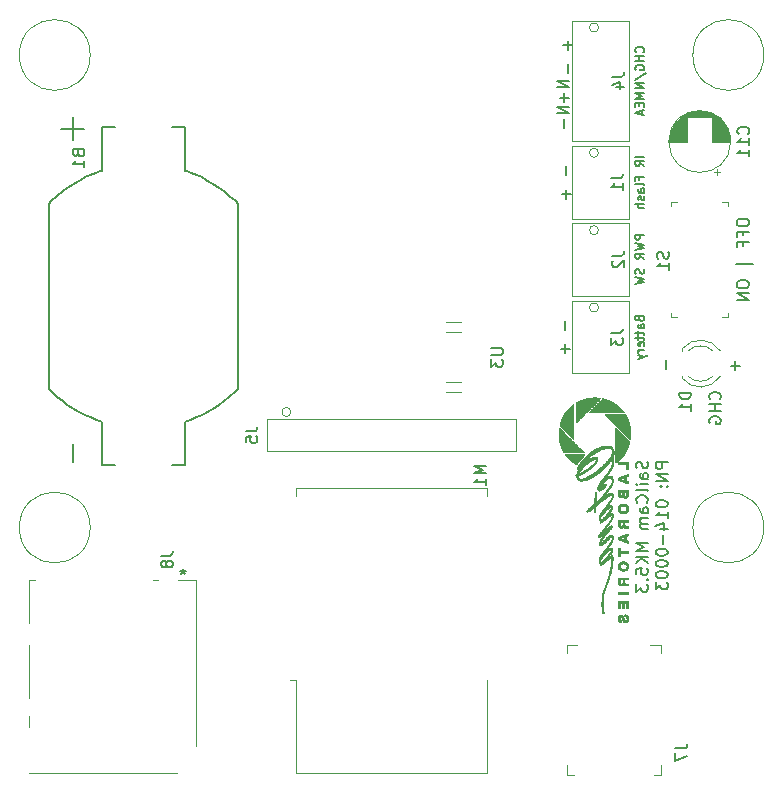
<source format=gbr>
G04 #@! TF.GenerationSoftware,KiCad,Pcbnew,(5.1.5)-3*
G04 #@! TF.CreationDate,2022-04-23T22:50:00-04:00*
G04 #@! TF.ProjectId,SailCam_MK5,5361696c-4361-46d5-9f4d-4b352e6b6963,rev?*
G04 #@! TF.SameCoordinates,Original*
G04 #@! TF.FileFunction,Legend,Bot*
G04 #@! TF.FilePolarity,Positive*
%FSLAX46Y46*%
G04 Gerber Fmt 4.6, Leading zero omitted, Abs format (unit mm)*
G04 Created by KiCad (PCBNEW (5.1.5)-3) date 2022-04-23 22:50:00*
%MOMM*%
%LPD*%
G04 APERTURE LIST*
%ADD10C,0.120000*%
%ADD11C,0.180000*%
%ADD12C,0.010000*%
%ADD13C,0.127000*%
%ADD14C,0.100000*%
%ADD15C,0.150000*%
G04 APERTURE END LIST*
D10*
X106840500Y-107391500D02*
G75*
G03X106840500Y-107391500I-3000000J0D01*
G01*
X106840500Y-67386500D02*
G75*
G03X106840500Y-67386500I-3000000J0D01*
G01*
X163863500Y-67386500D02*
G75*
G03X163863500Y-67386500I-3000000J0D01*
G01*
X163863500Y-107391500D02*
G75*
G03X163863500Y-107391500I-3000000J0D01*
G01*
D11*
X154004761Y-101817476D02*
X154052380Y-101960333D01*
X154052380Y-102198428D01*
X154004761Y-102293666D01*
X153957142Y-102341285D01*
X153861904Y-102388904D01*
X153766666Y-102388904D01*
X153671428Y-102341285D01*
X153623809Y-102293666D01*
X153576190Y-102198428D01*
X153528571Y-102007952D01*
X153480952Y-101912714D01*
X153433333Y-101865095D01*
X153338095Y-101817476D01*
X153242857Y-101817476D01*
X153147619Y-101865095D01*
X153100000Y-101912714D01*
X153052380Y-102007952D01*
X153052380Y-102246047D01*
X153100000Y-102388904D01*
X154052380Y-103246047D02*
X153528571Y-103246047D01*
X153433333Y-103198428D01*
X153385714Y-103103190D01*
X153385714Y-102912714D01*
X153433333Y-102817476D01*
X154004761Y-103246047D02*
X154052380Y-103150809D01*
X154052380Y-102912714D01*
X154004761Y-102817476D01*
X153909523Y-102769857D01*
X153814285Y-102769857D01*
X153719047Y-102817476D01*
X153671428Y-102912714D01*
X153671428Y-103150809D01*
X153623809Y-103246047D01*
X154052380Y-103722238D02*
X153385714Y-103722238D01*
X153052380Y-103722238D02*
X153100000Y-103674619D01*
X153147619Y-103722238D01*
X153100000Y-103769857D01*
X153052380Y-103722238D01*
X153147619Y-103722238D01*
X154052380Y-104341285D02*
X154004761Y-104246047D01*
X153909523Y-104198428D01*
X153052380Y-104198428D01*
X153957142Y-105293666D02*
X154004761Y-105246047D01*
X154052380Y-105103190D01*
X154052380Y-105007952D01*
X154004761Y-104865095D01*
X153909523Y-104769857D01*
X153814285Y-104722238D01*
X153623809Y-104674619D01*
X153480952Y-104674619D01*
X153290476Y-104722238D01*
X153195238Y-104769857D01*
X153100000Y-104865095D01*
X153052380Y-105007952D01*
X153052380Y-105103190D01*
X153100000Y-105246047D01*
X153147619Y-105293666D01*
X154052380Y-106150809D02*
X153528571Y-106150809D01*
X153433333Y-106103190D01*
X153385714Y-106007952D01*
X153385714Y-105817476D01*
X153433333Y-105722238D01*
X154004761Y-106150809D02*
X154052380Y-106055571D01*
X154052380Y-105817476D01*
X154004761Y-105722238D01*
X153909523Y-105674619D01*
X153814285Y-105674619D01*
X153719047Y-105722238D01*
X153671428Y-105817476D01*
X153671428Y-106055571D01*
X153623809Y-106150809D01*
X154052380Y-106627000D02*
X153385714Y-106627000D01*
X153480952Y-106627000D02*
X153433333Y-106674619D01*
X153385714Y-106769857D01*
X153385714Y-106912714D01*
X153433333Y-107007952D01*
X153528571Y-107055571D01*
X154052380Y-107055571D01*
X153528571Y-107055571D02*
X153433333Y-107103190D01*
X153385714Y-107198428D01*
X153385714Y-107341285D01*
X153433333Y-107436523D01*
X153528571Y-107484142D01*
X154052380Y-107484142D01*
X154052380Y-108722238D02*
X153052380Y-108722238D01*
X153766666Y-109055571D01*
X153052380Y-109388904D01*
X154052380Y-109388904D01*
X154052380Y-109865095D02*
X153052380Y-109865095D01*
X154052380Y-110436523D02*
X153480952Y-110007952D01*
X153052380Y-110436523D02*
X153623809Y-109865095D01*
X153052380Y-111341285D02*
X153052380Y-110865095D01*
X153528571Y-110817476D01*
X153480952Y-110865095D01*
X153433333Y-110960333D01*
X153433333Y-111198428D01*
X153480952Y-111293666D01*
X153528571Y-111341285D01*
X153623809Y-111388904D01*
X153861904Y-111388904D01*
X153957142Y-111341285D01*
X154004761Y-111293666D01*
X154052380Y-111198428D01*
X154052380Y-110960333D01*
X154004761Y-110865095D01*
X153957142Y-110817476D01*
X153957142Y-111817476D02*
X154004761Y-111865095D01*
X154052380Y-111817476D01*
X154004761Y-111769857D01*
X153957142Y-111817476D01*
X154052380Y-111817476D01*
X153052380Y-112198428D02*
X153052380Y-112817476D01*
X153433333Y-112484142D01*
X153433333Y-112627000D01*
X153480952Y-112722238D01*
X153528571Y-112769857D01*
X153623809Y-112817476D01*
X153861904Y-112817476D01*
X153957142Y-112769857D01*
X154004761Y-112722238D01*
X154052380Y-112627000D01*
X154052380Y-112341285D01*
X154004761Y-112246047D01*
X153957142Y-112198428D01*
X155732380Y-101865095D02*
X154732380Y-101865095D01*
X154732380Y-102246047D01*
X154780000Y-102341285D01*
X154827619Y-102388904D01*
X154922857Y-102436523D01*
X155065714Y-102436523D01*
X155160952Y-102388904D01*
X155208571Y-102341285D01*
X155256190Y-102246047D01*
X155256190Y-101865095D01*
X155732380Y-102865095D02*
X154732380Y-102865095D01*
X155732380Y-103436523D01*
X154732380Y-103436523D01*
X155637142Y-103912714D02*
X155684761Y-103960333D01*
X155732380Y-103912714D01*
X155684761Y-103865095D01*
X155637142Y-103912714D01*
X155732380Y-103912714D01*
X155113333Y-103912714D02*
X155160952Y-103960333D01*
X155208571Y-103912714D01*
X155160952Y-103865095D01*
X155113333Y-103912714D01*
X155208571Y-103912714D01*
X154732380Y-105341285D02*
X154732380Y-105436523D01*
X154780000Y-105531761D01*
X154827619Y-105579380D01*
X154922857Y-105627000D01*
X155113333Y-105674619D01*
X155351428Y-105674619D01*
X155541904Y-105627000D01*
X155637142Y-105579380D01*
X155684761Y-105531761D01*
X155732380Y-105436523D01*
X155732380Y-105341285D01*
X155684761Y-105246047D01*
X155637142Y-105198428D01*
X155541904Y-105150809D01*
X155351428Y-105103190D01*
X155113333Y-105103190D01*
X154922857Y-105150809D01*
X154827619Y-105198428D01*
X154780000Y-105246047D01*
X154732380Y-105341285D01*
X155732380Y-106627000D02*
X155732380Y-106055571D01*
X155732380Y-106341285D02*
X154732380Y-106341285D01*
X154875238Y-106246047D01*
X154970476Y-106150809D01*
X155018095Y-106055571D01*
X155065714Y-107484142D02*
X155732380Y-107484142D01*
X154684761Y-107246047D02*
X155399047Y-107007952D01*
X155399047Y-107627000D01*
X155351428Y-108007952D02*
X155351428Y-108769857D01*
X154732380Y-109436523D02*
X154732380Y-109531761D01*
X154780000Y-109627000D01*
X154827619Y-109674619D01*
X154922857Y-109722238D01*
X155113333Y-109769857D01*
X155351428Y-109769857D01*
X155541904Y-109722238D01*
X155637142Y-109674619D01*
X155684761Y-109627000D01*
X155732380Y-109531761D01*
X155732380Y-109436523D01*
X155684761Y-109341285D01*
X155637142Y-109293666D01*
X155541904Y-109246047D01*
X155351428Y-109198428D01*
X155113333Y-109198428D01*
X154922857Y-109246047D01*
X154827619Y-109293666D01*
X154780000Y-109341285D01*
X154732380Y-109436523D01*
X154732380Y-110388904D02*
X154732380Y-110484142D01*
X154780000Y-110579380D01*
X154827619Y-110627000D01*
X154922857Y-110674619D01*
X155113333Y-110722238D01*
X155351428Y-110722238D01*
X155541904Y-110674619D01*
X155637142Y-110627000D01*
X155684761Y-110579380D01*
X155732380Y-110484142D01*
X155732380Y-110388904D01*
X155684761Y-110293666D01*
X155637142Y-110246047D01*
X155541904Y-110198428D01*
X155351428Y-110150809D01*
X155113333Y-110150809D01*
X154922857Y-110198428D01*
X154827619Y-110246047D01*
X154780000Y-110293666D01*
X154732380Y-110388904D01*
X154732380Y-111341285D02*
X154732380Y-111436523D01*
X154780000Y-111531761D01*
X154827619Y-111579380D01*
X154922857Y-111627000D01*
X155113333Y-111674619D01*
X155351428Y-111674619D01*
X155541904Y-111627000D01*
X155637142Y-111579380D01*
X155684761Y-111531761D01*
X155732380Y-111436523D01*
X155732380Y-111341285D01*
X155684761Y-111246047D01*
X155637142Y-111198428D01*
X155541904Y-111150809D01*
X155351428Y-111103190D01*
X155113333Y-111103190D01*
X154922857Y-111150809D01*
X154827619Y-111198428D01*
X154780000Y-111246047D01*
X154732380Y-111341285D01*
X154732380Y-112007952D02*
X154732380Y-112627000D01*
X155113333Y-112293666D01*
X155113333Y-112436523D01*
X155160952Y-112531761D01*
X155208571Y-112579380D01*
X155303809Y-112627000D01*
X155541904Y-112627000D01*
X155637142Y-112579380D01*
X155684761Y-112531761D01*
X155732380Y-112436523D01*
X155732380Y-112150809D01*
X155684761Y-112055571D01*
X155637142Y-112007952D01*
D12*
G36*
X146576002Y-98726832D02*
G01*
X146576956Y-98727666D01*
X146579516Y-98731698D01*
X146580194Y-98735605D01*
X146580393Y-98736870D01*
X146581103Y-98738491D01*
X146582492Y-98740647D01*
X146584730Y-98743521D01*
X146587986Y-98747293D01*
X146592428Y-98752145D01*
X146598227Y-98758256D01*
X146605550Y-98765809D01*
X146614567Y-98774983D01*
X146625446Y-98785961D01*
X146638358Y-98798922D01*
X146653372Y-98813950D01*
X146668598Y-98829159D01*
X146681659Y-98842160D01*
X146692731Y-98853119D01*
X146701989Y-98862200D01*
X146709610Y-98869570D01*
X146715768Y-98875391D01*
X146720642Y-98879831D01*
X146724405Y-98883053D01*
X146727234Y-98885223D01*
X146729305Y-98886506D01*
X146730794Y-98887067D01*
X146731367Y-98887128D01*
X146736646Y-98888197D01*
X146739507Y-98891533D01*
X146740184Y-98895944D01*
X146740449Y-98897211D01*
X146741355Y-98898973D01*
X146743068Y-98901407D01*
X146745751Y-98904688D01*
X146749570Y-98908992D01*
X146754690Y-98914495D01*
X146761276Y-98921374D01*
X146769493Y-98929803D01*
X146779506Y-98939959D01*
X146791481Y-98952018D01*
X146805581Y-98966155D01*
X146813361Y-98973939D01*
X146828588Y-98989148D01*
X146841649Y-99002149D01*
X146852720Y-99013108D01*
X146861979Y-99022190D01*
X146869599Y-99029559D01*
X146875758Y-99035381D01*
X146880631Y-99039821D01*
X146884394Y-99043043D01*
X146887223Y-99045213D01*
X146889294Y-99046496D01*
X146890783Y-99047056D01*
X146891356Y-99047117D01*
X146896626Y-99048181D01*
X146899486Y-99051509D01*
X146900173Y-99055998D01*
X146901524Y-99060602D01*
X146905014Y-99065848D01*
X146909802Y-99070886D01*
X146915046Y-99074869D01*
X146919904Y-99076947D01*
X146921088Y-99077072D01*
X146926497Y-99078129D01*
X146929432Y-99081351D01*
X146930171Y-99085932D01*
X146930437Y-99087199D01*
X146931343Y-99088961D01*
X146933055Y-99091394D01*
X146935738Y-99094675D01*
X146939557Y-99098979D01*
X146944677Y-99104483D01*
X146951263Y-99111361D01*
X146959481Y-99119790D01*
X146969494Y-99129946D01*
X146981468Y-99142005D01*
X146995569Y-99156142D01*
X147003349Y-99163927D01*
X147018575Y-99179136D01*
X147031636Y-99192137D01*
X147042708Y-99203096D01*
X147051966Y-99212177D01*
X147059587Y-99219547D01*
X147065746Y-99225369D01*
X147070619Y-99229808D01*
X147074382Y-99233030D01*
X147077211Y-99235200D01*
X147079282Y-99236483D01*
X147080771Y-99237044D01*
X147081344Y-99237105D01*
X147086623Y-99238174D01*
X147089484Y-99241510D01*
X147090161Y-99245921D01*
X147090426Y-99247188D01*
X147091332Y-99248950D01*
X147093045Y-99251384D01*
X147095728Y-99254665D01*
X147099547Y-99258969D01*
X147104667Y-99264472D01*
X147111253Y-99271351D01*
X147119470Y-99279780D01*
X147129483Y-99289936D01*
X147141458Y-99301995D01*
X147155558Y-99316132D01*
X147163338Y-99323916D01*
X147178565Y-99339125D01*
X147191626Y-99352127D01*
X147202697Y-99363085D01*
X147211956Y-99372167D01*
X147219576Y-99379536D01*
X147225735Y-99385358D01*
X147230608Y-99389798D01*
X147234371Y-99393020D01*
X147237200Y-99395190D01*
X147239271Y-99396473D01*
X147240760Y-99397033D01*
X147241333Y-99397094D01*
X147246613Y-99398164D01*
X147249475Y-99401500D01*
X147250150Y-99405904D01*
X147250387Y-99406815D01*
X147251171Y-99408209D01*
X147252612Y-99410197D01*
X147254817Y-99412892D01*
X147257897Y-99416406D01*
X147261960Y-99420852D01*
X147267115Y-99426341D01*
X147273471Y-99432986D01*
X147281139Y-99440898D01*
X147290226Y-99450191D01*
X147300841Y-99460976D01*
X147313094Y-99473365D01*
X147327094Y-99487471D01*
X147342950Y-99503406D01*
X147360771Y-99521282D01*
X147380666Y-99541211D01*
X147402744Y-99563306D01*
X147418328Y-99578893D01*
X147441892Y-99602450D01*
X147463217Y-99623752D01*
X147482415Y-99642910D01*
X147499600Y-99660031D01*
X147514883Y-99675226D01*
X147528376Y-99688603D01*
X147540192Y-99700271D01*
X147550443Y-99710340D01*
X147559240Y-99718918D01*
X147566697Y-99726115D01*
X147572925Y-99732040D01*
X147578036Y-99736801D01*
X147582144Y-99740507D01*
X147585359Y-99743269D01*
X147587794Y-99745195D01*
X147589562Y-99746393D01*
X147590774Y-99746974D01*
X147591317Y-99747071D01*
X147596593Y-99748142D01*
X147599452Y-99751480D01*
X147600127Y-99755889D01*
X147600396Y-99757191D01*
X147601316Y-99758989D01*
X147603057Y-99761465D01*
X147605791Y-99764803D01*
X147609688Y-99769185D01*
X147614919Y-99774793D01*
X147621653Y-99781811D01*
X147630062Y-99790420D01*
X147640316Y-99800803D01*
X147652586Y-99813143D01*
X147667042Y-99827622D01*
X147668591Y-99829170D01*
X147737054Y-99897634D01*
X147742454Y-99895681D01*
X147746992Y-99894325D01*
X147750548Y-99893730D01*
X147750652Y-99893728D01*
X147750813Y-99893594D01*
X147750968Y-99893149D01*
X147751116Y-99892328D01*
X147751259Y-99891067D01*
X147751395Y-99889301D01*
X147751526Y-99886966D01*
X147751651Y-99883998D01*
X147751771Y-99880332D01*
X147751885Y-99875903D01*
X147751994Y-99870648D01*
X147752098Y-99864501D01*
X147752197Y-99857398D01*
X147752291Y-99849275D01*
X147752380Y-99840068D01*
X147752464Y-99829712D01*
X147752544Y-99818141D01*
X147752620Y-99805293D01*
X147752691Y-99791103D01*
X147752758Y-99775505D01*
X147752821Y-99758436D01*
X147752880Y-99739831D01*
X147752936Y-99719626D01*
X147752987Y-99697757D01*
X147753036Y-99674158D01*
X147753080Y-99648765D01*
X147753122Y-99621514D01*
X147753160Y-99592341D01*
X147753195Y-99561181D01*
X147753228Y-99527969D01*
X147753257Y-99492641D01*
X147753284Y-99455133D01*
X147753308Y-99415380D01*
X147753330Y-99373318D01*
X147753350Y-99328882D01*
X147753367Y-99282008D01*
X147753383Y-99232632D01*
X147753396Y-99180688D01*
X147753407Y-99126112D01*
X147753417Y-99068841D01*
X147753426Y-99008809D01*
X147753433Y-98945953D01*
X147753438Y-98880207D01*
X147753442Y-98811507D01*
X147753446Y-98739789D01*
X147753448Y-98664988D01*
X147753449Y-98587040D01*
X147753450Y-98505880D01*
X147753450Y-98345188D01*
X147753447Y-98262327D01*
X147753444Y-98182684D01*
X147753438Y-98106200D01*
X147753431Y-98032818D01*
X147753422Y-97962479D01*
X147753410Y-97895127D01*
X147753397Y-97830704D01*
X147753382Y-97769150D01*
X147753365Y-97710410D01*
X147753345Y-97654424D01*
X147753323Y-97601135D01*
X147753298Y-97550485D01*
X147753271Y-97502416D01*
X147753241Y-97456871D01*
X147753209Y-97413791D01*
X147753174Y-97373119D01*
X147753135Y-97334797D01*
X147753094Y-97298767D01*
X147753050Y-97264972D01*
X147753003Y-97233353D01*
X147752952Y-97203852D01*
X147752899Y-97176412D01*
X147752842Y-97150975D01*
X147752781Y-97127484D01*
X147752717Y-97105879D01*
X147752649Y-97086104D01*
X147752577Y-97068100D01*
X147752502Y-97051811D01*
X147752423Y-97037177D01*
X147752339Y-97024141D01*
X147752252Y-97012645D01*
X147752160Y-97002632D01*
X147752065Y-96994044D01*
X147751965Y-96986822D01*
X147751860Y-96980909D01*
X147751751Y-96976247D01*
X147751638Y-96972778D01*
X147751520Y-96970445D01*
X147751397Y-96969190D01*
X147751303Y-96968920D01*
X147748531Y-96968205D01*
X147744309Y-96966429D01*
X147743093Y-96965829D01*
X147738420Y-96963854D01*
X147735548Y-96964149D01*
X147733561Y-96967052D01*
X147732568Y-96969722D01*
X147731183Y-96972661D01*
X147728872Y-96974562D01*
X147724705Y-96976008D01*
X147721243Y-96976831D01*
X147713227Y-96979281D01*
X147707945Y-96982653D01*
X147704838Y-96987344D01*
X147704290Y-96988919D01*
X147701991Y-96994192D01*
X147698740Y-96996751D01*
X147695318Y-96997252D01*
X147690916Y-96998556D01*
X147688841Y-97000585D01*
X147685197Y-97003369D01*
X147681452Y-97003918D01*
X147676968Y-97005254D01*
X147671700Y-97008731D01*
X147666438Y-97013555D01*
X147661974Y-97018929D01*
X147659099Y-97024059D01*
X147658457Y-97027020D01*
X147658301Y-97029596D01*
X147657345Y-97031144D01*
X147654852Y-97032060D01*
X147650089Y-97032735D01*
X147647207Y-97033045D01*
X147639231Y-97034264D01*
X147634129Y-97036157D01*
X147631457Y-97039100D01*
X147630769Y-97043468D01*
X147631078Y-97046629D01*
X147631576Y-97051138D01*
X147630877Y-97053606D01*
X147628362Y-97055273D01*
X147626337Y-97056149D01*
X147622235Y-97058202D01*
X147619612Y-97060132D01*
X147619398Y-97060411D01*
X147617066Y-97061727D01*
X147613279Y-97062247D01*
X147608189Y-97063580D01*
X147602611Y-97067771D01*
X147602289Y-97068080D01*
X147598569Y-97071441D01*
X147595737Y-97073549D01*
X147594872Y-97073913D01*
X147593786Y-97075333D01*
X147593461Y-97077819D01*
X147592180Y-97080975D01*
X147588872Y-97085127D01*
X147584345Y-97089513D01*
X147579403Y-97093369D01*
X147574851Y-97095932D01*
X147574015Y-97096236D01*
X147570169Y-97098243D01*
X147568409Y-97099810D01*
X147565238Y-97101734D01*
X147562343Y-97102245D01*
X147558168Y-97103608D01*
X147553394Y-97107138D01*
X147548860Y-97111996D01*
X147545410Y-97117345D01*
X147544256Y-97120270D01*
X147542421Y-97124655D01*
X147539323Y-97127052D01*
X147536409Y-97128049D01*
X147531822Y-97129711D01*
X147528516Y-97131562D01*
X147528201Y-97131840D01*
X147524787Y-97133665D01*
X147523132Y-97133909D01*
X147520569Y-97135249D01*
X147520132Y-97136909D01*
X147518688Y-97141158D01*
X147514892Y-97143597D01*
X147512504Y-97143909D01*
X147508612Y-97144996D01*
X147506800Y-97146409D01*
X147503963Y-97148526D01*
X147502429Y-97148908D01*
X147500678Y-97150437D01*
X147500134Y-97154408D01*
X147499214Y-97159957D01*
X147496223Y-97163016D01*
X147491051Y-97163950D01*
X147487391Y-97164679D01*
X147483410Y-97167125D01*
X147478345Y-97171770D01*
X147477794Y-97172328D01*
X147473543Y-97176807D01*
X147471324Y-97179753D01*
X147470759Y-97181929D01*
X147471469Y-97184104D01*
X147471720Y-97184586D01*
X147473036Y-97189579D01*
X147471825Y-97193661D01*
X147468753Y-97196175D01*
X147464480Y-97196466D01*
X147461168Y-97195022D01*
X147457467Y-97193446D01*
X147454788Y-97194635D01*
X147452632Y-97198853D01*
X147452340Y-97199714D01*
X147449528Y-97204167D01*
X147445520Y-97206177D01*
X147440857Y-97208402D01*
X147439256Y-97211747D01*
X147440478Y-97216485D01*
X147441520Y-97220078D01*
X147440303Y-97222745D01*
X147439661Y-97223427D01*
X147436871Y-97225220D01*
X147433512Y-97224594D01*
X147432867Y-97224311D01*
X147427637Y-97223160D01*
X147423296Y-97224416D01*
X147420836Y-97227664D01*
X147419059Y-97230690D01*
X147415691Y-97234732D01*
X147411528Y-97239004D01*
X147407365Y-97242724D01*
X147403999Y-97245107D01*
X147402668Y-97245569D01*
X147400724Y-97247073D01*
X147399029Y-97250945D01*
X147397959Y-97256219D01*
X147397808Y-97258068D01*
X147396306Y-97260984D01*
X147394307Y-97261617D01*
X147386314Y-97262905D01*
X147380894Y-97265489D01*
X147378767Y-97268093D01*
X147376271Y-97271455D01*
X147373994Y-97272914D01*
X147371602Y-97275088D01*
X147369237Y-97279527D01*
X147368459Y-97281659D01*
X147366490Y-97286654D01*
X147364003Y-97289576D01*
X147359891Y-97291634D01*
X147358980Y-97291973D01*
X147353594Y-97294740D01*
X147351104Y-97298182D01*
X147351022Y-97298479D01*
X147348511Y-97302239D01*
X147345085Y-97304168D01*
X147342221Y-97305416D01*
X147340584Y-97307230D01*
X147339799Y-97310485D01*
X147339488Y-97316056D01*
X147339457Y-97317231D01*
X147339080Y-97321153D01*
X147337521Y-97322794D01*
X147333731Y-97323203D01*
X147333478Y-97323210D01*
X147327371Y-97323449D01*
X147323874Y-97323969D01*
X147322266Y-97325050D01*
X147321825Y-97326971D01*
X147321812Y-97327730D01*
X147320483Y-97332564D01*
X147316777Y-97335201D01*
X147314101Y-97335563D01*
X147310811Y-97336790D01*
X147309712Y-97340086D01*
X147310974Y-97344873D01*
X147311245Y-97345428D01*
X147312367Y-97350297D01*
X147311711Y-97352418D01*
X147309054Y-97355869D01*
X147305762Y-97356479D01*
X147301963Y-97355053D01*
X147297689Y-97353535D01*
X147294909Y-97354498D01*
X147292852Y-97358317D01*
X147292371Y-97359728D01*
X147289618Y-97364179D01*
X147285455Y-97366322D01*
X147281857Y-97367839D01*
X147280394Y-97370271D01*
X147280148Y-97373905D01*
X147279324Y-97379628D01*
X147276585Y-97382812D01*
X147271536Y-97383885D01*
X147270907Y-97383893D01*
X147265126Y-97385402D01*
X147260837Y-97389768D01*
X147258711Y-97394963D01*
X147256653Y-97398981D01*
X147253947Y-97401310D01*
X147251273Y-97403915D01*
X147249705Y-97407942D01*
X147249655Y-97411890D01*
X147250575Y-97413649D01*
X147251497Y-97416265D01*
X147251530Y-97419938D01*
X147250934Y-97422861D01*
X147249392Y-97424262D01*
X147245946Y-97424696D01*
X147243278Y-97424724D01*
X147239862Y-97424836D01*
X147237067Y-97425442D01*
X147234263Y-97426950D01*
X147230820Y-97429765D01*
X147226108Y-97434293D01*
X147221923Y-97438491D01*
X147215801Y-97444830D01*
X147211852Y-97449383D01*
X147209756Y-97452581D01*
X147209198Y-97454855D01*
X147209335Y-97455604D01*
X147208990Y-97459609D01*
X147206108Y-97464047D01*
X147203358Y-97467826D01*
X147201894Y-97470834D01*
X147201820Y-97471323D01*
X147200547Y-97473722D01*
X147197654Y-97476234D01*
X147194657Y-97478934D01*
X147193487Y-97481366D01*
X147192014Y-97484135D01*
X147188365Y-97486314D01*
X147183696Y-97487219D01*
X147183597Y-97487220D01*
X147180830Y-97487892D01*
X147180155Y-97488873D01*
X147179011Y-97490945D01*
X147176167Y-97494048D01*
X147175186Y-97494954D01*
X147171795Y-97498741D01*
X147170984Y-97502121D01*
X147171170Y-97503180D01*
X147171472Y-97507814D01*
X147171008Y-97510491D01*
X147169621Y-97512815D01*
X147166786Y-97513665D01*
X147163428Y-97513623D01*
X147156818Y-97514448D01*
X147152329Y-97517651D01*
X147150261Y-97522979D01*
X147150157Y-97524779D01*
X147149407Y-97528949D01*
X147146795Y-97533201D01*
X147143294Y-97537020D01*
X147139354Y-97540726D01*
X147136256Y-97543217D01*
X147134962Y-97543883D01*
X147133844Y-97545306D01*
X147133491Y-97547930D01*
X147132046Y-97552939D01*
X147128306Y-97556310D01*
X147124402Y-97557215D01*
X147122415Y-97557468D01*
X147121148Y-97558690D01*
X147120322Y-97561575D01*
X147119660Y-97566815D01*
X147119379Y-97569714D01*
X147118736Y-97576060D01*
X147118061Y-97579784D01*
X147117014Y-97581586D01*
X147115256Y-97582164D01*
X147113315Y-97582213D01*
X147108825Y-97583534D01*
X147103536Y-97586972D01*
X147098244Y-97591740D01*
X147093743Y-97597054D01*
X147090830Y-97602126D01*
X147090161Y-97605101D01*
X147089657Y-97608281D01*
X147087844Y-97611673D01*
X147084263Y-97615956D01*
X147079917Y-97620388D01*
X147074775Y-97625649D01*
X147071658Y-97629503D01*
X147070073Y-97632728D01*
X147069526Y-97636100D01*
X147069501Y-97636759D01*
X147069176Y-97640867D01*
X147067832Y-97642640D01*
X147064458Y-97643078D01*
X147063072Y-97643096D01*
X147057607Y-97643780D01*
X147053804Y-97645986D01*
X147051469Y-97650112D01*
X147050411Y-97656557D01*
X147050438Y-97665717D01*
X147050617Y-97668874D01*
X147050997Y-97674707D01*
X147043350Y-97674707D01*
X147036324Y-97675475D01*
X147032111Y-97677869D01*
X147030541Y-97682030D01*
X147030728Y-97685034D01*
X147030432Y-97690492D01*
X147027853Y-97694210D01*
X147023574Y-97695539D01*
X147020785Y-97697075D01*
X147019032Y-97701360D01*
X147018521Y-97706653D01*
X147017767Y-97710577D01*
X147015956Y-97715331D01*
X147015718Y-97715820D01*
X147013553Y-97720205D01*
X147011934Y-97723595D01*
X147011808Y-97723871D01*
X147009518Y-97726159D01*
X147005762Y-97728037D01*
X147001374Y-97730273D01*
X146996576Y-97733761D01*
X146995437Y-97734773D01*
X146992451Y-97737875D01*
X146990797Y-97740861D01*
X146990057Y-97744909D01*
X146989823Y-97750606D01*
X146989250Y-97758201D01*
X146987798Y-97763121D01*
X146986750Y-97764701D01*
X146984036Y-97768807D01*
X146982747Y-97771784D01*
X146981310Y-97774693D01*
X146980114Y-97775534D01*
X146978040Y-97776548D01*
X146974607Y-97779095D01*
X146973143Y-97780335D01*
X146968965Y-97783489D01*
X146965207Y-97785511D01*
X146964336Y-97785770D01*
X146962031Y-97787059D01*
X146960654Y-97790355D01*
X146960064Y-97793885D01*
X146958458Y-97800138D01*
X146954900Y-97805631D01*
X146953051Y-97807660D01*
X146949633Y-97811802D01*
X146947916Y-97815154D01*
X146947888Y-97816332D01*
X146947686Y-97819353D01*
X146946152Y-97822491D01*
X146944149Y-97826339D01*
X146943504Y-97829116D01*
X146942026Y-97833188D01*
X146938345Y-97836201D01*
X146934218Y-97837197D01*
X146931577Y-97837597D01*
X146930425Y-97839425D01*
X146930171Y-97843626D01*
X146930171Y-97843654D01*
X146929913Y-97847015D01*
X146928831Y-97850029D01*
X146926467Y-97853433D01*
X146922360Y-97857962D01*
X146919265Y-97861126D01*
X146914125Y-97866448D01*
X146911065Y-97870072D01*
X146909721Y-97872569D01*
X146909732Y-97874511D01*
X146910158Y-97875500D01*
X146910979Y-97879895D01*
X146909154Y-97883570D01*
X146905308Y-97885458D01*
X146904281Y-97885527D01*
X146901734Y-97885851D01*
X146900535Y-97887422D01*
X146900186Y-97891134D01*
X146900173Y-97892942D01*
X146899693Y-97898358D01*
X146897759Y-97902272D01*
X146895002Y-97905189D01*
X146891836Y-97908445D01*
X146890882Y-97910713D01*
X146891750Y-97913083D01*
X146892019Y-97913526D01*
X146893340Y-97918372D01*
X146891937Y-97923090D01*
X146888274Y-97926578D01*
X146886176Y-97927410D01*
X146881137Y-97929889D01*
X146876039Y-97934175D01*
X146871718Y-97939337D01*
X146869010Y-97944443D01*
X146868508Y-97947093D01*
X146867875Y-97950959D01*
X146865405Y-97952849D01*
X146864185Y-97953211D01*
X146861256Y-97954381D01*
X146860497Y-97956591D01*
X146860931Y-97959492D01*
X146862421Y-97967409D01*
X146862910Y-97972709D01*
X146862247Y-97975996D01*
X146860279Y-97977878D01*
X146856854Y-97978959D01*
X146856009Y-97979127D01*
X146853912Y-97980050D01*
X146853110Y-97982374D01*
X146853236Y-97986801D01*
X146853330Y-97991458D01*
X146852231Y-97994198D01*
X146849309Y-97996392D01*
X146848663Y-97996765D01*
X146845254Y-97998991D01*
X146843561Y-98000655D01*
X146843521Y-98000817D01*
X146842104Y-98003442D01*
X146838811Y-98005872D01*
X146835011Y-98007151D01*
X146834393Y-98007185D01*
X146831993Y-98007587D01*
X146830688Y-98009360D01*
X146829984Y-98013358D01*
X146829817Y-98015102D01*
X146829727Y-98020682D01*
X146830319Y-98025421D01*
X146830728Y-98026718D01*
X146831171Y-98031026D01*
X146828866Y-98034209D01*
X146824376Y-98035514D01*
X146824141Y-98035517D01*
X146821457Y-98036028D01*
X146820106Y-98038023D01*
X146819818Y-98042192D01*
X146820037Y-98045957D01*
X146819502Y-98049590D01*
X146817030Y-98053698D01*
X146813205Y-98058012D01*
X146808951Y-98061961D01*
X146805186Y-98064672D01*
X146803096Y-98065487D01*
X146801590Y-98065929D01*
X146800706Y-98067664D01*
X146800288Y-98071364D01*
X146800180Y-98077698D01*
X146800180Y-98078001D01*
X146800087Y-98084508D01*
X146799616Y-98088662D01*
X146798479Y-98091446D01*
X146796387Y-98093840D01*
X146795201Y-98094923D01*
X146791966Y-98098301D01*
X146790880Y-98101515D01*
X146791246Y-98105760D01*
X146791261Y-98111946D01*
X146788992Y-98115777D01*
X146784487Y-98117174D01*
X146784143Y-98117178D01*
X146781110Y-98117771D01*
X146780181Y-98118832D01*
X146779037Y-98120901D01*
X146776190Y-98124008D01*
X146775181Y-98124940D01*
X146772393Y-98127753D01*
X146770889Y-98130616D01*
X146770283Y-98134688D01*
X146770182Y-98139824D01*
X146770002Y-98145878D01*
X146769209Y-98149815D01*
X146767420Y-98152841D01*
X146765346Y-98155089D01*
X146762529Y-98158468D01*
X146760787Y-98162378D01*
X146759688Y-98167970D01*
X146759305Y-98171181D01*
X146758315Y-98177601D01*
X146757028Y-98181864D01*
X146755924Y-98183273D01*
X146753875Y-98185322D01*
X146752030Y-98189038D01*
X146748712Y-98193830D01*
X146745401Y-98195680D01*
X146742430Y-98197059D01*
X146740863Y-98199204D01*
X146740128Y-98203165D01*
X146739920Y-98205775D01*
X146739821Y-98210718D01*
X146740194Y-98214109D01*
X146740600Y-98214930D01*
X146741516Y-98216988D01*
X146741850Y-98220345D01*
X146740555Y-98225181D01*
X146737316Y-98228937D01*
X146733102Y-98230503D01*
X146732969Y-98230504D01*
X146730885Y-98231918D01*
X146729825Y-98236242D01*
X146729764Y-98243599D01*
X146729919Y-98246162D01*
X146729270Y-98250762D01*
X146727569Y-98253963D01*
X146724967Y-98257517D01*
X146722288Y-98262126D01*
X146722114Y-98262470D01*
X146718890Y-98266862D01*
X146714769Y-98268529D01*
X146711617Y-98269351D01*
X146710369Y-98271550D01*
X146710186Y-98274694D01*
X146709121Y-98279975D01*
X146705504Y-98284718D01*
X146705207Y-98284999D01*
X146702926Y-98287295D01*
X146701458Y-98289548D01*
X146700604Y-98292553D01*
X146700163Y-98297103D01*
X146699938Y-98303992D01*
X146699892Y-98306180D01*
X146699554Y-98322693D01*
X146694742Y-98324509D01*
X146691862Y-98326054D01*
X146690647Y-98328372D01*
X146690978Y-98332233D01*
X146692660Y-98338165D01*
X146692447Y-98342200D01*
X146689731Y-98345482D01*
X146685340Y-98347114D01*
X146684374Y-98347163D01*
X146680639Y-98348249D01*
X146679533Y-98351221D01*
X146680515Y-98354328D01*
X146681514Y-98358266D01*
X146681540Y-98361828D01*
X146680248Y-98365409D01*
X146676805Y-98367536D01*
X146675604Y-98367923D01*
X146670188Y-98369518D01*
X146670188Y-98380761D01*
X146670458Y-98387193D01*
X146671160Y-98392799D01*
X146672026Y-98396037D01*
X146672935Y-98401116D01*
X146671008Y-98405013D01*
X146666693Y-98407027D01*
X146664935Y-98407159D01*
X146661453Y-98407447D01*
X146660516Y-98408802D01*
X146661001Y-98410909D01*
X146662903Y-98418504D01*
X146662909Y-98423975D01*
X146660996Y-98427958D01*
X146660352Y-98428661D01*
X146656706Y-98431230D01*
X146653523Y-98432158D01*
X146650727Y-98433346D01*
X146650189Y-98435412D01*
X146649081Y-98440961D01*
X146646337Y-98446743D01*
X146643288Y-98450490D01*
X146641760Y-98452522D01*
X146640795Y-98455925D01*
X146640254Y-98461412D01*
X146640046Y-98467252D01*
X146640116Y-98474574D01*
X146640606Y-98480684D01*
X146641431Y-98484620D01*
X146641627Y-98485058D01*
X146643136Y-98488824D01*
X146643523Y-98490986D01*
X146642347Y-98494480D01*
X146639523Y-98498294D01*
X146636113Y-98501233D01*
X146633616Y-98502153D01*
X146631355Y-98503199D01*
X146629938Y-98506743D01*
X146629572Y-98508687D01*
X146629139Y-98513580D01*
X146629396Y-98517367D01*
X146629545Y-98517874D01*
X146629383Y-98521402D01*
X146626938Y-98524347D01*
X146623443Y-98525485D01*
X146620662Y-98526819D01*
X146619731Y-98530408D01*
X146620807Y-98535636D01*
X146620814Y-98535655D01*
X146621610Y-98541133D01*
X146619395Y-98545218D01*
X146615076Y-98547704D01*
X146609969Y-98549632D01*
X146610371Y-98576028D01*
X146610484Y-98586575D01*
X146610378Y-98594248D01*
X146609945Y-98599501D01*
X146609074Y-98602793D01*
X146607656Y-98604578D01*
X146605581Y-98605314D01*
X146603304Y-98605454D01*
X146600669Y-98606797D01*
X146599706Y-98609968D01*
X146600679Y-98613770D01*
X146601257Y-98614679D01*
X146603177Y-98619517D01*
X146602810Y-98624634D01*
X146600547Y-98629040D01*
X146596778Y-98631742D01*
X146594376Y-98632144D01*
X146591297Y-98632942D01*
X146589995Y-98635935D01*
X146589887Y-98636727D01*
X146590232Y-98641757D01*
X146591483Y-98645728D01*
X146592563Y-98651153D01*
X146590914Y-98655994D01*
X146586983Y-98659288D01*
X146584879Y-98659956D01*
X146580194Y-98660893D01*
X146579997Y-98681100D01*
X146579957Y-98689061D01*
X146579993Y-98695834D01*
X146580098Y-98700707D01*
X146580262Y-98702967D01*
X146580263Y-98702973D01*
X146581526Y-98710108D01*
X146580608Y-98715623D01*
X146577936Y-98719880D01*
X146575313Y-98723188D01*
X146574716Y-98725121D01*
X146576002Y-98726832D01*
G37*
X146576002Y-98726832D02*
X146576956Y-98727666D01*
X146579516Y-98731698D01*
X146580194Y-98735605D01*
X146580393Y-98736870D01*
X146581103Y-98738491D01*
X146582492Y-98740647D01*
X146584730Y-98743521D01*
X146587986Y-98747293D01*
X146592428Y-98752145D01*
X146598227Y-98758256D01*
X146605550Y-98765809D01*
X146614567Y-98774983D01*
X146625446Y-98785961D01*
X146638358Y-98798922D01*
X146653372Y-98813950D01*
X146668598Y-98829159D01*
X146681659Y-98842160D01*
X146692731Y-98853119D01*
X146701989Y-98862200D01*
X146709610Y-98869570D01*
X146715768Y-98875391D01*
X146720642Y-98879831D01*
X146724405Y-98883053D01*
X146727234Y-98885223D01*
X146729305Y-98886506D01*
X146730794Y-98887067D01*
X146731367Y-98887128D01*
X146736646Y-98888197D01*
X146739507Y-98891533D01*
X146740184Y-98895944D01*
X146740449Y-98897211D01*
X146741355Y-98898973D01*
X146743068Y-98901407D01*
X146745751Y-98904688D01*
X146749570Y-98908992D01*
X146754690Y-98914495D01*
X146761276Y-98921374D01*
X146769493Y-98929803D01*
X146779506Y-98939959D01*
X146791481Y-98952018D01*
X146805581Y-98966155D01*
X146813361Y-98973939D01*
X146828588Y-98989148D01*
X146841649Y-99002149D01*
X146852720Y-99013108D01*
X146861979Y-99022190D01*
X146869599Y-99029559D01*
X146875758Y-99035381D01*
X146880631Y-99039821D01*
X146884394Y-99043043D01*
X146887223Y-99045213D01*
X146889294Y-99046496D01*
X146890783Y-99047056D01*
X146891356Y-99047117D01*
X146896626Y-99048181D01*
X146899486Y-99051509D01*
X146900173Y-99055998D01*
X146901524Y-99060602D01*
X146905014Y-99065848D01*
X146909802Y-99070886D01*
X146915046Y-99074869D01*
X146919904Y-99076947D01*
X146921088Y-99077072D01*
X146926497Y-99078129D01*
X146929432Y-99081351D01*
X146930171Y-99085932D01*
X146930437Y-99087199D01*
X146931343Y-99088961D01*
X146933055Y-99091394D01*
X146935738Y-99094675D01*
X146939557Y-99098979D01*
X146944677Y-99104483D01*
X146951263Y-99111361D01*
X146959481Y-99119790D01*
X146969494Y-99129946D01*
X146981468Y-99142005D01*
X146995569Y-99156142D01*
X147003349Y-99163927D01*
X147018575Y-99179136D01*
X147031636Y-99192137D01*
X147042708Y-99203096D01*
X147051966Y-99212177D01*
X147059587Y-99219547D01*
X147065746Y-99225369D01*
X147070619Y-99229808D01*
X147074382Y-99233030D01*
X147077211Y-99235200D01*
X147079282Y-99236483D01*
X147080771Y-99237044D01*
X147081344Y-99237105D01*
X147086623Y-99238174D01*
X147089484Y-99241510D01*
X147090161Y-99245921D01*
X147090426Y-99247188D01*
X147091332Y-99248950D01*
X147093045Y-99251384D01*
X147095728Y-99254665D01*
X147099547Y-99258969D01*
X147104667Y-99264472D01*
X147111253Y-99271351D01*
X147119470Y-99279780D01*
X147129483Y-99289936D01*
X147141458Y-99301995D01*
X147155558Y-99316132D01*
X147163338Y-99323916D01*
X147178565Y-99339125D01*
X147191626Y-99352127D01*
X147202697Y-99363085D01*
X147211956Y-99372167D01*
X147219576Y-99379536D01*
X147225735Y-99385358D01*
X147230608Y-99389798D01*
X147234371Y-99393020D01*
X147237200Y-99395190D01*
X147239271Y-99396473D01*
X147240760Y-99397033D01*
X147241333Y-99397094D01*
X147246613Y-99398164D01*
X147249475Y-99401500D01*
X147250150Y-99405904D01*
X147250387Y-99406815D01*
X147251171Y-99408209D01*
X147252612Y-99410197D01*
X147254817Y-99412892D01*
X147257897Y-99416406D01*
X147261960Y-99420852D01*
X147267115Y-99426341D01*
X147273471Y-99432986D01*
X147281139Y-99440898D01*
X147290226Y-99450191D01*
X147300841Y-99460976D01*
X147313094Y-99473365D01*
X147327094Y-99487471D01*
X147342950Y-99503406D01*
X147360771Y-99521282D01*
X147380666Y-99541211D01*
X147402744Y-99563306D01*
X147418328Y-99578893D01*
X147441892Y-99602450D01*
X147463217Y-99623752D01*
X147482415Y-99642910D01*
X147499600Y-99660031D01*
X147514883Y-99675226D01*
X147528376Y-99688603D01*
X147540192Y-99700271D01*
X147550443Y-99710340D01*
X147559240Y-99718918D01*
X147566697Y-99726115D01*
X147572925Y-99732040D01*
X147578036Y-99736801D01*
X147582144Y-99740507D01*
X147585359Y-99743269D01*
X147587794Y-99745195D01*
X147589562Y-99746393D01*
X147590774Y-99746974D01*
X147591317Y-99747071D01*
X147596593Y-99748142D01*
X147599452Y-99751480D01*
X147600127Y-99755889D01*
X147600396Y-99757191D01*
X147601316Y-99758989D01*
X147603057Y-99761465D01*
X147605791Y-99764803D01*
X147609688Y-99769185D01*
X147614919Y-99774793D01*
X147621653Y-99781811D01*
X147630062Y-99790420D01*
X147640316Y-99800803D01*
X147652586Y-99813143D01*
X147667042Y-99827622D01*
X147668591Y-99829170D01*
X147737054Y-99897634D01*
X147742454Y-99895681D01*
X147746992Y-99894325D01*
X147750548Y-99893730D01*
X147750652Y-99893728D01*
X147750813Y-99893594D01*
X147750968Y-99893149D01*
X147751116Y-99892328D01*
X147751259Y-99891067D01*
X147751395Y-99889301D01*
X147751526Y-99886966D01*
X147751651Y-99883998D01*
X147751771Y-99880332D01*
X147751885Y-99875903D01*
X147751994Y-99870648D01*
X147752098Y-99864501D01*
X147752197Y-99857398D01*
X147752291Y-99849275D01*
X147752380Y-99840068D01*
X147752464Y-99829712D01*
X147752544Y-99818141D01*
X147752620Y-99805293D01*
X147752691Y-99791103D01*
X147752758Y-99775505D01*
X147752821Y-99758436D01*
X147752880Y-99739831D01*
X147752936Y-99719626D01*
X147752987Y-99697757D01*
X147753036Y-99674158D01*
X147753080Y-99648765D01*
X147753122Y-99621514D01*
X147753160Y-99592341D01*
X147753195Y-99561181D01*
X147753228Y-99527969D01*
X147753257Y-99492641D01*
X147753284Y-99455133D01*
X147753308Y-99415380D01*
X147753330Y-99373318D01*
X147753350Y-99328882D01*
X147753367Y-99282008D01*
X147753383Y-99232632D01*
X147753396Y-99180688D01*
X147753407Y-99126112D01*
X147753417Y-99068841D01*
X147753426Y-99008809D01*
X147753433Y-98945953D01*
X147753438Y-98880207D01*
X147753442Y-98811507D01*
X147753446Y-98739789D01*
X147753448Y-98664988D01*
X147753449Y-98587040D01*
X147753450Y-98505880D01*
X147753450Y-98345188D01*
X147753447Y-98262327D01*
X147753444Y-98182684D01*
X147753438Y-98106200D01*
X147753431Y-98032818D01*
X147753422Y-97962479D01*
X147753410Y-97895127D01*
X147753397Y-97830704D01*
X147753382Y-97769150D01*
X147753365Y-97710410D01*
X147753345Y-97654424D01*
X147753323Y-97601135D01*
X147753298Y-97550485D01*
X147753271Y-97502416D01*
X147753241Y-97456871D01*
X147753209Y-97413791D01*
X147753174Y-97373119D01*
X147753135Y-97334797D01*
X147753094Y-97298767D01*
X147753050Y-97264972D01*
X147753003Y-97233353D01*
X147752952Y-97203852D01*
X147752899Y-97176412D01*
X147752842Y-97150975D01*
X147752781Y-97127484D01*
X147752717Y-97105879D01*
X147752649Y-97086104D01*
X147752577Y-97068100D01*
X147752502Y-97051811D01*
X147752423Y-97037177D01*
X147752339Y-97024141D01*
X147752252Y-97012645D01*
X147752160Y-97002632D01*
X147752065Y-96994044D01*
X147751965Y-96986822D01*
X147751860Y-96980909D01*
X147751751Y-96976247D01*
X147751638Y-96972778D01*
X147751520Y-96970445D01*
X147751397Y-96969190D01*
X147751303Y-96968920D01*
X147748531Y-96968205D01*
X147744309Y-96966429D01*
X147743093Y-96965829D01*
X147738420Y-96963854D01*
X147735548Y-96964149D01*
X147733561Y-96967052D01*
X147732568Y-96969722D01*
X147731183Y-96972661D01*
X147728872Y-96974562D01*
X147724705Y-96976008D01*
X147721243Y-96976831D01*
X147713227Y-96979281D01*
X147707945Y-96982653D01*
X147704838Y-96987344D01*
X147704290Y-96988919D01*
X147701991Y-96994192D01*
X147698740Y-96996751D01*
X147695318Y-96997252D01*
X147690916Y-96998556D01*
X147688841Y-97000585D01*
X147685197Y-97003369D01*
X147681452Y-97003918D01*
X147676968Y-97005254D01*
X147671700Y-97008731D01*
X147666438Y-97013555D01*
X147661974Y-97018929D01*
X147659099Y-97024059D01*
X147658457Y-97027020D01*
X147658301Y-97029596D01*
X147657345Y-97031144D01*
X147654852Y-97032060D01*
X147650089Y-97032735D01*
X147647207Y-97033045D01*
X147639231Y-97034264D01*
X147634129Y-97036157D01*
X147631457Y-97039100D01*
X147630769Y-97043468D01*
X147631078Y-97046629D01*
X147631576Y-97051138D01*
X147630877Y-97053606D01*
X147628362Y-97055273D01*
X147626337Y-97056149D01*
X147622235Y-97058202D01*
X147619612Y-97060132D01*
X147619398Y-97060411D01*
X147617066Y-97061727D01*
X147613279Y-97062247D01*
X147608189Y-97063580D01*
X147602611Y-97067771D01*
X147602289Y-97068080D01*
X147598569Y-97071441D01*
X147595737Y-97073549D01*
X147594872Y-97073913D01*
X147593786Y-97075333D01*
X147593461Y-97077819D01*
X147592180Y-97080975D01*
X147588872Y-97085127D01*
X147584345Y-97089513D01*
X147579403Y-97093369D01*
X147574851Y-97095932D01*
X147574015Y-97096236D01*
X147570169Y-97098243D01*
X147568409Y-97099810D01*
X147565238Y-97101734D01*
X147562343Y-97102245D01*
X147558168Y-97103608D01*
X147553394Y-97107138D01*
X147548860Y-97111996D01*
X147545410Y-97117345D01*
X147544256Y-97120270D01*
X147542421Y-97124655D01*
X147539323Y-97127052D01*
X147536409Y-97128049D01*
X147531822Y-97129711D01*
X147528516Y-97131562D01*
X147528201Y-97131840D01*
X147524787Y-97133665D01*
X147523132Y-97133909D01*
X147520569Y-97135249D01*
X147520132Y-97136909D01*
X147518688Y-97141158D01*
X147514892Y-97143597D01*
X147512504Y-97143909D01*
X147508612Y-97144996D01*
X147506800Y-97146409D01*
X147503963Y-97148526D01*
X147502429Y-97148908D01*
X147500678Y-97150437D01*
X147500134Y-97154408D01*
X147499214Y-97159957D01*
X147496223Y-97163016D01*
X147491051Y-97163950D01*
X147487391Y-97164679D01*
X147483410Y-97167125D01*
X147478345Y-97171770D01*
X147477794Y-97172328D01*
X147473543Y-97176807D01*
X147471324Y-97179753D01*
X147470759Y-97181929D01*
X147471469Y-97184104D01*
X147471720Y-97184586D01*
X147473036Y-97189579D01*
X147471825Y-97193661D01*
X147468753Y-97196175D01*
X147464480Y-97196466D01*
X147461168Y-97195022D01*
X147457467Y-97193446D01*
X147454788Y-97194635D01*
X147452632Y-97198853D01*
X147452340Y-97199714D01*
X147449528Y-97204167D01*
X147445520Y-97206177D01*
X147440857Y-97208402D01*
X147439256Y-97211747D01*
X147440478Y-97216485D01*
X147441520Y-97220078D01*
X147440303Y-97222745D01*
X147439661Y-97223427D01*
X147436871Y-97225220D01*
X147433512Y-97224594D01*
X147432867Y-97224311D01*
X147427637Y-97223160D01*
X147423296Y-97224416D01*
X147420836Y-97227664D01*
X147419059Y-97230690D01*
X147415691Y-97234732D01*
X147411528Y-97239004D01*
X147407365Y-97242724D01*
X147403999Y-97245107D01*
X147402668Y-97245569D01*
X147400724Y-97247073D01*
X147399029Y-97250945D01*
X147397959Y-97256219D01*
X147397808Y-97258068D01*
X147396306Y-97260984D01*
X147394307Y-97261617D01*
X147386314Y-97262905D01*
X147380894Y-97265489D01*
X147378767Y-97268093D01*
X147376271Y-97271455D01*
X147373994Y-97272914D01*
X147371602Y-97275088D01*
X147369237Y-97279527D01*
X147368459Y-97281659D01*
X147366490Y-97286654D01*
X147364003Y-97289576D01*
X147359891Y-97291634D01*
X147358980Y-97291973D01*
X147353594Y-97294740D01*
X147351104Y-97298182D01*
X147351022Y-97298479D01*
X147348511Y-97302239D01*
X147345085Y-97304168D01*
X147342221Y-97305416D01*
X147340584Y-97307230D01*
X147339799Y-97310485D01*
X147339488Y-97316056D01*
X147339457Y-97317231D01*
X147339080Y-97321153D01*
X147337521Y-97322794D01*
X147333731Y-97323203D01*
X147333478Y-97323210D01*
X147327371Y-97323449D01*
X147323874Y-97323969D01*
X147322266Y-97325050D01*
X147321825Y-97326971D01*
X147321812Y-97327730D01*
X147320483Y-97332564D01*
X147316777Y-97335201D01*
X147314101Y-97335563D01*
X147310811Y-97336790D01*
X147309712Y-97340086D01*
X147310974Y-97344873D01*
X147311245Y-97345428D01*
X147312367Y-97350297D01*
X147311711Y-97352418D01*
X147309054Y-97355869D01*
X147305762Y-97356479D01*
X147301963Y-97355053D01*
X147297689Y-97353535D01*
X147294909Y-97354498D01*
X147292852Y-97358317D01*
X147292371Y-97359728D01*
X147289618Y-97364179D01*
X147285455Y-97366322D01*
X147281857Y-97367839D01*
X147280394Y-97370271D01*
X147280148Y-97373905D01*
X147279324Y-97379628D01*
X147276585Y-97382812D01*
X147271536Y-97383885D01*
X147270907Y-97383893D01*
X147265126Y-97385402D01*
X147260837Y-97389768D01*
X147258711Y-97394963D01*
X147256653Y-97398981D01*
X147253947Y-97401310D01*
X147251273Y-97403915D01*
X147249705Y-97407942D01*
X147249655Y-97411890D01*
X147250575Y-97413649D01*
X147251497Y-97416265D01*
X147251530Y-97419938D01*
X147250934Y-97422861D01*
X147249392Y-97424262D01*
X147245946Y-97424696D01*
X147243278Y-97424724D01*
X147239862Y-97424836D01*
X147237067Y-97425442D01*
X147234263Y-97426950D01*
X147230820Y-97429765D01*
X147226108Y-97434293D01*
X147221923Y-97438491D01*
X147215801Y-97444830D01*
X147211852Y-97449383D01*
X147209756Y-97452581D01*
X147209198Y-97454855D01*
X147209335Y-97455604D01*
X147208990Y-97459609D01*
X147206108Y-97464047D01*
X147203358Y-97467826D01*
X147201894Y-97470834D01*
X147201820Y-97471323D01*
X147200547Y-97473722D01*
X147197654Y-97476234D01*
X147194657Y-97478934D01*
X147193487Y-97481366D01*
X147192014Y-97484135D01*
X147188365Y-97486314D01*
X147183696Y-97487219D01*
X147183597Y-97487220D01*
X147180830Y-97487892D01*
X147180155Y-97488873D01*
X147179011Y-97490945D01*
X147176167Y-97494048D01*
X147175186Y-97494954D01*
X147171795Y-97498741D01*
X147170984Y-97502121D01*
X147171170Y-97503180D01*
X147171472Y-97507814D01*
X147171008Y-97510491D01*
X147169621Y-97512815D01*
X147166786Y-97513665D01*
X147163428Y-97513623D01*
X147156818Y-97514448D01*
X147152329Y-97517651D01*
X147150261Y-97522979D01*
X147150157Y-97524779D01*
X147149407Y-97528949D01*
X147146795Y-97533201D01*
X147143294Y-97537020D01*
X147139354Y-97540726D01*
X147136256Y-97543217D01*
X147134962Y-97543883D01*
X147133844Y-97545306D01*
X147133491Y-97547930D01*
X147132046Y-97552939D01*
X147128306Y-97556310D01*
X147124402Y-97557215D01*
X147122415Y-97557468D01*
X147121148Y-97558690D01*
X147120322Y-97561575D01*
X147119660Y-97566815D01*
X147119379Y-97569714D01*
X147118736Y-97576060D01*
X147118061Y-97579784D01*
X147117014Y-97581586D01*
X147115256Y-97582164D01*
X147113315Y-97582213D01*
X147108825Y-97583534D01*
X147103536Y-97586972D01*
X147098244Y-97591740D01*
X147093743Y-97597054D01*
X147090830Y-97602126D01*
X147090161Y-97605101D01*
X147089657Y-97608281D01*
X147087844Y-97611673D01*
X147084263Y-97615956D01*
X147079917Y-97620388D01*
X147074775Y-97625649D01*
X147071658Y-97629503D01*
X147070073Y-97632728D01*
X147069526Y-97636100D01*
X147069501Y-97636759D01*
X147069176Y-97640867D01*
X147067832Y-97642640D01*
X147064458Y-97643078D01*
X147063072Y-97643096D01*
X147057607Y-97643780D01*
X147053804Y-97645986D01*
X147051469Y-97650112D01*
X147050411Y-97656557D01*
X147050438Y-97665717D01*
X147050617Y-97668874D01*
X147050997Y-97674707D01*
X147043350Y-97674707D01*
X147036324Y-97675475D01*
X147032111Y-97677869D01*
X147030541Y-97682030D01*
X147030728Y-97685034D01*
X147030432Y-97690492D01*
X147027853Y-97694210D01*
X147023574Y-97695539D01*
X147020785Y-97697075D01*
X147019032Y-97701360D01*
X147018521Y-97706653D01*
X147017767Y-97710577D01*
X147015956Y-97715331D01*
X147015718Y-97715820D01*
X147013553Y-97720205D01*
X147011934Y-97723595D01*
X147011808Y-97723871D01*
X147009518Y-97726159D01*
X147005762Y-97728037D01*
X147001374Y-97730273D01*
X146996576Y-97733761D01*
X146995437Y-97734773D01*
X146992451Y-97737875D01*
X146990797Y-97740861D01*
X146990057Y-97744909D01*
X146989823Y-97750606D01*
X146989250Y-97758201D01*
X146987798Y-97763121D01*
X146986750Y-97764701D01*
X146984036Y-97768807D01*
X146982747Y-97771784D01*
X146981310Y-97774693D01*
X146980114Y-97775534D01*
X146978040Y-97776548D01*
X146974607Y-97779095D01*
X146973143Y-97780335D01*
X146968965Y-97783489D01*
X146965207Y-97785511D01*
X146964336Y-97785770D01*
X146962031Y-97787059D01*
X146960654Y-97790355D01*
X146960064Y-97793885D01*
X146958458Y-97800138D01*
X146954900Y-97805631D01*
X146953051Y-97807660D01*
X146949633Y-97811802D01*
X146947916Y-97815154D01*
X146947888Y-97816332D01*
X146947686Y-97819353D01*
X146946152Y-97822491D01*
X146944149Y-97826339D01*
X146943504Y-97829116D01*
X146942026Y-97833188D01*
X146938345Y-97836201D01*
X146934218Y-97837197D01*
X146931577Y-97837597D01*
X146930425Y-97839425D01*
X146930171Y-97843626D01*
X146930171Y-97843654D01*
X146929913Y-97847015D01*
X146928831Y-97850029D01*
X146926467Y-97853433D01*
X146922360Y-97857962D01*
X146919265Y-97861126D01*
X146914125Y-97866448D01*
X146911065Y-97870072D01*
X146909721Y-97872569D01*
X146909732Y-97874511D01*
X146910158Y-97875500D01*
X146910979Y-97879895D01*
X146909154Y-97883570D01*
X146905308Y-97885458D01*
X146904281Y-97885527D01*
X146901734Y-97885851D01*
X146900535Y-97887422D01*
X146900186Y-97891134D01*
X146900173Y-97892942D01*
X146899693Y-97898358D01*
X146897759Y-97902272D01*
X146895002Y-97905189D01*
X146891836Y-97908445D01*
X146890882Y-97910713D01*
X146891750Y-97913083D01*
X146892019Y-97913526D01*
X146893340Y-97918372D01*
X146891937Y-97923090D01*
X146888274Y-97926578D01*
X146886176Y-97927410D01*
X146881137Y-97929889D01*
X146876039Y-97934175D01*
X146871718Y-97939337D01*
X146869010Y-97944443D01*
X146868508Y-97947093D01*
X146867875Y-97950959D01*
X146865405Y-97952849D01*
X146864185Y-97953211D01*
X146861256Y-97954381D01*
X146860497Y-97956591D01*
X146860931Y-97959492D01*
X146862421Y-97967409D01*
X146862910Y-97972709D01*
X146862247Y-97975996D01*
X146860279Y-97977878D01*
X146856854Y-97978959D01*
X146856009Y-97979127D01*
X146853912Y-97980050D01*
X146853110Y-97982374D01*
X146853236Y-97986801D01*
X146853330Y-97991458D01*
X146852231Y-97994198D01*
X146849309Y-97996392D01*
X146848663Y-97996765D01*
X146845254Y-97998991D01*
X146843561Y-98000655D01*
X146843521Y-98000817D01*
X146842104Y-98003442D01*
X146838811Y-98005872D01*
X146835011Y-98007151D01*
X146834393Y-98007185D01*
X146831993Y-98007587D01*
X146830688Y-98009360D01*
X146829984Y-98013358D01*
X146829817Y-98015102D01*
X146829727Y-98020682D01*
X146830319Y-98025421D01*
X146830728Y-98026718D01*
X146831171Y-98031026D01*
X146828866Y-98034209D01*
X146824376Y-98035514D01*
X146824141Y-98035517D01*
X146821457Y-98036028D01*
X146820106Y-98038023D01*
X146819818Y-98042192D01*
X146820037Y-98045957D01*
X146819502Y-98049590D01*
X146817030Y-98053698D01*
X146813205Y-98058012D01*
X146808951Y-98061961D01*
X146805186Y-98064672D01*
X146803096Y-98065487D01*
X146801590Y-98065929D01*
X146800706Y-98067664D01*
X146800288Y-98071364D01*
X146800180Y-98077698D01*
X146800180Y-98078001D01*
X146800087Y-98084508D01*
X146799616Y-98088662D01*
X146798479Y-98091446D01*
X146796387Y-98093840D01*
X146795201Y-98094923D01*
X146791966Y-98098301D01*
X146790880Y-98101515D01*
X146791246Y-98105760D01*
X146791261Y-98111946D01*
X146788992Y-98115777D01*
X146784487Y-98117174D01*
X146784143Y-98117178D01*
X146781110Y-98117771D01*
X146780181Y-98118832D01*
X146779037Y-98120901D01*
X146776190Y-98124008D01*
X146775181Y-98124940D01*
X146772393Y-98127753D01*
X146770889Y-98130616D01*
X146770283Y-98134688D01*
X146770182Y-98139824D01*
X146770002Y-98145878D01*
X146769209Y-98149815D01*
X146767420Y-98152841D01*
X146765346Y-98155089D01*
X146762529Y-98158468D01*
X146760787Y-98162378D01*
X146759688Y-98167970D01*
X146759305Y-98171181D01*
X146758315Y-98177601D01*
X146757028Y-98181864D01*
X146755924Y-98183273D01*
X146753875Y-98185322D01*
X146752030Y-98189038D01*
X146748712Y-98193830D01*
X146745401Y-98195680D01*
X146742430Y-98197059D01*
X146740863Y-98199204D01*
X146740128Y-98203165D01*
X146739920Y-98205775D01*
X146739821Y-98210718D01*
X146740194Y-98214109D01*
X146740600Y-98214930D01*
X146741516Y-98216988D01*
X146741850Y-98220345D01*
X146740555Y-98225181D01*
X146737316Y-98228937D01*
X146733102Y-98230503D01*
X146732969Y-98230504D01*
X146730885Y-98231918D01*
X146729825Y-98236242D01*
X146729764Y-98243599D01*
X146729919Y-98246162D01*
X146729270Y-98250762D01*
X146727569Y-98253963D01*
X146724967Y-98257517D01*
X146722288Y-98262126D01*
X146722114Y-98262470D01*
X146718890Y-98266862D01*
X146714769Y-98268529D01*
X146711617Y-98269351D01*
X146710369Y-98271550D01*
X146710186Y-98274694D01*
X146709121Y-98279975D01*
X146705504Y-98284718D01*
X146705207Y-98284999D01*
X146702926Y-98287295D01*
X146701458Y-98289548D01*
X146700604Y-98292553D01*
X146700163Y-98297103D01*
X146699938Y-98303992D01*
X146699892Y-98306180D01*
X146699554Y-98322693D01*
X146694742Y-98324509D01*
X146691862Y-98326054D01*
X146690647Y-98328372D01*
X146690978Y-98332233D01*
X146692660Y-98338165D01*
X146692447Y-98342200D01*
X146689731Y-98345482D01*
X146685340Y-98347114D01*
X146684374Y-98347163D01*
X146680639Y-98348249D01*
X146679533Y-98351221D01*
X146680515Y-98354328D01*
X146681514Y-98358266D01*
X146681540Y-98361828D01*
X146680248Y-98365409D01*
X146676805Y-98367536D01*
X146675604Y-98367923D01*
X146670188Y-98369518D01*
X146670188Y-98380761D01*
X146670458Y-98387193D01*
X146671160Y-98392799D01*
X146672026Y-98396037D01*
X146672935Y-98401116D01*
X146671008Y-98405013D01*
X146666693Y-98407027D01*
X146664935Y-98407159D01*
X146661453Y-98407447D01*
X146660516Y-98408802D01*
X146661001Y-98410909D01*
X146662903Y-98418504D01*
X146662909Y-98423975D01*
X146660996Y-98427958D01*
X146660352Y-98428661D01*
X146656706Y-98431230D01*
X146653523Y-98432158D01*
X146650727Y-98433346D01*
X146650189Y-98435412D01*
X146649081Y-98440961D01*
X146646337Y-98446743D01*
X146643288Y-98450490D01*
X146641760Y-98452522D01*
X146640795Y-98455925D01*
X146640254Y-98461412D01*
X146640046Y-98467252D01*
X146640116Y-98474574D01*
X146640606Y-98480684D01*
X146641431Y-98484620D01*
X146641627Y-98485058D01*
X146643136Y-98488824D01*
X146643523Y-98490986D01*
X146642347Y-98494480D01*
X146639523Y-98498294D01*
X146636113Y-98501233D01*
X146633616Y-98502153D01*
X146631355Y-98503199D01*
X146629938Y-98506743D01*
X146629572Y-98508687D01*
X146629139Y-98513580D01*
X146629396Y-98517367D01*
X146629545Y-98517874D01*
X146629383Y-98521402D01*
X146626938Y-98524347D01*
X146623443Y-98525485D01*
X146620662Y-98526819D01*
X146619731Y-98530408D01*
X146620807Y-98535636D01*
X146620814Y-98535655D01*
X146621610Y-98541133D01*
X146619395Y-98545218D01*
X146615076Y-98547704D01*
X146609969Y-98549632D01*
X146610371Y-98576028D01*
X146610484Y-98586575D01*
X146610378Y-98594248D01*
X146609945Y-98599501D01*
X146609074Y-98602793D01*
X146607656Y-98604578D01*
X146605581Y-98605314D01*
X146603304Y-98605454D01*
X146600669Y-98606797D01*
X146599706Y-98609968D01*
X146600679Y-98613770D01*
X146601257Y-98614679D01*
X146603177Y-98619517D01*
X146602810Y-98624634D01*
X146600547Y-98629040D01*
X146596778Y-98631742D01*
X146594376Y-98632144D01*
X146591297Y-98632942D01*
X146589995Y-98635935D01*
X146589887Y-98636727D01*
X146590232Y-98641757D01*
X146591483Y-98645728D01*
X146592563Y-98651153D01*
X146590914Y-98655994D01*
X146586983Y-98659288D01*
X146584879Y-98659956D01*
X146580194Y-98660893D01*
X146579997Y-98681100D01*
X146579957Y-98689061D01*
X146579993Y-98695834D01*
X146580098Y-98700707D01*
X146580262Y-98702967D01*
X146580263Y-98702973D01*
X146581526Y-98710108D01*
X146580608Y-98715623D01*
X146577936Y-98719880D01*
X146575313Y-98723188D01*
X146574716Y-98725121D01*
X146576002Y-98726832D01*
G36*
X146489715Y-99481217D02*
G01*
X146489791Y-99500783D01*
X146489812Y-99505067D01*
X146490258Y-99591316D01*
X146493871Y-99592949D01*
X146495909Y-99594216D01*
X146497480Y-99596289D01*
X146498778Y-99599743D01*
X146499997Y-99605152D01*
X146501330Y-99613089D01*
X146501880Y-99616709D01*
X146502852Y-99626015D01*
X146502967Y-99634526D01*
X146502255Y-99641419D01*
X146500794Y-99645798D01*
X146500457Y-99647961D01*
X146500214Y-99652779D01*
X146500085Y-99659572D01*
X146500091Y-99667664D01*
X146500105Y-99669024D01*
X146500236Y-99677892D01*
X146500455Y-99684058D01*
X146500880Y-99688153D01*
X146501629Y-99690808D01*
X146502818Y-99692655D01*
X146504566Y-99694324D01*
X146504866Y-99694583D01*
X146506030Y-99695527D01*
X146506994Y-99696375D01*
X146507778Y-99697427D01*
X146508402Y-99698983D01*
X146508886Y-99701345D01*
X146509249Y-99704812D01*
X146509511Y-99709686D01*
X146509691Y-99716267D01*
X146509810Y-99724856D01*
X146509887Y-99735752D01*
X146509941Y-99749257D01*
X146509992Y-99765672D01*
X146510017Y-99773320D01*
X146510085Y-99788322D01*
X146510188Y-99800312D01*
X146510340Y-99809613D01*
X146510558Y-99816545D01*
X146510858Y-99821431D01*
X146511256Y-99824592D01*
X146511767Y-99826350D01*
X146512407Y-99827026D01*
X146512660Y-99827066D01*
X146515242Y-99828348D01*
X146517966Y-99831407D01*
X146519154Y-99833745D01*
X146519936Y-99836868D01*
X146520367Y-99841403D01*
X146520507Y-99847977D01*
X146520412Y-99857215D01*
X146520400Y-99857865D01*
X146519991Y-99879982D01*
X146524179Y-99881034D01*
X146526916Y-99882390D01*
X146529042Y-99885373D01*
X146531106Y-99890779D01*
X146531304Y-99891400D01*
X146532893Y-99896922D01*
X146533349Y-99900497D01*
X146532713Y-99903299D01*
X146531802Y-99905138D01*
X146530288Y-99909824D01*
X146529992Y-99916584D01*
X146530197Y-99920042D01*
X146530838Y-99925990D01*
X146531821Y-99929535D01*
X146533516Y-99931606D01*
X146535197Y-99932614D01*
X146537907Y-99934577D01*
X146539177Y-99937632D01*
X146539529Y-99942131D01*
X146539651Y-99947735D01*
X146539806Y-99955003D01*
X146539945Y-99961641D01*
X146540141Y-99967874D01*
X146540569Y-99971486D01*
X146541479Y-99973189D01*
X146543118Y-99973696D01*
X146544159Y-99973723D01*
X146548872Y-99975004D01*
X146551292Y-99978417D01*
X146550970Y-99983316D01*
X146550928Y-99983439D01*
X146550442Y-99986528D01*
X146550075Y-99992304D01*
X146549847Y-100000126D01*
X146549779Y-100009351D01*
X146549852Y-100017308D01*
X146550342Y-100046727D01*
X146554387Y-100047742D01*
X146558823Y-100050393D01*
X146561191Y-100055380D01*
X146561385Y-100062346D01*
X146560265Y-100067884D01*
X146560016Y-100070497D01*
X146559967Y-100074964D01*
X146559998Y-100076452D01*
X146560434Y-100081018D01*
X146561785Y-100083334D01*
X146564331Y-100084393D01*
X146567989Y-100086588D01*
X146571084Y-100090492D01*
X146571154Y-100090626D01*
X146572476Y-100093669D01*
X146573038Y-100096813D01*
X146572832Y-100100939D01*
X146571848Y-100106924D01*
X146570938Y-100111493D01*
X146570500Y-100115189D01*
X146571631Y-100116813D01*
X146573776Y-100117326D01*
X146577651Y-100119439D01*
X146580881Y-100123832D01*
X146582831Y-100128031D01*
X146583070Y-100131088D01*
X146581726Y-100134641D01*
X146581714Y-100134665D01*
X146580581Y-100138313D01*
X146579933Y-100143846D01*
X146579730Y-100151794D01*
X146579829Y-100159032D01*
X146580078Y-100167416D01*
X146580418Y-100173054D01*
X146580955Y-100176534D01*
X146581797Y-100178443D01*
X146583050Y-100179368D01*
X146583569Y-100179556D01*
X146587558Y-100181642D01*
X146589350Y-100183104D01*
X146590931Y-100186154D01*
X146591758Y-100190514D01*
X146591723Y-100194771D01*
X146590715Y-100197509D01*
X146590471Y-100197703D01*
X146589697Y-100199787D01*
X146589801Y-100203459D01*
X146591206Y-100207354D01*
X146594533Y-100209148D01*
X146595117Y-100209276D01*
X146599678Y-100211692D01*
X146602309Y-100216291D01*
X146602726Y-100222355D01*
X146601855Y-100226220D01*
X146600714Y-100230179D01*
X146600369Y-100232468D01*
X146600443Y-100232647D01*
X146602237Y-100233513D01*
X146605366Y-100234889D01*
X146609707Y-100236746D01*
X146610285Y-100291202D01*
X146615238Y-100295870D01*
X146618371Y-100299397D01*
X146619828Y-100303144D01*
X146620191Y-100308630D01*
X146620191Y-100308786D01*
X146620367Y-100313747D01*
X146621121Y-100316209D01*
X146622791Y-100316999D01*
X146623577Y-100317034D01*
X146625752Y-100317307D01*
X146627166Y-100318592D01*
X146628153Y-100321591D01*
X146629047Y-100327004D01*
X146629334Y-100329110D01*
X146630292Y-100334128D01*
X146631790Y-100336777D01*
X146634386Y-100338022D01*
X146634497Y-100338050D01*
X146638794Y-100340445D01*
X146641938Y-100344572D01*
X146643553Y-100349417D01*
X146643260Y-100353967D01*
X146641440Y-100356679D01*
X146640257Y-100359308D01*
X146639792Y-100364787D01*
X146639905Y-100371049D01*
X146640248Y-100377461D01*
X146640750Y-100381235D01*
X146641656Y-100383068D01*
X146643211Y-100383654D01*
X146644369Y-100383696D01*
X146648418Y-100384768D01*
X146651904Y-100387325D01*
X146653514Y-100390378D01*
X146653523Y-100390591D01*
X146652787Y-100393230D01*
X146651542Y-100395888D01*
X146649846Y-100402237D01*
X146650889Y-100408987D01*
X146654458Y-100414994D01*
X146655302Y-100415862D01*
X146658643Y-100420093D01*
X146660168Y-100424193D01*
X146660189Y-100424611D01*
X146661017Y-100427848D01*
X146663457Y-100428693D01*
X146667391Y-100430106D01*
X146671036Y-100433540D01*
X146673272Y-100437789D01*
X146673521Y-100439522D01*
X146672539Y-100443857D01*
X146671438Y-100445893D01*
X146670215Y-100449679D01*
X146669794Y-100456486D01*
X146669903Y-100461210D01*
X146670288Y-100467648D01*
X146670869Y-100471425D01*
X146671843Y-100473215D01*
X146673405Y-100473689D01*
X146673534Y-100473690D01*
X146677857Y-100475183D01*
X146680867Y-100479071D01*
X146681854Y-100483850D01*
X146682700Y-100487956D01*
X146685751Y-100490250D01*
X146686041Y-100490364D01*
X146690717Y-100493719D01*
X146692967Y-100498857D01*
X146692476Y-100504977D01*
X146692167Y-100505877D01*
X146691106Y-100509472D01*
X146691667Y-100512039D01*
X146694279Y-100514993D01*
X146695179Y-100515843D01*
X146697692Y-100518404D01*
X146699184Y-100520904D01*
X146699920Y-100524289D01*
X146700165Y-100529507D01*
X146700186Y-100533771D01*
X146700318Y-100540662D01*
X146700779Y-100544785D01*
X146701669Y-100546697D01*
X146702567Y-100547019D01*
X146706587Y-100548510D01*
X146709128Y-100552947D01*
X146710162Y-100560277D01*
X146710186Y-100561861D01*
X146710387Y-100567612D01*
X146711288Y-100571296D01*
X146713335Y-100574167D01*
X146715185Y-100575921D01*
X146718383Y-100579349D01*
X146720094Y-100582311D01*
X146720185Y-100582863D01*
X146721561Y-100584920D01*
X146723314Y-100585350D01*
X146726409Y-100586080D01*
X146728379Y-100588616D01*
X146729450Y-100593471D01*
X146729831Y-100600279D01*
X146730114Y-100606389D01*
X146730923Y-100610327D01*
X146732654Y-100613253D01*
X146735114Y-100615779D01*
X146737941Y-100618751D01*
X146739466Y-100621710D01*
X146740081Y-100625836D01*
X146740184Y-100630989D01*
X146740339Y-100636957D01*
X146741062Y-100640750D01*
X146742738Y-100643521D01*
X146745183Y-100645916D01*
X146748967Y-100650443D01*
X146750177Y-100655476D01*
X146750183Y-100655916D01*
X146751225Y-100661040D01*
X146754790Y-100665559D01*
X146755183Y-100665915D01*
X146758356Y-100669121D01*
X146760079Y-100671598D01*
X146760182Y-100672023D01*
X146761605Y-100673280D01*
X146764230Y-100673677D01*
X146768562Y-100674817D01*
X146772074Y-100677582D01*
X146773515Y-100680977D01*
X146772596Y-100683939D01*
X146771432Y-100685885D01*
X146770203Y-100689500D01*
X146769840Y-100695129D01*
X146769926Y-100697036D01*
X146770447Y-100702006D01*
X146771400Y-100704480D01*
X146773226Y-100705293D01*
X146774305Y-100705342D01*
X146778857Y-100706566D01*
X146781132Y-100709754D01*
X146780630Y-100714181D01*
X146780538Y-100714389D01*
X146779466Y-100718876D01*
X146780071Y-100722822D01*
X146782089Y-100725126D01*
X146783161Y-100725340D01*
X146785645Y-100726476D01*
X146789402Y-100729415D01*
X146792607Y-100732494D01*
X146799461Y-100739648D01*
X146799865Y-100755410D01*
X146800112Y-100762828D01*
X146800538Y-100767739D01*
X146801360Y-100770968D01*
X146802795Y-100773341D01*
X146805058Y-100775682D01*
X146805224Y-100775838D01*
X146808391Y-100779550D01*
X146810088Y-100782957D01*
X146810179Y-100783638D01*
X146811609Y-100786458D01*
X146813906Y-100787304D01*
X146816606Y-100788498D01*
X146818149Y-100791682D01*
X146818676Y-100794282D01*
X146821478Y-100801478D01*
X146824948Y-100805616D01*
X146827858Y-100808649D01*
X146829430Y-100811596D01*
X146830067Y-100815649D01*
X146830178Y-100820976D01*
X146830338Y-100826965D01*
X146831067Y-100830768D01*
X146832737Y-100833525D01*
X146834986Y-100835733D01*
X146838249Y-100838849D01*
X146840235Y-100841132D01*
X146840402Y-100841425D01*
X146842174Y-100843095D01*
X146845664Y-100845263D01*
X146846010Y-100845446D01*
X146849259Y-100847577D01*
X146850559Y-100850242D01*
X146850594Y-100854754D01*
X146850784Y-100859756D01*
X146852632Y-100863361D01*
X146855177Y-100865903D01*
X146857949Y-100868692D01*
X146859452Y-100871527D01*
X146860067Y-100875550D01*
X146860176Y-100880918D01*
X146860733Y-100888523D01*
X146862696Y-100893578D01*
X146866500Y-100896723D01*
X146872190Y-100898518D01*
X146876412Y-100900146D01*
X146877842Y-100902892D01*
X146877842Y-100902904D01*
X146878949Y-100909998D01*
X146881354Y-100914163D01*
X146884463Y-100915328D01*
X146888519Y-100916704D01*
X146890775Y-100920091D01*
X146890598Y-100924380D01*
X146890166Y-100925342D01*
X146889449Y-100927754D01*
X146890405Y-100930297D01*
X146893436Y-100933892D01*
X146894274Y-100934763D01*
X146897956Y-100939041D01*
X146899693Y-100942913D01*
X146900168Y-100948022D01*
X146900173Y-100948915D01*
X146900334Y-100953780D01*
X146901084Y-100956172D01*
X146902826Y-100956944D01*
X146903969Y-100956992D01*
X146907941Y-100958211D01*
X146910619Y-100960325D01*
X146913663Y-100962860D01*
X146915951Y-100963658D01*
X146918561Y-100964939D01*
X146921203Y-100967893D01*
X146923006Y-100971850D01*
X146922413Y-100975540D01*
X146922186Y-100976059D01*
X146921159Y-100979856D01*
X146922683Y-100981680D01*
X146925191Y-100981990D01*
X146928344Y-100983151D01*
X146931059Y-100985384D01*
X146933017Y-100988224D01*
X146933078Y-100991265D01*
X146932151Y-100994252D01*
X146930536Y-100999478D01*
X146930564Y-101002359D01*
X146932374Y-101003521D01*
X146934218Y-101003656D01*
X146939413Y-101004965D01*
X146942497Y-101008410D01*
X146943071Y-101013268D01*
X146941704Y-101017236D01*
X146940863Y-101020510D01*
X146942676Y-101023659D01*
X146942796Y-101023793D01*
X146943058Y-101024034D01*
X146943454Y-101024263D01*
X146944070Y-101024480D01*
X146944993Y-101024685D01*
X146946308Y-101024879D01*
X146948103Y-101025061D01*
X146950464Y-101025233D01*
X146953478Y-101025394D01*
X146957230Y-101025545D01*
X146961808Y-101025686D01*
X146967298Y-101025818D01*
X146973786Y-101025940D01*
X146981359Y-101026054D01*
X146990103Y-101026159D01*
X147000105Y-101026255D01*
X147011452Y-101026344D01*
X147024229Y-101026426D01*
X147038523Y-101026500D01*
X147054422Y-101026568D01*
X147072010Y-101026629D01*
X147091375Y-101026683D01*
X147112603Y-101026732D01*
X147135781Y-101026775D01*
X147160995Y-101026814D01*
X147188332Y-101026847D01*
X147217878Y-101026876D01*
X147249719Y-101026900D01*
X147283942Y-101026921D01*
X147320634Y-101026938D01*
X147359881Y-101026952D01*
X147401769Y-101026963D01*
X147446385Y-101026971D01*
X147493816Y-101026978D01*
X147544147Y-101026982D01*
X147597466Y-101026985D01*
X147653859Y-101026986D01*
X147713412Y-101026987D01*
X147776071Y-101026987D01*
X147828536Y-101026985D01*
X147880170Y-101026979D01*
X147930872Y-101026970D01*
X147980543Y-101026956D01*
X148029082Y-101026939D01*
X148076388Y-101026919D01*
X148122361Y-101026895D01*
X148166901Y-101026868D01*
X148209907Y-101026838D01*
X148251279Y-101026804D01*
X148290917Y-101026769D01*
X148328720Y-101026730D01*
X148364588Y-101026689D01*
X148398420Y-101026645D01*
X148430116Y-101026599D01*
X148459576Y-101026550D01*
X148486699Y-101026500D01*
X148511386Y-101026448D01*
X148533534Y-101026393D01*
X148553045Y-101026337D01*
X148569818Y-101026279D01*
X148583752Y-101026220D01*
X148594747Y-101026160D01*
X148602703Y-101026098D01*
X148607519Y-101026035D01*
X148609091Y-101025976D01*
X148611182Y-101023687D01*
X148611636Y-101021393D01*
X148610694Y-101020229D01*
X148607871Y-101017191D01*
X148603151Y-101012265D01*
X148596519Y-101005435D01*
X148587959Y-100996685D01*
X148577456Y-100986000D01*
X148564993Y-100973364D01*
X148550557Y-100958761D01*
X148534131Y-100942177D01*
X148515700Y-100923595D01*
X148495248Y-100903001D01*
X148472760Y-100880378D01*
X148448220Y-100855711D01*
X148421614Y-100828985D01*
X148392925Y-100800184D01*
X148362138Y-100769292D01*
X148329237Y-100736295D01*
X148294208Y-100701176D01*
X148257034Y-100663920D01*
X148217701Y-100624511D01*
X148176192Y-100582935D01*
X148132493Y-100539175D01*
X148086587Y-100493216D01*
X148038460Y-100445042D01*
X147988095Y-100394639D01*
X147935478Y-100341990D01*
X147880593Y-100287080D01*
X147823424Y-100229893D01*
X147763957Y-100170414D01*
X147702175Y-100108627D01*
X147638063Y-100044518D01*
X147574412Y-99980875D01*
X147525033Y-99931508D01*
X147476229Y-99882719D01*
X147428053Y-99834563D01*
X147380557Y-99787092D01*
X147333797Y-99740360D01*
X147287823Y-99694420D01*
X147242691Y-99649324D01*
X147198453Y-99605126D01*
X147155162Y-99561880D01*
X147112872Y-99519637D01*
X147071636Y-99478452D01*
X147031507Y-99438377D01*
X146992538Y-99399466D01*
X146954782Y-99361772D01*
X146918294Y-99325347D01*
X146883125Y-99290246D01*
X146849330Y-99256520D01*
X146816962Y-99224224D01*
X146786073Y-99193410D01*
X146756717Y-99164131D01*
X146728947Y-99136441D01*
X146702817Y-99110393D01*
X146678380Y-99086040D01*
X146655689Y-99063434D01*
X146634797Y-99042630D01*
X146615757Y-99023680D01*
X146598623Y-99006637D01*
X146583448Y-98991554D01*
X146570286Y-98978486D01*
X146559188Y-98967484D01*
X146550210Y-98958601D01*
X146543403Y-98951892D01*
X146538822Y-98947409D01*
X146536519Y-98945205D01*
X146536239Y-98944971D01*
X146535320Y-98947375D01*
X146535197Y-98948810D01*
X146533681Y-98952565D01*
X146529710Y-98955844D01*
X146524857Y-98957745D01*
X146522451Y-98958532D01*
X146521050Y-98960001D01*
X146520323Y-98962967D01*
X146519940Y-98968244D01*
X146519857Y-98970052D01*
X146519881Y-98976682D01*
X146520436Y-98982690D01*
X146521254Y-98986288D01*
X146522252Y-98992502D01*
X146521283Y-98999297D01*
X146518726Y-99005635D01*
X146514962Y-99010479D01*
X146511671Y-99012476D01*
X146511218Y-99014230D01*
X146510845Y-99018823D01*
X146510551Y-99025763D01*
X146510334Y-99034559D01*
X146510195Y-99044717D01*
X146510133Y-99055746D01*
X146510146Y-99067152D01*
X146510233Y-99078443D01*
X146510395Y-99089128D01*
X146510629Y-99098713D01*
X146510935Y-99106707D01*
X146511313Y-99112616D01*
X146511761Y-99115949D01*
X146511852Y-99116244D01*
X146512829Y-99121303D01*
X146512497Y-99128388D01*
X146512034Y-99131737D01*
X146510482Y-99139417D01*
X146508539Y-99144225D01*
X146505947Y-99146621D01*
X146503406Y-99147111D01*
X146502272Y-99147342D01*
X146501442Y-99148349D01*
X146500856Y-99150599D01*
X146500454Y-99154561D01*
X146500174Y-99160703D01*
X146499957Y-99169493D01*
X146499860Y-99174585D01*
X146499732Y-99185606D01*
X146499818Y-99193730D01*
X146500142Y-99199385D01*
X146500729Y-99203000D01*
X146501599Y-99204999D01*
X146502887Y-99208860D01*
X146503140Y-99215000D01*
X146502508Y-99222580D01*
X146501137Y-99230762D01*
X146499175Y-99238708D01*
X146496772Y-99245581D01*
X146494073Y-99250542D01*
X146493417Y-99251335D01*
X146492584Y-99252410D01*
X146491911Y-99253871D01*
X146491380Y-99256060D01*
X146490974Y-99259321D01*
X146490675Y-99263997D01*
X146490464Y-99270430D01*
X146490323Y-99278963D01*
X146490235Y-99289939D01*
X146490181Y-99303701D01*
X146490158Y-99313370D01*
X146490173Y-99331113D01*
X146490296Y-99346023D01*
X146490523Y-99357999D01*
X146490853Y-99366941D01*
X146491283Y-99372748D01*
X146491785Y-99375276D01*
X146492673Y-99378676D01*
X146493248Y-99384363D01*
X146493517Y-99391436D01*
X146493488Y-99398993D01*
X146493168Y-99406133D01*
X146492564Y-99411955D01*
X146491685Y-99415559D01*
X146491450Y-99415971D01*
X146490966Y-99417358D01*
X146490567Y-99420227D01*
X146490248Y-99424805D01*
X146490006Y-99431317D01*
X146489835Y-99439989D01*
X146489733Y-99451045D01*
X146489694Y-99464713D01*
X146489715Y-99481217D01*
G37*
X146489715Y-99481217D02*
X146489791Y-99500783D01*
X146489812Y-99505067D01*
X146490258Y-99591316D01*
X146493871Y-99592949D01*
X146495909Y-99594216D01*
X146497480Y-99596289D01*
X146498778Y-99599743D01*
X146499997Y-99605152D01*
X146501330Y-99613089D01*
X146501880Y-99616709D01*
X146502852Y-99626015D01*
X146502967Y-99634526D01*
X146502255Y-99641419D01*
X146500794Y-99645798D01*
X146500457Y-99647961D01*
X146500214Y-99652779D01*
X146500085Y-99659572D01*
X146500091Y-99667664D01*
X146500105Y-99669024D01*
X146500236Y-99677892D01*
X146500455Y-99684058D01*
X146500880Y-99688153D01*
X146501629Y-99690808D01*
X146502818Y-99692655D01*
X146504566Y-99694324D01*
X146504866Y-99694583D01*
X146506030Y-99695527D01*
X146506994Y-99696375D01*
X146507778Y-99697427D01*
X146508402Y-99698983D01*
X146508886Y-99701345D01*
X146509249Y-99704812D01*
X146509511Y-99709686D01*
X146509691Y-99716267D01*
X146509810Y-99724856D01*
X146509887Y-99735752D01*
X146509941Y-99749257D01*
X146509992Y-99765672D01*
X146510017Y-99773320D01*
X146510085Y-99788322D01*
X146510188Y-99800312D01*
X146510340Y-99809613D01*
X146510558Y-99816545D01*
X146510858Y-99821431D01*
X146511256Y-99824592D01*
X146511767Y-99826350D01*
X146512407Y-99827026D01*
X146512660Y-99827066D01*
X146515242Y-99828348D01*
X146517966Y-99831407D01*
X146519154Y-99833745D01*
X146519936Y-99836868D01*
X146520367Y-99841403D01*
X146520507Y-99847977D01*
X146520412Y-99857215D01*
X146520400Y-99857865D01*
X146519991Y-99879982D01*
X146524179Y-99881034D01*
X146526916Y-99882390D01*
X146529042Y-99885373D01*
X146531106Y-99890779D01*
X146531304Y-99891400D01*
X146532893Y-99896922D01*
X146533349Y-99900497D01*
X146532713Y-99903299D01*
X146531802Y-99905138D01*
X146530288Y-99909824D01*
X146529992Y-99916584D01*
X146530197Y-99920042D01*
X146530838Y-99925990D01*
X146531821Y-99929535D01*
X146533516Y-99931606D01*
X146535197Y-99932614D01*
X146537907Y-99934577D01*
X146539177Y-99937632D01*
X146539529Y-99942131D01*
X146539651Y-99947735D01*
X146539806Y-99955003D01*
X146539945Y-99961641D01*
X146540141Y-99967874D01*
X146540569Y-99971486D01*
X146541479Y-99973189D01*
X146543118Y-99973696D01*
X146544159Y-99973723D01*
X146548872Y-99975004D01*
X146551292Y-99978417D01*
X146550970Y-99983316D01*
X146550928Y-99983439D01*
X146550442Y-99986528D01*
X146550075Y-99992304D01*
X146549847Y-100000126D01*
X146549779Y-100009351D01*
X146549852Y-100017308D01*
X146550342Y-100046727D01*
X146554387Y-100047742D01*
X146558823Y-100050393D01*
X146561191Y-100055380D01*
X146561385Y-100062346D01*
X146560265Y-100067884D01*
X146560016Y-100070497D01*
X146559967Y-100074964D01*
X146559998Y-100076452D01*
X146560434Y-100081018D01*
X146561785Y-100083334D01*
X146564331Y-100084393D01*
X146567989Y-100086588D01*
X146571084Y-100090492D01*
X146571154Y-100090626D01*
X146572476Y-100093669D01*
X146573038Y-100096813D01*
X146572832Y-100100939D01*
X146571848Y-100106924D01*
X146570938Y-100111493D01*
X146570500Y-100115189D01*
X146571631Y-100116813D01*
X146573776Y-100117326D01*
X146577651Y-100119439D01*
X146580881Y-100123832D01*
X146582831Y-100128031D01*
X146583070Y-100131088D01*
X146581726Y-100134641D01*
X146581714Y-100134665D01*
X146580581Y-100138313D01*
X146579933Y-100143846D01*
X146579730Y-100151794D01*
X146579829Y-100159032D01*
X146580078Y-100167416D01*
X146580418Y-100173054D01*
X146580955Y-100176534D01*
X146581797Y-100178443D01*
X146583050Y-100179368D01*
X146583569Y-100179556D01*
X146587558Y-100181642D01*
X146589350Y-100183104D01*
X146590931Y-100186154D01*
X146591758Y-100190514D01*
X146591723Y-100194771D01*
X146590715Y-100197509D01*
X146590471Y-100197703D01*
X146589697Y-100199787D01*
X146589801Y-100203459D01*
X146591206Y-100207354D01*
X146594533Y-100209148D01*
X146595117Y-100209276D01*
X146599678Y-100211692D01*
X146602309Y-100216291D01*
X146602726Y-100222355D01*
X146601855Y-100226220D01*
X146600714Y-100230179D01*
X146600369Y-100232468D01*
X146600443Y-100232647D01*
X146602237Y-100233513D01*
X146605366Y-100234889D01*
X146609707Y-100236746D01*
X146610285Y-100291202D01*
X146615238Y-100295870D01*
X146618371Y-100299397D01*
X146619828Y-100303144D01*
X146620191Y-100308630D01*
X146620191Y-100308786D01*
X146620367Y-100313747D01*
X146621121Y-100316209D01*
X146622791Y-100316999D01*
X146623577Y-100317034D01*
X146625752Y-100317307D01*
X146627166Y-100318592D01*
X146628153Y-100321591D01*
X146629047Y-100327004D01*
X146629334Y-100329110D01*
X146630292Y-100334128D01*
X146631790Y-100336777D01*
X146634386Y-100338022D01*
X146634497Y-100338050D01*
X146638794Y-100340445D01*
X146641938Y-100344572D01*
X146643553Y-100349417D01*
X146643260Y-100353967D01*
X146641440Y-100356679D01*
X146640257Y-100359308D01*
X146639792Y-100364787D01*
X146639905Y-100371049D01*
X146640248Y-100377461D01*
X146640750Y-100381235D01*
X146641656Y-100383068D01*
X146643211Y-100383654D01*
X146644369Y-100383696D01*
X146648418Y-100384768D01*
X146651904Y-100387325D01*
X146653514Y-100390378D01*
X146653523Y-100390591D01*
X146652787Y-100393230D01*
X146651542Y-100395888D01*
X146649846Y-100402237D01*
X146650889Y-100408987D01*
X146654458Y-100414994D01*
X146655302Y-100415862D01*
X146658643Y-100420093D01*
X146660168Y-100424193D01*
X146660189Y-100424611D01*
X146661017Y-100427848D01*
X146663457Y-100428693D01*
X146667391Y-100430106D01*
X146671036Y-100433540D01*
X146673272Y-100437789D01*
X146673521Y-100439522D01*
X146672539Y-100443857D01*
X146671438Y-100445893D01*
X146670215Y-100449679D01*
X146669794Y-100456486D01*
X146669903Y-100461210D01*
X146670288Y-100467648D01*
X146670869Y-100471425D01*
X146671843Y-100473215D01*
X146673405Y-100473689D01*
X146673534Y-100473690D01*
X146677857Y-100475183D01*
X146680867Y-100479071D01*
X146681854Y-100483850D01*
X146682700Y-100487956D01*
X146685751Y-100490250D01*
X146686041Y-100490364D01*
X146690717Y-100493719D01*
X146692967Y-100498857D01*
X146692476Y-100504977D01*
X146692167Y-100505877D01*
X146691106Y-100509472D01*
X146691667Y-100512039D01*
X146694279Y-100514993D01*
X146695179Y-100515843D01*
X146697692Y-100518404D01*
X146699184Y-100520904D01*
X146699920Y-100524289D01*
X146700165Y-100529507D01*
X146700186Y-100533771D01*
X146700318Y-100540662D01*
X146700779Y-100544785D01*
X146701669Y-100546697D01*
X146702567Y-100547019D01*
X146706587Y-100548510D01*
X146709128Y-100552947D01*
X146710162Y-100560277D01*
X146710186Y-100561861D01*
X146710387Y-100567612D01*
X146711288Y-100571296D01*
X146713335Y-100574167D01*
X146715185Y-100575921D01*
X146718383Y-100579349D01*
X146720094Y-100582311D01*
X146720185Y-100582863D01*
X146721561Y-100584920D01*
X146723314Y-100585350D01*
X146726409Y-100586080D01*
X146728379Y-100588616D01*
X146729450Y-100593471D01*
X146729831Y-100600279D01*
X146730114Y-100606389D01*
X146730923Y-100610327D01*
X146732654Y-100613253D01*
X146735114Y-100615779D01*
X146737941Y-100618751D01*
X146739466Y-100621710D01*
X146740081Y-100625836D01*
X146740184Y-100630989D01*
X146740339Y-100636957D01*
X146741062Y-100640750D01*
X146742738Y-100643521D01*
X146745183Y-100645916D01*
X146748967Y-100650443D01*
X146750177Y-100655476D01*
X146750183Y-100655916D01*
X146751225Y-100661040D01*
X146754790Y-100665559D01*
X146755183Y-100665915D01*
X146758356Y-100669121D01*
X146760079Y-100671598D01*
X146760182Y-100672023D01*
X146761605Y-100673280D01*
X146764230Y-100673677D01*
X146768562Y-100674817D01*
X146772074Y-100677582D01*
X146773515Y-100680977D01*
X146772596Y-100683939D01*
X146771432Y-100685885D01*
X146770203Y-100689500D01*
X146769840Y-100695129D01*
X146769926Y-100697036D01*
X146770447Y-100702006D01*
X146771400Y-100704480D01*
X146773226Y-100705293D01*
X146774305Y-100705342D01*
X146778857Y-100706566D01*
X146781132Y-100709754D01*
X146780630Y-100714181D01*
X146780538Y-100714389D01*
X146779466Y-100718876D01*
X146780071Y-100722822D01*
X146782089Y-100725126D01*
X146783161Y-100725340D01*
X146785645Y-100726476D01*
X146789402Y-100729415D01*
X146792607Y-100732494D01*
X146799461Y-100739648D01*
X146799865Y-100755410D01*
X146800112Y-100762828D01*
X146800538Y-100767739D01*
X146801360Y-100770968D01*
X146802795Y-100773341D01*
X146805058Y-100775682D01*
X146805224Y-100775838D01*
X146808391Y-100779550D01*
X146810088Y-100782957D01*
X146810179Y-100783638D01*
X146811609Y-100786458D01*
X146813906Y-100787304D01*
X146816606Y-100788498D01*
X146818149Y-100791682D01*
X146818676Y-100794282D01*
X146821478Y-100801478D01*
X146824948Y-100805616D01*
X146827858Y-100808649D01*
X146829430Y-100811596D01*
X146830067Y-100815649D01*
X146830178Y-100820976D01*
X146830338Y-100826965D01*
X146831067Y-100830768D01*
X146832737Y-100833525D01*
X146834986Y-100835733D01*
X146838249Y-100838849D01*
X146840235Y-100841132D01*
X146840402Y-100841425D01*
X146842174Y-100843095D01*
X146845664Y-100845263D01*
X146846010Y-100845446D01*
X146849259Y-100847577D01*
X146850559Y-100850242D01*
X146850594Y-100854754D01*
X146850784Y-100859756D01*
X146852632Y-100863361D01*
X146855177Y-100865903D01*
X146857949Y-100868692D01*
X146859452Y-100871527D01*
X146860067Y-100875550D01*
X146860176Y-100880918D01*
X146860733Y-100888523D01*
X146862696Y-100893578D01*
X146866500Y-100896723D01*
X146872190Y-100898518D01*
X146876412Y-100900146D01*
X146877842Y-100902892D01*
X146877842Y-100902904D01*
X146878949Y-100909998D01*
X146881354Y-100914163D01*
X146884463Y-100915328D01*
X146888519Y-100916704D01*
X146890775Y-100920091D01*
X146890598Y-100924380D01*
X146890166Y-100925342D01*
X146889449Y-100927754D01*
X146890405Y-100930297D01*
X146893436Y-100933892D01*
X146894274Y-100934763D01*
X146897956Y-100939041D01*
X146899693Y-100942913D01*
X146900168Y-100948022D01*
X146900173Y-100948915D01*
X146900334Y-100953780D01*
X146901084Y-100956172D01*
X146902826Y-100956944D01*
X146903969Y-100956992D01*
X146907941Y-100958211D01*
X146910619Y-100960325D01*
X146913663Y-100962860D01*
X146915951Y-100963658D01*
X146918561Y-100964939D01*
X146921203Y-100967893D01*
X146923006Y-100971850D01*
X146922413Y-100975540D01*
X146922186Y-100976059D01*
X146921159Y-100979856D01*
X146922683Y-100981680D01*
X146925191Y-100981990D01*
X146928344Y-100983151D01*
X146931059Y-100985384D01*
X146933017Y-100988224D01*
X146933078Y-100991265D01*
X146932151Y-100994252D01*
X146930536Y-100999478D01*
X146930564Y-101002359D01*
X146932374Y-101003521D01*
X146934218Y-101003656D01*
X146939413Y-101004965D01*
X146942497Y-101008410D01*
X146943071Y-101013268D01*
X146941704Y-101017236D01*
X146940863Y-101020510D01*
X146942676Y-101023659D01*
X146942796Y-101023793D01*
X146943058Y-101024034D01*
X146943454Y-101024263D01*
X146944070Y-101024480D01*
X146944993Y-101024685D01*
X146946308Y-101024879D01*
X146948103Y-101025061D01*
X146950464Y-101025233D01*
X146953478Y-101025394D01*
X146957230Y-101025545D01*
X146961808Y-101025686D01*
X146967298Y-101025818D01*
X146973786Y-101025940D01*
X146981359Y-101026054D01*
X146990103Y-101026159D01*
X147000105Y-101026255D01*
X147011452Y-101026344D01*
X147024229Y-101026426D01*
X147038523Y-101026500D01*
X147054422Y-101026568D01*
X147072010Y-101026629D01*
X147091375Y-101026683D01*
X147112603Y-101026732D01*
X147135781Y-101026775D01*
X147160995Y-101026814D01*
X147188332Y-101026847D01*
X147217878Y-101026876D01*
X147249719Y-101026900D01*
X147283942Y-101026921D01*
X147320634Y-101026938D01*
X147359881Y-101026952D01*
X147401769Y-101026963D01*
X147446385Y-101026971D01*
X147493816Y-101026978D01*
X147544147Y-101026982D01*
X147597466Y-101026985D01*
X147653859Y-101026986D01*
X147713412Y-101026987D01*
X147776071Y-101026987D01*
X147828536Y-101026985D01*
X147880170Y-101026979D01*
X147930872Y-101026970D01*
X147980543Y-101026956D01*
X148029082Y-101026939D01*
X148076388Y-101026919D01*
X148122361Y-101026895D01*
X148166901Y-101026868D01*
X148209907Y-101026838D01*
X148251279Y-101026804D01*
X148290917Y-101026769D01*
X148328720Y-101026730D01*
X148364588Y-101026689D01*
X148398420Y-101026645D01*
X148430116Y-101026599D01*
X148459576Y-101026550D01*
X148486699Y-101026500D01*
X148511386Y-101026448D01*
X148533534Y-101026393D01*
X148553045Y-101026337D01*
X148569818Y-101026279D01*
X148583752Y-101026220D01*
X148594747Y-101026160D01*
X148602703Y-101026098D01*
X148607519Y-101026035D01*
X148609091Y-101025976D01*
X148611182Y-101023687D01*
X148611636Y-101021393D01*
X148610694Y-101020229D01*
X148607871Y-101017191D01*
X148603151Y-101012265D01*
X148596519Y-101005435D01*
X148587959Y-100996685D01*
X148577456Y-100986000D01*
X148564993Y-100973364D01*
X148550557Y-100958761D01*
X148534131Y-100942177D01*
X148515700Y-100923595D01*
X148495248Y-100903001D01*
X148472760Y-100880378D01*
X148448220Y-100855711D01*
X148421614Y-100828985D01*
X148392925Y-100800184D01*
X148362138Y-100769292D01*
X148329237Y-100736295D01*
X148294208Y-100701176D01*
X148257034Y-100663920D01*
X148217701Y-100624511D01*
X148176192Y-100582935D01*
X148132493Y-100539175D01*
X148086587Y-100493216D01*
X148038460Y-100445042D01*
X147988095Y-100394639D01*
X147935478Y-100341990D01*
X147880593Y-100287080D01*
X147823424Y-100229893D01*
X147763957Y-100170414D01*
X147702175Y-100108627D01*
X147638063Y-100044518D01*
X147574412Y-99980875D01*
X147525033Y-99931508D01*
X147476229Y-99882719D01*
X147428053Y-99834563D01*
X147380557Y-99787092D01*
X147333797Y-99740360D01*
X147287823Y-99694420D01*
X147242691Y-99649324D01*
X147198453Y-99605126D01*
X147155162Y-99561880D01*
X147112872Y-99519637D01*
X147071636Y-99478452D01*
X147031507Y-99438377D01*
X146992538Y-99399466D01*
X146954782Y-99361772D01*
X146918294Y-99325347D01*
X146883125Y-99290246D01*
X146849330Y-99256520D01*
X146816962Y-99224224D01*
X146786073Y-99193410D01*
X146756717Y-99164131D01*
X146728947Y-99136441D01*
X146702817Y-99110393D01*
X146678380Y-99086040D01*
X146655689Y-99063434D01*
X146634797Y-99042630D01*
X146615757Y-99023680D01*
X146598623Y-99006637D01*
X146583448Y-98991554D01*
X146570286Y-98978486D01*
X146559188Y-98967484D01*
X146550210Y-98958601D01*
X146543403Y-98951892D01*
X146538822Y-98947409D01*
X146536519Y-98945205D01*
X146536239Y-98944971D01*
X146535320Y-98947375D01*
X146535197Y-98948810D01*
X146533681Y-98952565D01*
X146529710Y-98955844D01*
X146524857Y-98957745D01*
X146522451Y-98958532D01*
X146521050Y-98960001D01*
X146520323Y-98962967D01*
X146519940Y-98968244D01*
X146519857Y-98970052D01*
X146519881Y-98976682D01*
X146520436Y-98982690D01*
X146521254Y-98986288D01*
X146522252Y-98992502D01*
X146521283Y-98999297D01*
X146518726Y-99005635D01*
X146514962Y-99010479D01*
X146511671Y-99012476D01*
X146511218Y-99014230D01*
X146510845Y-99018823D01*
X146510551Y-99025763D01*
X146510334Y-99034559D01*
X146510195Y-99044717D01*
X146510133Y-99055746D01*
X146510146Y-99067152D01*
X146510233Y-99078443D01*
X146510395Y-99089128D01*
X146510629Y-99098713D01*
X146510935Y-99106707D01*
X146511313Y-99112616D01*
X146511761Y-99115949D01*
X146511852Y-99116244D01*
X146512829Y-99121303D01*
X146512497Y-99128388D01*
X146512034Y-99131737D01*
X146510482Y-99139417D01*
X146508539Y-99144225D01*
X146505947Y-99146621D01*
X146503406Y-99147111D01*
X146502272Y-99147342D01*
X146501442Y-99148349D01*
X146500856Y-99150599D01*
X146500454Y-99154561D01*
X146500174Y-99160703D01*
X146499957Y-99169493D01*
X146499860Y-99174585D01*
X146499732Y-99185606D01*
X146499818Y-99193730D01*
X146500142Y-99199385D01*
X146500729Y-99203000D01*
X146501599Y-99204999D01*
X146502887Y-99208860D01*
X146503140Y-99215000D01*
X146502508Y-99222580D01*
X146501137Y-99230762D01*
X146499175Y-99238708D01*
X146496772Y-99245581D01*
X146494073Y-99250542D01*
X146493417Y-99251335D01*
X146492584Y-99252410D01*
X146491911Y-99253871D01*
X146491380Y-99256060D01*
X146490974Y-99259321D01*
X146490675Y-99263997D01*
X146490464Y-99270430D01*
X146490323Y-99278963D01*
X146490235Y-99289939D01*
X146490181Y-99303701D01*
X146490158Y-99313370D01*
X146490173Y-99331113D01*
X146490296Y-99346023D01*
X146490523Y-99357999D01*
X146490853Y-99366941D01*
X146491283Y-99372748D01*
X146491785Y-99375276D01*
X146492673Y-99378676D01*
X146493248Y-99384363D01*
X146493517Y-99391436D01*
X146493488Y-99398993D01*
X146493168Y-99406133D01*
X146492564Y-99411955D01*
X146491685Y-99415559D01*
X146491450Y-99415971D01*
X146490966Y-99417358D01*
X146490567Y-99420227D01*
X146490248Y-99424805D01*
X146490006Y-99431317D01*
X146489835Y-99439989D01*
X146489733Y-99451045D01*
X146489694Y-99464713D01*
X146489715Y-99481217D01*
G36*
X147073486Y-101214287D02*
G01*
X147074851Y-101215861D01*
X147077830Y-101217573D01*
X147079648Y-101216822D01*
X147082481Y-101215698D01*
X147086208Y-101215595D01*
X147090152Y-101217401D01*
X147091864Y-101221213D01*
X147091045Y-101226316D01*
X147090895Y-101226679D01*
X147090003Y-101231301D01*
X147090311Y-101236840D01*
X147091634Y-101241695D01*
X147092861Y-101243640D01*
X147096365Y-101245357D01*
X147102035Y-101246123D01*
X147103081Y-101246140D01*
X147110858Y-101246140D01*
X147115478Y-101259472D01*
X147117636Y-101266194D01*
X147119264Y-101272199D01*
X147120082Y-101276429D01*
X147120128Y-101277129D01*
X147121668Y-101282213D01*
X147125759Y-101285912D01*
X147131723Y-101287674D01*
X147133188Y-101287748D01*
X147137087Y-101287982D01*
X147138935Y-101289226D01*
X147139643Y-101292432D01*
X147139827Y-101294688D01*
X147141155Y-101300711D01*
X147144625Y-101305382D01*
X147145243Y-101305950D01*
X147148385Y-101309134D01*
X147150068Y-101311589D01*
X147150157Y-101311981D01*
X147151575Y-101313254D01*
X147154065Y-101313635D01*
X147157975Y-101314793D01*
X147161532Y-101317543D01*
X147163425Y-101320803D01*
X147163489Y-101321424D01*
X147164613Y-101323707D01*
X147166822Y-101326134D01*
X147169597Y-101330847D01*
X147170155Y-101335283D01*
X147170962Y-101340477D01*
X147173906Y-101344695D01*
X147175155Y-101345870D01*
X147178326Y-101349049D01*
X147180050Y-101351465D01*
X147180155Y-101351873D01*
X147181614Y-101353072D01*
X147185163Y-101353904D01*
X147185533Y-101353944D01*
X147190607Y-101355650D01*
X147192814Y-101358305D01*
X147195544Y-101362430D01*
X147198268Y-101365453D01*
X147200867Y-101368656D01*
X147201820Y-101371207D01*
X147202991Y-101373921D01*
X147205824Y-101377133D01*
X147205986Y-101377276D01*
X147209539Y-101382320D01*
X147210196Y-101386014D01*
X147210933Y-101389737D01*
X147213408Y-101393753D01*
X147218113Y-101398849D01*
X147218360Y-101399093D01*
X147222835Y-101403318D01*
X147225989Y-101405592D01*
X147228800Y-101406375D01*
X147232250Y-101406129D01*
X147233051Y-101406005D01*
X147237364Y-101405565D01*
X147239976Y-101406502D01*
X147242287Y-101409501D01*
X147243162Y-101410958D01*
X147245707Y-101414689D01*
X147247808Y-101416791D01*
X147248280Y-101416962D01*
X147249053Y-101418488D01*
X147249615Y-101422507D01*
X147249854Y-101428182D01*
X147249856Y-101428751D01*
X147250353Y-101437079D01*
X147252011Y-101442611D01*
X147255083Y-101445757D01*
X147259820Y-101446927D01*
X147261045Y-101446960D01*
X147266318Y-101448388D01*
X147271751Y-101452072D01*
X147276440Y-101457105D01*
X147279482Y-101462585D01*
X147280148Y-101466063D01*
X147281159Y-101471208D01*
X147283734Y-101474877D01*
X147287190Y-101476421D01*
X147290218Y-101475634D01*
X147295556Y-101473739D01*
X147300171Y-101475073D01*
X147303020Y-101478127D01*
X147306477Y-101482745D01*
X147309680Y-101486340D01*
X147312104Y-101489335D01*
X147312419Y-101492291D01*
X147311508Y-101495448D01*
X147310502Y-101499320D01*
X147311311Y-101501943D01*
X147314152Y-101504740D01*
X147317768Y-101507263D01*
X147320599Y-101507463D01*
X147321911Y-101506903D01*
X147325669Y-101506219D01*
X147329360Y-101507371D01*
X147331614Y-101509809D01*
X147331811Y-101510880D01*
X147332974Y-101513350D01*
X147335807Y-101516489D01*
X147336128Y-101516775D01*
X147339134Y-101520238D01*
X147339594Y-101523754D01*
X147339391Y-101524728D01*
X147339251Y-101527944D01*
X147340972Y-101531106D01*
X147344076Y-101534341D01*
X147348539Y-101537742D01*
X147352616Y-101539503D01*
X147353658Y-101539604D01*
X147356905Y-101540499D01*
X147359041Y-101543963D01*
X147359216Y-101544453D01*
X147361061Y-101548401D01*
X147363037Y-101550786D01*
X147364950Y-101552963D01*
X147365143Y-101553775D01*
X147366260Y-101555481D01*
X147369337Y-101559073D01*
X147373960Y-101564093D01*
X147379715Y-101570086D01*
X147382641Y-101573057D01*
X147388805Y-101579460D01*
X147394017Y-101585245D01*
X147397859Y-101589920D01*
X147399912Y-101592988D01*
X147400140Y-101593704D01*
X147401538Y-101596577D01*
X147403575Y-101597815D01*
X147406927Y-101600128D01*
X147408765Y-101602757D01*
X147411699Y-101605843D01*
X147416530Y-101608076D01*
X147421835Y-101608860D01*
X147423103Y-101608754D01*
X147425791Y-101609498D01*
X147429387Y-101611718D01*
X147429577Y-101611865D01*
X147433222Y-101614240D01*
X147436060Y-101615280D01*
X147436137Y-101615282D01*
X147438937Y-101616699D01*
X147440650Y-101620032D01*
X147440701Y-101623901D01*
X147440233Y-101625103D01*
X147439563Y-101628189D01*
X147441270Y-101631691D01*
X147441927Y-101632559D01*
X147444507Y-101635246D01*
X147447383Y-101636230D01*
X147451959Y-101635947D01*
X147452552Y-101635867D01*
X147457286Y-101635466D01*
X147460074Y-101636231D01*
X147462221Y-101638592D01*
X147462614Y-101639179D01*
X147465629Y-101642608D01*
X147468533Y-101644467D01*
X147471822Y-101647014D01*
X147472782Y-101651352D01*
X147471589Y-101655914D01*
X147470935Y-101660556D01*
X147473094Y-101664298D01*
X147477561Y-101666553D01*
X147481031Y-101666945D01*
X147486303Y-101668374D01*
X147491736Y-101672057D01*
X147496426Y-101677091D01*
X147499468Y-101682571D01*
X147500134Y-101686048D01*
X147501094Y-101691263D01*
X147504220Y-101694749D01*
X147509876Y-101696764D01*
X147516193Y-101697478D01*
X147523324Y-101698110D01*
X147527583Y-101699199D01*
X147529422Y-101700963D01*
X147529294Y-101703619D01*
X147529254Y-101703750D01*
X147528855Y-101708580D01*
X147530619Y-101712174D01*
X147534086Y-101713609D01*
X147534152Y-101713609D01*
X147538702Y-101715088D01*
X147542165Y-101718776D01*
X147543464Y-101723323D01*
X147543969Y-101725719D01*
X147546095Y-101726748D01*
X147549797Y-101726941D01*
X147555645Y-101727710D01*
X147558928Y-101730289D01*
X147560106Y-101735092D01*
X147560130Y-101736182D01*
X147561458Y-101741801D01*
X147565462Y-101745463D01*
X147572171Y-101747193D01*
X147572629Y-101747234D01*
X147576995Y-101747874D01*
X147579051Y-101749330D01*
X147579819Y-101752330D01*
X147579823Y-101752356D01*
X147580801Y-101755706D01*
X147583405Y-101756866D01*
X147585140Y-101756939D01*
X147588948Y-101756414D01*
X147590961Y-101755273D01*
X147593505Y-101753848D01*
X147597371Y-101753814D01*
X147600879Y-101755120D01*
X147601460Y-101755606D01*
X147603139Y-101759232D01*
X147603248Y-101763941D01*
X147601793Y-101767881D01*
X147601409Y-101768324D01*
X147601047Y-101770694D01*
X147603123Y-101773892D01*
X147607022Y-101777410D01*
X147612130Y-101780740D01*
X147617831Y-101783375D01*
X147620723Y-101784275D01*
X147627492Y-101786749D01*
X147631045Y-101789904D01*
X147631125Y-101790054D01*
X147633624Y-101793783D01*
X147637540Y-101798393D01*
X147642172Y-101803198D01*
X147646823Y-101807513D01*
X147650792Y-101810653D01*
X147653380Y-101811933D01*
X147653457Y-101811936D01*
X147655076Y-101813086D01*
X147655124Y-101813442D01*
X147656146Y-101815482D01*
X147658740Y-101818954D01*
X147660430Y-101820941D01*
X147664811Y-101825051D01*
X147668939Y-101826770D01*
X147671066Y-101826935D01*
X147675239Y-101827706D01*
X147679535Y-101830376D01*
X147683259Y-101833797D01*
X147686965Y-101837737D01*
X147689456Y-101840835D01*
X147690121Y-101842130D01*
X147691523Y-101843312D01*
X147693564Y-101843600D01*
X147699238Y-101844780D01*
X147702623Y-101848126D01*
X147703454Y-101851992D01*
X147703723Y-101855163D01*
X147705169Y-101856571D01*
X147708746Y-101856926D01*
X147710106Y-101856933D01*
X147715371Y-101857564D01*
X147718448Y-101859698D01*
X147718839Y-101860266D01*
X147722197Y-101862964D01*
X147725187Y-101863599D01*
X147730249Y-101864836D01*
X147733047Y-101868317D01*
X147733480Y-101871015D01*
X147734482Y-101873821D01*
X147736980Y-101877413D01*
X147740259Y-101881063D01*
X147743607Y-101884044D01*
X147746313Y-101885627D01*
X147747543Y-101885385D01*
X147750097Y-101883971D01*
X147754354Y-101883662D01*
X147758899Y-101884381D01*
X147762319Y-101886048D01*
X147762497Y-101886217D01*
X147764604Y-101889948D01*
X147765116Y-101892824D01*
X147766422Y-101896646D01*
X147769539Y-101899014D01*
X147772990Y-101899080D01*
X147775752Y-101899409D01*
X147778777Y-101900972D01*
X147782618Y-101902964D01*
X147785367Y-101903596D01*
X147789423Y-101905069D01*
X147792453Y-101908707D01*
X147793448Y-101912703D01*
X147794601Y-101916418D01*
X147797479Y-101917727D01*
X147800265Y-101916800D01*
X147805293Y-101915115D01*
X147809594Y-101916604D01*
X147812651Y-101920930D01*
X147815683Y-101925879D01*
X147819851Y-101930251D01*
X147820186Y-101930513D01*
X147824719Y-101934229D01*
X147828746Y-101937964D01*
X147828982Y-101938207D01*
X147834642Y-101944134D01*
X147838359Y-101948144D01*
X147840526Y-101950696D01*
X147841535Y-101952252D01*
X147841778Y-101953250D01*
X147843314Y-101955323D01*
X147847486Y-101956614D01*
X147851901Y-101956926D01*
X147857056Y-101958389D01*
X147861341Y-101962077D01*
X147864891Y-101965444D01*
X147868159Y-101966586D01*
X147871341Y-101966351D01*
X147876885Y-101966570D01*
X147880258Y-101969145D01*
X147881149Y-101973773D01*
X147880872Y-101975577D01*
X147880734Y-101980758D01*
X147883112Y-101984281D01*
X147888200Y-101986288D01*
X147896185Y-101986924D01*
X147902284Y-101987107D01*
X147905960Y-101987814D01*
X147908113Y-101989281D01*
X147908827Y-101990257D01*
X147911664Y-101992896D01*
X147913950Y-101993591D01*
X147919374Y-101994831D01*
X147922673Y-101998251D01*
X147923439Y-102001843D01*
X147924075Y-102005686D01*
X147926388Y-102007484D01*
X147930987Y-102007583D01*
X147933081Y-102007306D01*
X147937004Y-102007098D01*
X147939144Y-102008638D01*
X147940488Y-102011585D01*
X147943280Y-102016101D01*
X147946935Y-102017497D01*
X147950971Y-102015859D01*
X147954294Y-102014039D01*
X147956137Y-102013589D01*
X147959543Y-102015039D01*
X147962304Y-102018555D01*
X147963437Y-102022874D01*
X147963669Y-102025371D01*
X147964896Y-102026731D01*
X147967915Y-102027345D01*
X147973050Y-102027590D01*
X147973615Y-102027540D01*
X147974304Y-102027305D01*
X147975188Y-102026803D01*
X147976339Y-102025952D01*
X147977825Y-102024672D01*
X147979717Y-102022881D01*
X147982087Y-102020498D01*
X147985004Y-102017441D01*
X147988540Y-102013629D01*
X147992763Y-102008981D01*
X147997746Y-102003415D01*
X148003558Y-101996850D01*
X148010270Y-101989205D01*
X148017952Y-101980398D01*
X148026675Y-101970348D01*
X148036509Y-101958974D01*
X148047525Y-101946194D01*
X148059793Y-101931927D01*
X148073384Y-101916091D01*
X148088368Y-101898606D01*
X148104816Y-101879389D01*
X148122798Y-101858361D01*
X148142384Y-101835438D01*
X148163645Y-101810540D01*
X148186652Y-101783586D01*
X148211475Y-101754493D01*
X148238185Y-101723182D01*
X148266851Y-101689570D01*
X148297545Y-101653576D01*
X148327193Y-101618805D01*
X148354524Y-101586749D01*
X148381297Y-101555343D01*
X148407431Y-101524682D01*
X148432845Y-101494861D01*
X148457458Y-101465974D01*
X148481190Y-101438118D01*
X148503959Y-101411386D01*
X148525686Y-101385874D01*
X148546288Y-101361677D01*
X148565685Y-101338889D01*
X148583797Y-101317606D01*
X148600543Y-101297923D01*
X148615841Y-101279934D01*
X148629611Y-101263735D01*
X148641773Y-101249420D01*
X148652245Y-101237085D01*
X148660946Y-101226824D01*
X148667796Y-101218733D01*
X148672714Y-101212906D01*
X148675619Y-101209438D01*
X148676445Y-101208416D01*
X148675045Y-101207964D01*
X148670817Y-101207571D01*
X148664264Y-101207259D01*
X148655891Y-101207052D01*
X148646203Y-101206976D01*
X148645921Y-101206975D01*
X148635150Y-101206885D01*
X148625816Y-101206629D01*
X148618425Y-101206234D01*
X148613478Y-101205724D01*
X148611659Y-101205272D01*
X148609113Y-101204821D01*
X148603366Y-101204434D01*
X148594553Y-101204114D01*
X148582806Y-101203865D01*
X148568256Y-101203690D01*
X148551038Y-101203591D01*
X148536732Y-101203569D01*
X148517634Y-101203610D01*
X148501107Y-101203729D01*
X148487284Y-101203924D01*
X148476297Y-101204192D01*
X148468280Y-101204529D01*
X148463365Y-101204934D01*
X148461806Y-101205272D01*
X148459260Y-101205724D01*
X148453514Y-101206110D01*
X148444700Y-101206430D01*
X148432950Y-101206679D01*
X148418397Y-101206854D01*
X148401172Y-101206953D01*
X148386742Y-101206975D01*
X148367621Y-101206935D01*
X148351073Y-101206816D01*
X148337230Y-101206621D01*
X148326225Y-101206354D01*
X148318189Y-101206017D01*
X148313256Y-101205613D01*
X148311679Y-101205272D01*
X148309132Y-101204821D01*
X148303386Y-101204434D01*
X148294573Y-101204114D01*
X148282825Y-101203865D01*
X148268276Y-101203690D01*
X148251058Y-101203591D01*
X148236752Y-101203569D01*
X148217654Y-101203610D01*
X148201127Y-101203729D01*
X148187303Y-101203924D01*
X148176317Y-101204192D01*
X148168299Y-101204529D01*
X148163384Y-101204934D01*
X148161825Y-101205272D01*
X148159401Y-101205688D01*
X148154067Y-101206047D01*
X148146250Y-101206350D01*
X148136373Y-101206596D01*
X148124860Y-101206786D01*
X148112136Y-101206919D01*
X148098624Y-101206996D01*
X148084750Y-101207016D01*
X148070937Y-101206980D01*
X148057610Y-101206887D01*
X148045193Y-101206738D01*
X148034110Y-101206532D01*
X148024785Y-101206270D01*
X148017643Y-101205951D01*
X148013108Y-101205576D01*
X148011703Y-101205275D01*
X148009181Y-101204836D01*
X148003446Y-101204458D01*
X147994619Y-101204143D01*
X147982820Y-101203895D01*
X147968168Y-101203716D01*
X147950784Y-101203608D01*
X147931772Y-101203574D01*
X147911894Y-101203611D01*
X147894634Y-101203723D01*
X147880112Y-101203905D01*
X147868448Y-101204157D01*
X147859762Y-101204474D01*
X147854174Y-101204855D01*
X147851842Y-101205275D01*
X147849417Y-101205690D01*
X147844083Y-101206049D01*
X147836266Y-101206351D01*
X147826389Y-101206597D01*
X147814876Y-101206787D01*
X147802152Y-101206920D01*
X147788641Y-101206996D01*
X147774766Y-101207016D01*
X147760954Y-101206979D01*
X147747626Y-101206886D01*
X147735209Y-101206737D01*
X147724126Y-101206530D01*
X147714801Y-101206268D01*
X147707659Y-101205949D01*
X147703124Y-101205573D01*
X147701719Y-101205272D01*
X147699172Y-101204821D01*
X147693426Y-101204434D01*
X147684613Y-101204114D01*
X147672865Y-101203865D01*
X147658316Y-101203690D01*
X147641098Y-101203591D01*
X147626792Y-101203569D01*
X147607694Y-101203610D01*
X147591167Y-101203729D01*
X147577343Y-101203924D01*
X147566357Y-101204192D01*
X147558339Y-101204529D01*
X147553424Y-101204934D01*
X147551865Y-101205272D01*
X147549320Y-101205724D01*
X147543574Y-101206110D01*
X147534759Y-101206430D01*
X147523010Y-101206679D01*
X147508456Y-101206854D01*
X147491232Y-101206953D01*
X147476802Y-101206975D01*
X147457681Y-101206935D01*
X147441133Y-101206816D01*
X147427290Y-101206621D01*
X147416285Y-101206354D01*
X147408249Y-101206017D01*
X147403316Y-101205613D01*
X147401738Y-101205272D01*
X147399192Y-101204821D01*
X147393446Y-101204434D01*
X147384633Y-101204114D01*
X147372885Y-101203865D01*
X147358336Y-101203690D01*
X147341118Y-101203591D01*
X147326812Y-101203569D01*
X147307714Y-101203610D01*
X147291186Y-101203729D01*
X147277363Y-101203924D01*
X147266376Y-101204192D01*
X147258359Y-101204529D01*
X147253444Y-101204934D01*
X147251885Y-101205272D01*
X147249398Y-101205716D01*
X147243990Y-101206096D01*
X147236072Y-101206413D01*
X147226056Y-101206667D01*
X147214350Y-101206859D01*
X147201367Y-101206990D01*
X147187516Y-101207060D01*
X147173209Y-101207071D01*
X147158855Y-101207023D01*
X147144867Y-101206916D01*
X147131653Y-101206752D01*
X147119626Y-101206531D01*
X147109194Y-101206254D01*
X147100771Y-101205922D01*
X147094764Y-101205535D01*
X147091587Y-101205094D01*
X147091301Y-101204986D01*
X147086086Y-101203582D01*
X147079339Y-101203729D01*
X147074745Y-101204686D01*
X147072404Y-101206800D01*
X147071988Y-101210407D01*
X147073486Y-101214287D01*
G37*
X147073486Y-101214287D02*
X147074851Y-101215861D01*
X147077830Y-101217573D01*
X147079648Y-101216822D01*
X147082481Y-101215698D01*
X147086208Y-101215595D01*
X147090152Y-101217401D01*
X147091864Y-101221213D01*
X147091045Y-101226316D01*
X147090895Y-101226679D01*
X147090003Y-101231301D01*
X147090311Y-101236840D01*
X147091634Y-101241695D01*
X147092861Y-101243640D01*
X147096365Y-101245357D01*
X147102035Y-101246123D01*
X147103081Y-101246140D01*
X147110858Y-101246140D01*
X147115478Y-101259472D01*
X147117636Y-101266194D01*
X147119264Y-101272199D01*
X147120082Y-101276429D01*
X147120128Y-101277129D01*
X147121668Y-101282213D01*
X147125759Y-101285912D01*
X147131723Y-101287674D01*
X147133188Y-101287748D01*
X147137087Y-101287982D01*
X147138935Y-101289226D01*
X147139643Y-101292432D01*
X147139827Y-101294688D01*
X147141155Y-101300711D01*
X147144625Y-101305382D01*
X147145243Y-101305950D01*
X147148385Y-101309134D01*
X147150068Y-101311589D01*
X147150157Y-101311981D01*
X147151575Y-101313254D01*
X147154065Y-101313635D01*
X147157975Y-101314793D01*
X147161532Y-101317543D01*
X147163425Y-101320803D01*
X147163489Y-101321424D01*
X147164613Y-101323707D01*
X147166822Y-101326134D01*
X147169597Y-101330847D01*
X147170155Y-101335283D01*
X147170962Y-101340477D01*
X147173906Y-101344695D01*
X147175155Y-101345870D01*
X147178326Y-101349049D01*
X147180050Y-101351465D01*
X147180155Y-101351873D01*
X147181614Y-101353072D01*
X147185163Y-101353904D01*
X147185533Y-101353944D01*
X147190607Y-101355650D01*
X147192814Y-101358305D01*
X147195544Y-101362430D01*
X147198268Y-101365453D01*
X147200867Y-101368656D01*
X147201820Y-101371207D01*
X147202991Y-101373921D01*
X147205824Y-101377133D01*
X147205986Y-101377276D01*
X147209539Y-101382320D01*
X147210196Y-101386014D01*
X147210933Y-101389737D01*
X147213408Y-101393753D01*
X147218113Y-101398849D01*
X147218360Y-101399093D01*
X147222835Y-101403318D01*
X147225989Y-101405592D01*
X147228800Y-101406375D01*
X147232250Y-101406129D01*
X147233051Y-101406005D01*
X147237364Y-101405565D01*
X147239976Y-101406502D01*
X147242287Y-101409501D01*
X147243162Y-101410958D01*
X147245707Y-101414689D01*
X147247808Y-101416791D01*
X147248280Y-101416962D01*
X147249053Y-101418488D01*
X147249615Y-101422507D01*
X147249854Y-101428182D01*
X147249856Y-101428751D01*
X147250353Y-101437079D01*
X147252011Y-101442611D01*
X147255083Y-101445757D01*
X147259820Y-101446927D01*
X147261045Y-101446960D01*
X147266318Y-101448388D01*
X147271751Y-101452072D01*
X147276440Y-101457105D01*
X147279482Y-101462585D01*
X147280148Y-101466063D01*
X147281159Y-101471208D01*
X147283734Y-101474877D01*
X147287190Y-101476421D01*
X147290218Y-101475634D01*
X147295556Y-101473739D01*
X147300171Y-101475073D01*
X147303020Y-101478127D01*
X147306477Y-101482745D01*
X147309680Y-101486340D01*
X147312104Y-101489335D01*
X147312419Y-101492291D01*
X147311508Y-101495448D01*
X147310502Y-101499320D01*
X147311311Y-101501943D01*
X147314152Y-101504740D01*
X147317768Y-101507263D01*
X147320599Y-101507463D01*
X147321911Y-101506903D01*
X147325669Y-101506219D01*
X147329360Y-101507371D01*
X147331614Y-101509809D01*
X147331811Y-101510880D01*
X147332974Y-101513350D01*
X147335807Y-101516489D01*
X147336128Y-101516775D01*
X147339134Y-101520238D01*
X147339594Y-101523754D01*
X147339391Y-101524728D01*
X147339251Y-101527944D01*
X147340972Y-101531106D01*
X147344076Y-101534341D01*
X147348539Y-101537742D01*
X147352616Y-101539503D01*
X147353658Y-101539604D01*
X147356905Y-101540499D01*
X147359041Y-101543963D01*
X147359216Y-101544453D01*
X147361061Y-101548401D01*
X147363037Y-101550786D01*
X147364950Y-101552963D01*
X147365143Y-101553775D01*
X147366260Y-101555481D01*
X147369337Y-101559073D01*
X147373960Y-101564093D01*
X147379715Y-101570086D01*
X147382641Y-101573057D01*
X147388805Y-101579460D01*
X147394017Y-101585245D01*
X147397859Y-101589920D01*
X147399912Y-101592988D01*
X147400140Y-101593704D01*
X147401538Y-101596577D01*
X147403575Y-101597815D01*
X147406927Y-101600128D01*
X147408765Y-101602757D01*
X147411699Y-101605843D01*
X147416530Y-101608076D01*
X147421835Y-101608860D01*
X147423103Y-101608754D01*
X147425791Y-101609498D01*
X147429387Y-101611718D01*
X147429577Y-101611865D01*
X147433222Y-101614240D01*
X147436060Y-101615280D01*
X147436137Y-101615282D01*
X147438937Y-101616699D01*
X147440650Y-101620032D01*
X147440701Y-101623901D01*
X147440233Y-101625103D01*
X147439563Y-101628189D01*
X147441270Y-101631691D01*
X147441927Y-101632559D01*
X147444507Y-101635246D01*
X147447383Y-101636230D01*
X147451959Y-101635947D01*
X147452552Y-101635867D01*
X147457286Y-101635466D01*
X147460074Y-101636231D01*
X147462221Y-101638592D01*
X147462614Y-101639179D01*
X147465629Y-101642608D01*
X147468533Y-101644467D01*
X147471822Y-101647014D01*
X147472782Y-101651352D01*
X147471589Y-101655914D01*
X147470935Y-101660556D01*
X147473094Y-101664298D01*
X147477561Y-101666553D01*
X147481031Y-101666945D01*
X147486303Y-101668374D01*
X147491736Y-101672057D01*
X147496426Y-101677091D01*
X147499468Y-101682571D01*
X147500134Y-101686048D01*
X147501094Y-101691263D01*
X147504220Y-101694749D01*
X147509876Y-101696764D01*
X147516193Y-101697478D01*
X147523324Y-101698110D01*
X147527583Y-101699199D01*
X147529422Y-101700963D01*
X147529294Y-101703619D01*
X147529254Y-101703750D01*
X147528855Y-101708580D01*
X147530619Y-101712174D01*
X147534086Y-101713609D01*
X147534152Y-101713609D01*
X147538702Y-101715088D01*
X147542165Y-101718776D01*
X147543464Y-101723323D01*
X147543969Y-101725719D01*
X147546095Y-101726748D01*
X147549797Y-101726941D01*
X147555645Y-101727710D01*
X147558928Y-101730289D01*
X147560106Y-101735092D01*
X147560130Y-101736182D01*
X147561458Y-101741801D01*
X147565462Y-101745463D01*
X147572171Y-101747193D01*
X147572629Y-101747234D01*
X147576995Y-101747874D01*
X147579051Y-101749330D01*
X147579819Y-101752330D01*
X147579823Y-101752356D01*
X147580801Y-101755706D01*
X147583405Y-101756866D01*
X147585140Y-101756939D01*
X147588948Y-101756414D01*
X147590961Y-101755273D01*
X147593505Y-101753848D01*
X147597371Y-101753814D01*
X147600879Y-101755120D01*
X147601460Y-101755606D01*
X147603139Y-101759232D01*
X147603248Y-101763941D01*
X147601793Y-101767881D01*
X147601409Y-101768324D01*
X147601047Y-101770694D01*
X147603123Y-101773892D01*
X147607022Y-101777410D01*
X147612130Y-101780740D01*
X147617831Y-101783375D01*
X147620723Y-101784275D01*
X147627492Y-101786749D01*
X147631045Y-101789904D01*
X147631125Y-101790054D01*
X147633624Y-101793783D01*
X147637540Y-101798393D01*
X147642172Y-101803198D01*
X147646823Y-101807513D01*
X147650792Y-101810653D01*
X147653380Y-101811933D01*
X147653457Y-101811936D01*
X147655076Y-101813086D01*
X147655124Y-101813442D01*
X147656146Y-101815482D01*
X147658740Y-101818954D01*
X147660430Y-101820941D01*
X147664811Y-101825051D01*
X147668939Y-101826770D01*
X147671066Y-101826935D01*
X147675239Y-101827706D01*
X147679535Y-101830376D01*
X147683259Y-101833797D01*
X147686965Y-101837737D01*
X147689456Y-101840835D01*
X147690121Y-101842130D01*
X147691523Y-101843312D01*
X147693564Y-101843600D01*
X147699238Y-101844780D01*
X147702623Y-101848126D01*
X147703454Y-101851992D01*
X147703723Y-101855163D01*
X147705169Y-101856571D01*
X147708746Y-101856926D01*
X147710106Y-101856933D01*
X147715371Y-101857564D01*
X147718448Y-101859698D01*
X147718839Y-101860266D01*
X147722197Y-101862964D01*
X147725187Y-101863599D01*
X147730249Y-101864836D01*
X147733047Y-101868317D01*
X147733480Y-101871015D01*
X147734482Y-101873821D01*
X147736980Y-101877413D01*
X147740259Y-101881063D01*
X147743607Y-101884044D01*
X147746313Y-101885627D01*
X147747543Y-101885385D01*
X147750097Y-101883971D01*
X147754354Y-101883662D01*
X147758899Y-101884381D01*
X147762319Y-101886048D01*
X147762497Y-101886217D01*
X147764604Y-101889948D01*
X147765116Y-101892824D01*
X147766422Y-101896646D01*
X147769539Y-101899014D01*
X147772990Y-101899080D01*
X147775752Y-101899409D01*
X147778777Y-101900972D01*
X147782618Y-101902964D01*
X147785367Y-101903596D01*
X147789423Y-101905069D01*
X147792453Y-101908707D01*
X147793448Y-101912703D01*
X147794601Y-101916418D01*
X147797479Y-101917727D01*
X147800265Y-101916800D01*
X147805293Y-101915115D01*
X147809594Y-101916604D01*
X147812651Y-101920930D01*
X147815683Y-101925879D01*
X147819851Y-101930251D01*
X147820186Y-101930513D01*
X147824719Y-101934229D01*
X147828746Y-101937964D01*
X147828982Y-101938207D01*
X147834642Y-101944134D01*
X147838359Y-101948144D01*
X147840526Y-101950696D01*
X147841535Y-101952252D01*
X147841778Y-101953250D01*
X147843314Y-101955323D01*
X147847486Y-101956614D01*
X147851901Y-101956926D01*
X147857056Y-101958389D01*
X147861341Y-101962077D01*
X147864891Y-101965444D01*
X147868159Y-101966586D01*
X147871341Y-101966351D01*
X147876885Y-101966570D01*
X147880258Y-101969145D01*
X147881149Y-101973773D01*
X147880872Y-101975577D01*
X147880734Y-101980758D01*
X147883112Y-101984281D01*
X147888200Y-101986288D01*
X147896185Y-101986924D01*
X147902284Y-101987107D01*
X147905960Y-101987814D01*
X147908113Y-101989281D01*
X147908827Y-101990257D01*
X147911664Y-101992896D01*
X147913950Y-101993591D01*
X147919374Y-101994831D01*
X147922673Y-101998251D01*
X147923439Y-102001843D01*
X147924075Y-102005686D01*
X147926388Y-102007484D01*
X147930987Y-102007583D01*
X147933081Y-102007306D01*
X147937004Y-102007098D01*
X147939144Y-102008638D01*
X147940488Y-102011585D01*
X147943280Y-102016101D01*
X147946935Y-102017497D01*
X147950971Y-102015859D01*
X147954294Y-102014039D01*
X147956137Y-102013589D01*
X147959543Y-102015039D01*
X147962304Y-102018555D01*
X147963437Y-102022874D01*
X147963669Y-102025371D01*
X147964896Y-102026731D01*
X147967915Y-102027345D01*
X147973050Y-102027590D01*
X147973615Y-102027540D01*
X147974304Y-102027305D01*
X147975188Y-102026803D01*
X147976339Y-102025952D01*
X147977825Y-102024672D01*
X147979717Y-102022881D01*
X147982087Y-102020498D01*
X147985004Y-102017441D01*
X147988540Y-102013629D01*
X147992763Y-102008981D01*
X147997746Y-102003415D01*
X148003558Y-101996850D01*
X148010270Y-101989205D01*
X148017952Y-101980398D01*
X148026675Y-101970348D01*
X148036509Y-101958974D01*
X148047525Y-101946194D01*
X148059793Y-101931927D01*
X148073384Y-101916091D01*
X148088368Y-101898606D01*
X148104816Y-101879389D01*
X148122798Y-101858361D01*
X148142384Y-101835438D01*
X148163645Y-101810540D01*
X148186652Y-101783586D01*
X148211475Y-101754493D01*
X148238185Y-101723182D01*
X148266851Y-101689570D01*
X148297545Y-101653576D01*
X148327193Y-101618805D01*
X148354524Y-101586749D01*
X148381297Y-101555343D01*
X148407431Y-101524682D01*
X148432845Y-101494861D01*
X148457458Y-101465974D01*
X148481190Y-101438118D01*
X148503959Y-101411386D01*
X148525686Y-101385874D01*
X148546288Y-101361677D01*
X148565685Y-101338889D01*
X148583797Y-101317606D01*
X148600543Y-101297923D01*
X148615841Y-101279934D01*
X148629611Y-101263735D01*
X148641773Y-101249420D01*
X148652245Y-101237085D01*
X148660946Y-101226824D01*
X148667796Y-101218733D01*
X148672714Y-101212906D01*
X148675619Y-101209438D01*
X148676445Y-101208416D01*
X148675045Y-101207964D01*
X148670817Y-101207571D01*
X148664264Y-101207259D01*
X148655891Y-101207052D01*
X148646203Y-101206976D01*
X148645921Y-101206975D01*
X148635150Y-101206885D01*
X148625816Y-101206629D01*
X148618425Y-101206234D01*
X148613478Y-101205724D01*
X148611659Y-101205272D01*
X148609113Y-101204821D01*
X148603366Y-101204434D01*
X148594553Y-101204114D01*
X148582806Y-101203865D01*
X148568256Y-101203690D01*
X148551038Y-101203591D01*
X148536732Y-101203569D01*
X148517634Y-101203610D01*
X148501107Y-101203729D01*
X148487284Y-101203924D01*
X148476297Y-101204192D01*
X148468280Y-101204529D01*
X148463365Y-101204934D01*
X148461806Y-101205272D01*
X148459260Y-101205724D01*
X148453514Y-101206110D01*
X148444700Y-101206430D01*
X148432950Y-101206679D01*
X148418397Y-101206854D01*
X148401172Y-101206953D01*
X148386742Y-101206975D01*
X148367621Y-101206935D01*
X148351073Y-101206816D01*
X148337230Y-101206621D01*
X148326225Y-101206354D01*
X148318189Y-101206017D01*
X148313256Y-101205613D01*
X148311679Y-101205272D01*
X148309132Y-101204821D01*
X148303386Y-101204434D01*
X148294573Y-101204114D01*
X148282825Y-101203865D01*
X148268276Y-101203690D01*
X148251058Y-101203591D01*
X148236752Y-101203569D01*
X148217654Y-101203610D01*
X148201127Y-101203729D01*
X148187303Y-101203924D01*
X148176317Y-101204192D01*
X148168299Y-101204529D01*
X148163384Y-101204934D01*
X148161825Y-101205272D01*
X148159401Y-101205688D01*
X148154067Y-101206047D01*
X148146250Y-101206350D01*
X148136373Y-101206596D01*
X148124860Y-101206786D01*
X148112136Y-101206919D01*
X148098624Y-101206996D01*
X148084750Y-101207016D01*
X148070937Y-101206980D01*
X148057610Y-101206887D01*
X148045193Y-101206738D01*
X148034110Y-101206532D01*
X148024785Y-101206270D01*
X148017643Y-101205951D01*
X148013108Y-101205576D01*
X148011703Y-101205275D01*
X148009181Y-101204836D01*
X148003446Y-101204458D01*
X147994619Y-101204143D01*
X147982820Y-101203895D01*
X147968168Y-101203716D01*
X147950784Y-101203608D01*
X147931772Y-101203574D01*
X147911894Y-101203611D01*
X147894634Y-101203723D01*
X147880112Y-101203905D01*
X147868448Y-101204157D01*
X147859762Y-101204474D01*
X147854174Y-101204855D01*
X147851842Y-101205275D01*
X147849417Y-101205690D01*
X147844083Y-101206049D01*
X147836266Y-101206351D01*
X147826389Y-101206597D01*
X147814876Y-101206787D01*
X147802152Y-101206920D01*
X147788641Y-101206996D01*
X147774766Y-101207016D01*
X147760954Y-101206979D01*
X147747626Y-101206886D01*
X147735209Y-101206737D01*
X147724126Y-101206530D01*
X147714801Y-101206268D01*
X147707659Y-101205949D01*
X147703124Y-101205573D01*
X147701719Y-101205272D01*
X147699172Y-101204821D01*
X147693426Y-101204434D01*
X147684613Y-101204114D01*
X147672865Y-101203865D01*
X147658316Y-101203690D01*
X147641098Y-101203591D01*
X147626792Y-101203569D01*
X147607694Y-101203610D01*
X147591167Y-101203729D01*
X147577343Y-101203924D01*
X147566357Y-101204192D01*
X147558339Y-101204529D01*
X147553424Y-101204934D01*
X147551865Y-101205272D01*
X147549320Y-101205724D01*
X147543574Y-101206110D01*
X147534759Y-101206430D01*
X147523010Y-101206679D01*
X147508456Y-101206854D01*
X147491232Y-101206953D01*
X147476802Y-101206975D01*
X147457681Y-101206935D01*
X147441133Y-101206816D01*
X147427290Y-101206621D01*
X147416285Y-101206354D01*
X147408249Y-101206017D01*
X147403316Y-101205613D01*
X147401738Y-101205272D01*
X147399192Y-101204821D01*
X147393446Y-101204434D01*
X147384633Y-101204114D01*
X147372885Y-101203865D01*
X147358336Y-101203690D01*
X147341118Y-101203591D01*
X147326812Y-101203569D01*
X147307714Y-101203610D01*
X147291186Y-101203729D01*
X147277363Y-101203924D01*
X147266376Y-101204192D01*
X147258359Y-101204529D01*
X147253444Y-101204934D01*
X147251885Y-101205272D01*
X147249398Y-101205716D01*
X147243990Y-101206096D01*
X147236072Y-101206413D01*
X147226056Y-101206667D01*
X147214350Y-101206859D01*
X147201367Y-101206990D01*
X147187516Y-101207060D01*
X147173209Y-101207071D01*
X147158855Y-101207023D01*
X147144867Y-101206916D01*
X147131653Y-101206752D01*
X147119626Y-101206531D01*
X147109194Y-101206254D01*
X147100771Y-101205922D01*
X147094764Y-101205535D01*
X147091587Y-101205094D01*
X147091301Y-101204986D01*
X147086086Y-101203582D01*
X147079339Y-101203729D01*
X147074745Y-101204686D01*
X147072404Y-101206800D01*
X147071988Y-101210407D01*
X147073486Y-101214287D01*
G36*
X147930338Y-97392477D02*
G01*
X147930346Y-97439901D01*
X147930359Y-97488501D01*
X147930376Y-97538175D01*
X147930398Y-97588820D01*
X147930424Y-97640333D01*
X147930444Y-97673874D01*
X147930481Y-97736141D01*
X147930517Y-97795162D01*
X147930553Y-97851025D01*
X147930587Y-97903817D01*
X147930622Y-97953626D01*
X147930657Y-98000540D01*
X147930693Y-98044646D01*
X147930732Y-98086031D01*
X147930773Y-98124783D01*
X147930817Y-98160989D01*
X147930865Y-98194738D01*
X147930917Y-98226116D01*
X147930974Y-98255211D01*
X147931037Y-98282110D01*
X147931105Y-98306902D01*
X147931181Y-98329672D01*
X147931263Y-98350510D01*
X147931354Y-98369503D01*
X147931453Y-98386737D01*
X147931561Y-98402301D01*
X147931679Y-98416282D01*
X147931808Y-98428768D01*
X147931947Y-98439845D01*
X147932098Y-98449602D01*
X147932261Y-98458126D01*
X147932436Y-98465505D01*
X147932625Y-98471826D01*
X147932828Y-98477176D01*
X147933046Y-98481644D01*
X147933278Y-98485316D01*
X147933527Y-98488280D01*
X147933792Y-98490624D01*
X147934073Y-98492435D01*
X147934373Y-98493801D01*
X147934690Y-98494809D01*
X147935026Y-98495546D01*
X147935382Y-98496101D01*
X147935757Y-98496560D01*
X147936106Y-98496956D01*
X147937370Y-98495977D01*
X147940703Y-98492905D01*
X147945824Y-98488012D01*
X147952453Y-98481568D01*
X147960310Y-98473847D01*
X147969114Y-98465119D01*
X147975044Y-98459203D01*
X147985825Y-98448384D01*
X147994442Y-98439631D01*
X148001123Y-98432689D01*
X148006095Y-98427304D01*
X148009584Y-98423218D01*
X148011817Y-98420176D01*
X148013023Y-98417924D01*
X148013428Y-98416204D01*
X148013433Y-98415987D01*
X148014477Y-98410742D01*
X148017779Y-98407873D01*
X148022516Y-98407116D01*
X148027113Y-98405728D01*
X148032333Y-98402197D01*
X148037335Y-98397370D01*
X148041277Y-98392098D01*
X148043316Y-98387227D01*
X148043431Y-98386042D01*
X148044466Y-98380771D01*
X148047745Y-98377887D01*
X148052514Y-98377118D01*
X148057111Y-98375730D01*
X148062331Y-98372199D01*
X148067333Y-98367372D01*
X148071275Y-98362100D01*
X148073314Y-98357229D01*
X148073429Y-98356044D01*
X148074464Y-98350773D01*
X148077743Y-98347889D01*
X148082512Y-98347120D01*
X148087109Y-98345732D01*
X148092329Y-98342201D01*
X148097331Y-98337374D01*
X148101273Y-98332101D01*
X148103312Y-98327230D01*
X148103427Y-98326046D01*
X148104483Y-98320738D01*
X148107787Y-98317859D01*
X148112252Y-98317165D01*
X148113834Y-98316867D01*
X148115913Y-98315828D01*
X148118727Y-98313835D01*
X148122516Y-98310674D01*
X148127516Y-98306129D01*
X148133967Y-98299988D01*
X148142106Y-98292035D01*
X148152172Y-98282056D01*
X148160249Y-98273993D01*
X148171730Y-98262479D01*
X148181039Y-98253054D01*
X148188391Y-98245480D01*
X148193999Y-98239518D01*
X148198079Y-98234930D01*
X148200844Y-98231479D01*
X148202509Y-98228925D01*
X148203288Y-98227031D01*
X148203421Y-98225996D01*
X148204465Y-98220754D01*
X148207768Y-98217885D01*
X148212504Y-98217129D01*
X148217100Y-98215741D01*
X148222321Y-98212209D01*
X148227323Y-98207383D01*
X148231264Y-98202110D01*
X148233303Y-98197239D01*
X148233419Y-98196055D01*
X148234453Y-98190783D01*
X148237733Y-98187899D01*
X148242502Y-98187131D01*
X148247098Y-98185743D01*
X148252319Y-98182211D01*
X148257321Y-98177385D01*
X148261262Y-98172112D01*
X148263302Y-98167241D01*
X148263417Y-98166057D01*
X148264473Y-98160749D01*
X148267776Y-98157869D01*
X148272242Y-98157176D01*
X148273823Y-98156877D01*
X148275902Y-98155839D01*
X148278717Y-98153846D01*
X148282505Y-98150684D01*
X148287506Y-98146140D01*
X148293956Y-98139998D01*
X148302095Y-98132045D01*
X148312161Y-98122066D01*
X148320239Y-98114004D01*
X148331719Y-98102490D01*
X148341028Y-98093065D01*
X148348380Y-98085490D01*
X148353989Y-98079528D01*
X148358068Y-98074941D01*
X148360833Y-98071489D01*
X148362498Y-98068936D01*
X148363277Y-98067041D01*
X148363410Y-98066007D01*
X148364455Y-98060764D01*
X148367757Y-98057896D01*
X148372493Y-98057139D01*
X148377090Y-98055751D01*
X148382310Y-98052220D01*
X148387312Y-98047393D01*
X148391254Y-98042121D01*
X148393293Y-98037250D01*
X148393408Y-98036065D01*
X148394443Y-98030794D01*
X148397722Y-98027910D01*
X148402491Y-98027141D01*
X148407088Y-98025753D01*
X148412308Y-98022222D01*
X148417310Y-98017395D01*
X148421252Y-98012122D01*
X148423291Y-98007251D01*
X148423406Y-98006067D01*
X148424441Y-98000796D01*
X148427720Y-97997912D01*
X148432489Y-97997143D01*
X148437086Y-97995755D01*
X148442306Y-97992224D01*
X148447308Y-97987397D01*
X148451250Y-97982124D01*
X148453289Y-97977253D01*
X148453404Y-97976069D01*
X148454460Y-97970762D01*
X148457763Y-97967883D01*
X148462240Y-97967188D01*
X148464150Y-97966846D01*
X148466552Y-97965643D01*
X148469757Y-97963314D01*
X148474075Y-97959597D01*
X148479815Y-97954225D01*
X148487286Y-97946935D01*
X148495237Y-97939026D01*
X148504367Y-97929837D01*
X148511354Y-97922644D01*
X148516462Y-97917136D01*
X148519956Y-97913004D01*
X148522099Y-97909938D01*
X148523157Y-97907629D01*
X148523400Y-97906028D01*
X148524442Y-97900780D01*
X148527741Y-97897908D01*
X148532483Y-97897150D01*
X148537079Y-97895762D01*
X148542300Y-97892230D01*
X148547302Y-97887404D01*
X148551243Y-97882131D01*
X148553282Y-97877260D01*
X148553398Y-97876076D01*
X148554432Y-97870804D01*
X148557712Y-97867920D01*
X148562481Y-97867152D01*
X148567077Y-97865764D01*
X148572298Y-97862232D01*
X148577300Y-97857406D01*
X148581241Y-97852133D01*
X148583281Y-97847262D01*
X148583396Y-97846078D01*
X148584430Y-97840806D01*
X148587710Y-97837922D01*
X148592479Y-97837154D01*
X148597075Y-97835766D01*
X148602296Y-97832234D01*
X148607298Y-97827408D01*
X148611239Y-97822135D01*
X148613279Y-97817264D01*
X148613394Y-97816079D01*
X148614449Y-97810773D01*
X148617752Y-97807893D01*
X148622229Y-97807199D01*
X148624139Y-97806856D01*
X148626542Y-97805653D01*
X148629747Y-97803325D01*
X148634065Y-97799607D01*
X148639804Y-97794236D01*
X148647276Y-97786946D01*
X148655227Y-97779036D01*
X148664357Y-97769847D01*
X148671344Y-97762654D01*
X148676452Y-97757146D01*
X148679945Y-97753015D01*
X148682089Y-97749949D01*
X148683146Y-97747639D01*
X148683389Y-97746038D01*
X148684432Y-97740790D01*
X148687730Y-97737919D01*
X148692472Y-97737160D01*
X148697069Y-97735772D01*
X148702289Y-97732241D01*
X148707291Y-97727414D01*
X148711233Y-97722142D01*
X148713272Y-97717271D01*
X148713387Y-97716086D01*
X148714422Y-97710815D01*
X148717701Y-97707931D01*
X148722470Y-97707162D01*
X148727067Y-97705774D01*
X148732287Y-97702243D01*
X148737289Y-97697416D01*
X148741231Y-97692143D01*
X148743270Y-97687272D01*
X148743385Y-97686088D01*
X148744420Y-97680817D01*
X148747699Y-97677933D01*
X148752468Y-97677164D01*
X148757065Y-97675776D01*
X148762285Y-97672245D01*
X148767287Y-97667418D01*
X148771229Y-97662145D01*
X148773268Y-97657274D01*
X148773383Y-97656090D01*
X148774418Y-97650819D01*
X148777697Y-97647935D01*
X148782466Y-97647166D01*
X148787063Y-97645778D01*
X148792283Y-97642247D01*
X148797285Y-97637420D01*
X148801227Y-97632147D01*
X148803266Y-97627276D01*
X148803382Y-97626092D01*
X148804437Y-97620785D01*
X148807740Y-97617906D01*
X148812217Y-97617211D01*
X148814127Y-97616869D01*
X148816529Y-97615666D01*
X148819735Y-97613337D01*
X148824052Y-97609620D01*
X148829792Y-97604248D01*
X148837263Y-97596958D01*
X148845215Y-97589049D01*
X148854344Y-97579860D01*
X148861331Y-97572667D01*
X148866439Y-97567159D01*
X148869933Y-97563027D01*
X148872076Y-97559961D01*
X148873134Y-97557652D01*
X148873377Y-97556051D01*
X148874419Y-97550803D01*
X148877718Y-97547931D01*
X148882460Y-97547173D01*
X148887056Y-97545785D01*
X148892277Y-97542253D01*
X148897279Y-97537427D01*
X148901220Y-97532154D01*
X148903260Y-97527283D01*
X148903375Y-97526099D01*
X148904409Y-97520827D01*
X148907689Y-97517943D01*
X148912458Y-97517175D01*
X148917054Y-97515787D01*
X148922275Y-97512255D01*
X148927277Y-97507429D01*
X148931218Y-97502156D01*
X148933258Y-97497285D01*
X148933373Y-97496100D01*
X148934407Y-97490829D01*
X148937687Y-97487945D01*
X148942456Y-97487177D01*
X148947052Y-97485789D01*
X148952273Y-97482257D01*
X148957275Y-97477431D01*
X148961216Y-97472158D01*
X148963256Y-97467287D01*
X148963371Y-97466102D01*
X148964426Y-97460796D01*
X148967730Y-97457916D01*
X148972206Y-97457222D01*
X148974116Y-97456879D01*
X148976519Y-97455676D01*
X148979724Y-97453348D01*
X148984042Y-97449630D01*
X148989781Y-97444259D01*
X148997253Y-97436969D01*
X149005204Y-97429059D01*
X149014334Y-97419870D01*
X149021321Y-97412677D01*
X149026429Y-97407169D01*
X149029922Y-97403038D01*
X149032066Y-97399972D01*
X149033123Y-97397662D01*
X149033366Y-97396061D01*
X149034409Y-97390813D01*
X149037707Y-97387942D01*
X149042449Y-97387183D01*
X149047046Y-97385795D01*
X149052266Y-97382264D01*
X149057268Y-97377437D01*
X149061210Y-97372164D01*
X149063249Y-97367293D01*
X149063364Y-97366109D01*
X149064399Y-97360838D01*
X149067678Y-97357954D01*
X149072447Y-97357185D01*
X149077044Y-97355797D01*
X149082264Y-97352266D01*
X149087266Y-97347439D01*
X149091208Y-97342166D01*
X149093247Y-97337295D01*
X149093362Y-97336111D01*
X149094397Y-97330840D01*
X149097676Y-97327956D01*
X149102445Y-97327187D01*
X149107042Y-97325799D01*
X149112262Y-97322268D01*
X149117264Y-97317441D01*
X149121206Y-97312168D01*
X149123245Y-97307297D01*
X149123361Y-97306113D01*
X149124395Y-97300842D01*
X149127674Y-97297958D01*
X149132443Y-97297189D01*
X149137040Y-97295801D01*
X149142260Y-97292270D01*
X149147262Y-97287443D01*
X149151204Y-97282170D01*
X149153243Y-97277299D01*
X149153359Y-97276115D01*
X149154412Y-97270811D01*
X149157714Y-97267933D01*
X149162227Y-97267234D01*
X149165993Y-97265979D01*
X149171045Y-97262639D01*
X149176744Y-97257853D01*
X149182452Y-97252258D01*
X149187530Y-97246492D01*
X149191343Y-97241194D01*
X149193250Y-97237000D01*
X149193356Y-97236105D01*
X149194393Y-97230840D01*
X149197677Y-97227960D01*
X149202439Y-97227194D01*
X149207035Y-97225806D01*
X149212256Y-97222274D01*
X149217258Y-97217448D01*
X149221199Y-97212175D01*
X149223239Y-97207304D01*
X149223354Y-97206120D01*
X149224388Y-97200848D01*
X149227668Y-97197964D01*
X149232437Y-97197196D01*
X149237033Y-97195808D01*
X149242254Y-97192276D01*
X149247256Y-97187450D01*
X149251197Y-97182177D01*
X149253237Y-97177306D01*
X149253352Y-97176121D01*
X149254386Y-97170850D01*
X149257666Y-97167966D01*
X149262435Y-97167198D01*
X149267031Y-97165810D01*
X149272252Y-97162278D01*
X149277254Y-97157452D01*
X149281195Y-97152179D01*
X149283235Y-97147308D01*
X149283350Y-97146123D01*
X149284385Y-97140852D01*
X149287664Y-97137968D01*
X149292433Y-97137200D01*
X149297029Y-97135812D01*
X149302250Y-97132280D01*
X149307252Y-97127454D01*
X149311193Y-97122181D01*
X149313233Y-97117310D01*
X149313348Y-97116125D01*
X149314401Y-97110822D01*
X149317704Y-97107944D01*
X149322216Y-97107245D01*
X149325983Y-97105990D01*
X149331035Y-97102650D01*
X149336733Y-97097864D01*
X149342441Y-97092269D01*
X149347520Y-97086503D01*
X149351332Y-97081204D01*
X149353240Y-97077010D01*
X149353345Y-97076115D01*
X149354382Y-97070851D01*
X149357667Y-97067970D01*
X149362428Y-97067204D01*
X149367025Y-97065816D01*
X149372245Y-97062285D01*
X149377247Y-97057458D01*
X149381189Y-97052185D01*
X149383228Y-97047314D01*
X149383343Y-97046130D01*
X149384378Y-97040859D01*
X149387657Y-97037975D01*
X149392426Y-97037206D01*
X149397023Y-97035818D01*
X149402243Y-97032287D01*
X149407245Y-97027460D01*
X149411187Y-97022187D01*
X149413226Y-97017316D01*
X149413342Y-97016132D01*
X149414376Y-97010861D01*
X149417655Y-97007977D01*
X149422424Y-97007208D01*
X149427021Y-97005820D01*
X149432241Y-97002289D01*
X149437243Y-96997462D01*
X149441185Y-96992189D01*
X149443224Y-96987318D01*
X149443340Y-96986134D01*
X149444374Y-96980863D01*
X149447653Y-96977979D01*
X149452422Y-96977210D01*
X149457019Y-96975822D01*
X149462239Y-96972291D01*
X149467241Y-96967464D01*
X149471183Y-96962191D01*
X149473222Y-96957320D01*
X149473338Y-96956136D01*
X149474372Y-96950865D01*
X149477651Y-96947981D01*
X149482420Y-96947212D01*
X149487017Y-96945824D01*
X149492237Y-96942293D01*
X149497239Y-96937466D01*
X149501181Y-96932193D01*
X149503220Y-96927322D01*
X149503336Y-96926138D01*
X149504389Y-96920834D01*
X149507691Y-96917956D01*
X149512204Y-96917257D01*
X149515970Y-96916002D01*
X149521022Y-96912662D01*
X149526721Y-96907876D01*
X149532429Y-96902281D01*
X149537508Y-96896515D01*
X149541320Y-96891217D01*
X149543227Y-96887023D01*
X149543333Y-96886128D01*
X149544370Y-96880863D01*
X149547654Y-96877983D01*
X149552416Y-96877217D01*
X149557012Y-96875829D01*
X149562233Y-96872297D01*
X149567235Y-96867471D01*
X149571176Y-96862198D01*
X149573216Y-96857327D01*
X149573331Y-96856142D01*
X149574365Y-96850871D01*
X149577645Y-96847987D01*
X149582414Y-96847219D01*
X149587010Y-96845831D01*
X149592231Y-96842299D01*
X149597233Y-96837473D01*
X149601174Y-96832200D01*
X149603214Y-96827329D01*
X149603329Y-96826144D01*
X149604364Y-96820873D01*
X149607643Y-96817989D01*
X149612412Y-96817221D01*
X149617008Y-96815833D01*
X149622229Y-96812301D01*
X149627231Y-96807475D01*
X149631172Y-96802202D01*
X149633212Y-96797331D01*
X149633327Y-96796146D01*
X149634362Y-96790875D01*
X149637641Y-96787991D01*
X149642410Y-96787223D01*
X149647006Y-96785835D01*
X149652227Y-96782303D01*
X149657229Y-96777477D01*
X149661170Y-96772204D01*
X149663210Y-96767333D01*
X149663325Y-96766148D01*
X149664379Y-96760844D01*
X149667681Y-96757967D01*
X149672193Y-96757267D01*
X149675960Y-96756013D01*
X149681012Y-96752673D01*
X149686710Y-96747887D01*
X149692418Y-96742292D01*
X149697497Y-96736526D01*
X149701309Y-96731227D01*
X149703217Y-96727033D01*
X149703322Y-96726138D01*
X149704359Y-96720874D01*
X149707644Y-96717993D01*
X149712405Y-96717227D01*
X149717002Y-96715839D01*
X149722222Y-96712308D01*
X149727224Y-96707481D01*
X149731166Y-96702208D01*
X149733205Y-96697337D01*
X149733321Y-96696153D01*
X149734355Y-96690882D01*
X149737634Y-96687998D01*
X149742403Y-96687229D01*
X149747000Y-96685841D01*
X149752220Y-96682310D01*
X149757222Y-96677483D01*
X149761164Y-96672210D01*
X149763203Y-96667339D01*
X149763319Y-96666155D01*
X149764353Y-96660884D01*
X149767632Y-96658000D01*
X149772401Y-96657231D01*
X149776998Y-96655843D01*
X149782218Y-96652312D01*
X149787220Y-96647485D01*
X149791162Y-96642212D01*
X149793201Y-96637341D01*
X149793317Y-96636157D01*
X149794351Y-96630886D01*
X149797630Y-96628002D01*
X149802399Y-96627233D01*
X149806996Y-96625845D01*
X149812216Y-96622314D01*
X149817218Y-96617487D01*
X149821160Y-96612214D01*
X149823199Y-96607343D01*
X149823315Y-96606159D01*
X149824349Y-96600888D01*
X149827628Y-96598004D01*
X149832397Y-96597235D01*
X149837042Y-96595838D01*
X149842283Y-96592283D01*
X149847283Y-96587420D01*
X149851205Y-96582097D01*
X149853209Y-96577166D01*
X149853313Y-96576024D01*
X149854718Y-96571076D01*
X149858332Y-96565836D01*
X149863248Y-96561199D01*
X149868562Y-96558064D01*
X149872257Y-96557238D01*
X149876931Y-96555851D01*
X149882205Y-96552321D01*
X149887237Y-96547490D01*
X149891185Y-96542204D01*
X149893205Y-96537305D01*
X149893310Y-96536163D01*
X149894344Y-96530892D01*
X149897624Y-96528008D01*
X149902393Y-96527240D01*
X149906989Y-96525852D01*
X149912210Y-96522320D01*
X149917212Y-96517494D01*
X149921153Y-96512221D01*
X149923193Y-96507350D01*
X149923308Y-96506165D01*
X149924343Y-96500894D01*
X149927622Y-96498010D01*
X149932391Y-96497242D01*
X149936987Y-96495854D01*
X149942208Y-96492322D01*
X149947210Y-96487496D01*
X149951151Y-96482223D01*
X149953191Y-96477352D01*
X149953306Y-96476167D01*
X149954341Y-96470896D01*
X149957620Y-96468012D01*
X149962389Y-96467244D01*
X149966985Y-96465856D01*
X149972206Y-96462324D01*
X149977208Y-96457498D01*
X149981149Y-96452225D01*
X149983189Y-96447354D01*
X149983304Y-96446169D01*
X149984327Y-96440917D01*
X149987579Y-96438050D01*
X149992513Y-96437288D01*
X149998414Y-96435722D01*
X150001346Y-96433431D01*
X150003627Y-96430812D01*
X150004552Y-96428559D01*
X150004321Y-96425418D01*
X150003325Y-96420955D01*
X150002282Y-96417090D01*
X150001471Y-96414986D01*
X150001413Y-96414919D01*
X149999176Y-96414247D01*
X149994988Y-96413769D01*
X149990049Y-96413530D01*
X149985560Y-96413577D01*
X149982720Y-96413955D01*
X149982323Y-96414197D01*
X149979669Y-96415648D01*
X149975271Y-96415539D01*
X149970114Y-96414215D01*
X149965187Y-96412023D01*
X149961478Y-96409309D01*
X149959973Y-96406420D01*
X149959972Y-96406355D01*
X149959523Y-96405031D01*
X149957742Y-96404336D01*
X149953984Y-96404178D01*
X149947601Y-96404463D01*
X149947056Y-96404496D01*
X149940023Y-96405038D01*
X149933605Y-96405721D01*
X149929104Y-96406406D01*
X149928850Y-96406460D01*
X149921681Y-96406546D01*
X149914157Y-96404203D01*
X149907600Y-96399886D01*
X149906435Y-96398736D01*
X149902053Y-96394045D01*
X149848790Y-96393913D01*
X149831334Y-96393926D01*
X149817125Y-96394061D01*
X149806079Y-96394321D01*
X149798112Y-96394708D01*
X149793139Y-96395224D01*
X149791393Y-96395665D01*
X149787477Y-96396622D01*
X149781636Y-96396593D01*
X149775130Y-96395868D01*
X149766146Y-96394005D01*
X149760045Y-96391346D01*
X149756990Y-96387976D01*
X149756652Y-96386227D01*
X149755070Y-96385487D01*
X149750660Y-96384848D01*
X149743925Y-96384315D01*
X149735369Y-96383890D01*
X149725494Y-96383580D01*
X149714805Y-96383388D01*
X149703806Y-96383318D01*
X149692998Y-96383375D01*
X149682886Y-96383563D01*
X149673974Y-96383886D01*
X149666764Y-96384349D01*
X149661761Y-96384956D01*
X149660000Y-96385402D01*
X149654588Y-96386709D01*
X149647331Y-96386942D01*
X149641668Y-96386581D01*
X149633598Y-96385884D01*
X149624165Y-96385083D01*
X149615329Y-96384346D01*
X149614831Y-96384305D01*
X149607775Y-96383489D01*
X149601943Y-96382380D01*
X149598260Y-96381164D01*
X149597746Y-96380835D01*
X149595913Y-96379961D01*
X149592569Y-96379349D01*
X149587287Y-96378971D01*
X149579640Y-96378800D01*
X149569199Y-96378811D01*
X149566034Y-96378839D01*
X149555219Y-96378905D01*
X149547257Y-96378827D01*
X149541667Y-96378572D01*
X149537971Y-96378103D01*
X149535688Y-96377387D01*
X149534492Y-96376546D01*
X149533112Y-96375643D01*
X149530737Y-96374971D01*
X149526926Y-96374499D01*
X149521241Y-96374194D01*
X149513242Y-96374026D01*
X149502488Y-96373963D01*
X149498455Y-96373959D01*
X149487011Y-96373981D01*
X149478429Y-96374073D01*
X149472235Y-96374278D01*
X149467958Y-96374636D01*
X149465127Y-96375191D01*
X149463268Y-96375984D01*
X149461911Y-96377056D01*
X149461760Y-96377204D01*
X149459436Y-96379070D01*
X149456307Y-96380591D01*
X149451942Y-96381846D01*
X149445912Y-96382913D01*
X149437786Y-96383870D01*
X149427134Y-96384796D01*
X149415448Y-96385638D01*
X149404307Y-96386357D01*
X149395997Y-96386778D01*
X149390031Y-96386900D01*
X149385921Y-96386719D01*
X149383178Y-96386231D01*
X149381314Y-96385434D01*
X149381284Y-96385416D01*
X149379195Y-96384607D01*
X149375723Y-96384028D01*
X149370459Y-96383660D01*
X149362994Y-96383483D01*
X149352921Y-96383477D01*
X149343182Y-96383575D01*
X149308853Y-96384025D01*
X149307008Y-96388074D01*
X149303553Y-96391737D01*
X149297038Y-96394244D01*
X149287438Y-96395601D01*
X149276684Y-96395853D01*
X149271508Y-96395776D01*
X149263530Y-96395653D01*
X149253284Y-96395493D01*
X149241300Y-96395304D01*
X149228111Y-96395094D01*
X149214248Y-96394873D01*
X149207297Y-96394761D01*
X149152075Y-96393871D01*
X149151090Y-96397795D01*
X149148732Y-96401618D01*
X149143698Y-96404386D01*
X149135742Y-96406217D01*
X149132881Y-96406587D01*
X149126007Y-96406831D01*
X149121723Y-96405659D01*
X149121258Y-96405344D01*
X149117397Y-96403977D01*
X149110590Y-96403565D01*
X149106673Y-96403678D01*
X149100529Y-96404059D01*
X149096922Y-96404674D01*
X149095057Y-96405820D01*
X149094139Y-96407795D01*
X149093967Y-96408440D01*
X149091431Y-96412384D01*
X149086733Y-96415322D01*
X149080977Y-96416929D01*
X149075264Y-96416876D01*
X149071162Y-96415207D01*
X149068050Y-96414097D01*
X149063240Y-96413576D01*
X149057718Y-96413590D01*
X149052466Y-96414089D01*
X149048470Y-96415022D01*
X149046713Y-96416338D01*
X149046699Y-96416480D01*
X149045201Y-96420334D01*
X149041180Y-96422945D01*
X149035343Y-96423889D01*
X149034368Y-96423861D01*
X149029045Y-96423715D01*
X149022037Y-96423688D01*
X149015868Y-96423768D01*
X149009729Y-96423977D01*
X149006035Y-96424499D01*
X149003897Y-96425688D01*
X149002425Y-96427898D01*
X149001702Y-96429408D01*
X148997854Y-96434098D01*
X148992259Y-96436735D01*
X148986034Y-96436973D01*
X148981933Y-96435545D01*
X148978661Y-96434624D01*
X148973068Y-96433951D01*
X148965781Y-96433517D01*
X148957427Y-96433313D01*
X148948635Y-96433331D01*
X148940030Y-96433561D01*
X148932241Y-96433994D01*
X148925895Y-96434621D01*
X148921619Y-96435434D01*
X148920041Y-96436423D01*
X148920041Y-96436430D01*
X148918908Y-96439203D01*
X148916291Y-96442345D01*
X148911191Y-96444910D01*
X148904164Y-96445092D01*
X148899209Y-96444040D01*
X148896606Y-96443784D01*
X148892121Y-96443725D01*
X148890459Y-96443757D01*
X148885907Y-96444151D01*
X148883829Y-96445269D01*
X148883376Y-96447229D01*
X148882710Y-96449888D01*
X148880400Y-96451720D01*
X148875980Y-96452875D01*
X148868984Y-96453506D01*
X148863378Y-96453694D01*
X148855534Y-96454057D01*
X148850506Y-96454805D01*
X148847788Y-96456023D01*
X148847362Y-96456475D01*
X148844797Y-96458598D01*
X148843493Y-96458954D01*
X148840751Y-96460036D01*
X148838974Y-96461454D01*
X148837343Y-96462449D01*
X148834435Y-96463153D01*
X148829761Y-96463609D01*
X148822834Y-96463861D01*
X148813165Y-96463951D01*
X148810762Y-96463953D01*
X148800995Y-96463975D01*
X148794074Y-96464081D01*
X148789509Y-96464335D01*
X148786813Y-96464798D01*
X148785499Y-96465534D01*
X148785078Y-96466604D01*
X148785049Y-96467248D01*
X148783593Y-96470983D01*
X148780058Y-96473803D01*
X148775692Y-96474970D01*
X148772899Y-96474448D01*
X148768346Y-96473329D01*
X148763440Y-96473428D01*
X148759266Y-96474552D01*
X148756912Y-96476505D01*
X148756718Y-96477349D01*
X148755593Y-96480960D01*
X148754099Y-96483000D01*
X148750980Y-96484652D01*
X148746578Y-96485513D01*
X148742298Y-96485472D01*
X148739544Y-96484416D01*
X148739357Y-96484176D01*
X148736993Y-96482960D01*
X148733614Y-96483884D01*
X148730253Y-96486455D01*
X148728207Y-96489503D01*
X148724507Y-96494503D01*
X148719424Y-96496892D01*
X148713753Y-96496369D01*
X148712002Y-96495571D01*
X148708060Y-96494218D01*
X148702100Y-96493576D01*
X148693506Y-96493583D01*
X148692972Y-96493600D01*
X148685940Y-96493902D01*
X148681604Y-96494347D01*
X148679330Y-96495097D01*
X148678480Y-96496311D01*
X148678390Y-96497284D01*
X148676983Y-96501158D01*
X148673571Y-96504779D01*
X148669365Y-96507023D01*
X148667614Y-96507284D01*
X148663481Y-96506336D01*
X148660741Y-96504909D01*
X148657252Y-96503430D01*
X148654605Y-96504811D01*
X148652404Y-96509279D01*
X148652233Y-96509784D01*
X148650407Y-96513388D01*
X148647474Y-96514616D01*
X148645733Y-96514656D01*
X148641646Y-96514406D01*
X148639226Y-96514042D01*
X148636600Y-96513777D01*
X148632153Y-96513724D01*
X148630842Y-96513753D01*
X148626308Y-96514223D01*
X148623822Y-96515804D01*
X148622190Y-96519073D01*
X148620532Y-96522435D01*
X148618184Y-96523756D01*
X148613909Y-96523781D01*
X148609121Y-96523617D01*
X148602363Y-96523566D01*
X148594995Y-96523639D01*
X148594079Y-96523658D01*
X148587337Y-96523879D01*
X148583152Y-96524330D01*
X148580750Y-96525230D01*
X148579356Y-96526801D01*
X148578749Y-96528006D01*
X148577357Y-96530207D01*
X148575090Y-96531604D01*
X148571109Y-96532521D01*
X148565149Y-96533222D01*
X148559039Y-96533883D01*
X148555528Y-96534604D01*
X148553897Y-96535750D01*
X148553424Y-96537688D01*
X148553398Y-96539200D01*
X148552029Y-96543725D01*
X148548580Y-96546370D01*
X148544033Y-96546564D01*
X148542052Y-96545786D01*
X148536785Y-96544009D01*
X148532967Y-96545190D01*
X148530588Y-96548916D01*
X148528752Y-96552366D01*
X148525977Y-96553572D01*
X148523140Y-96553579D01*
X148518584Y-96553471D01*
X148512145Y-96553487D01*
X148505693Y-96553611D01*
X148499522Y-96553842D01*
X148495900Y-96554316D01*
X148494046Y-96555359D01*
X148493177Y-96557299D01*
X148492811Y-96558986D01*
X148490721Y-96563642D01*
X148486888Y-96565456D01*
X148481907Y-96564636D01*
X148476992Y-96563683D01*
X148472254Y-96563628D01*
X148468390Y-96564535D01*
X148466735Y-96566840D01*
X148466422Y-96568575D01*
X148464349Y-96573062D01*
X148461737Y-96574934D01*
X148457313Y-96576967D01*
X148452156Y-96579323D01*
X148451738Y-96579513D01*
X148446803Y-96581158D01*
X148440252Y-96582592D01*
X148435582Y-96583261D01*
X148429257Y-96584201D01*
X148425082Y-96585687D01*
X148421874Y-96588197D01*
X148420987Y-96589150D01*
X148418411Y-96591712D01*
X148415739Y-96593154D01*
X148411926Y-96593792D01*
X148405928Y-96593944D01*
X148405194Y-96593945D01*
X148399137Y-96594000D01*
X148395609Y-96594383D01*
X148393807Y-96595418D01*
X148392929Y-96597429D01*
X148392550Y-96599057D01*
X148390476Y-96603719D01*
X148386824Y-96605480D01*
X148381913Y-96604625D01*
X148375701Y-96603488D01*
X148370650Y-96604571D01*
X148367553Y-96607703D01*
X148367523Y-96607770D01*
X148364919Y-96610716D01*
X148362387Y-96611622D01*
X148357598Y-96612717D01*
X148355372Y-96615639D01*
X148355078Y-96618170D01*
X148353572Y-96622415D01*
X148350972Y-96624890D01*
X148347495Y-96626610D01*
X148344277Y-96626241D01*
X148342222Y-96625345D01*
X148337460Y-96624052D01*
X148330925Y-96623545D01*
X148328083Y-96623607D01*
X148322409Y-96624122D01*
X148319235Y-96625110D01*
X148317734Y-96626865D01*
X148317554Y-96627357D01*
X148315728Y-96630015D01*
X148314213Y-96630609D01*
X148308617Y-96632111D01*
X148303760Y-96636033D01*
X148301562Y-96639521D01*
X148299711Y-96642890D01*
X148297320Y-96644318D01*
X148293087Y-96644508D01*
X148292371Y-96644480D01*
X148287910Y-96644525D01*
X148285602Y-96645614D01*
X148284290Y-96648416D01*
X148284030Y-96649292D01*
X148281298Y-96654053D01*
X148276992Y-96656116D01*
X148271777Y-96655173D01*
X148271542Y-96655060D01*
X148267448Y-96653966D01*
X148261889Y-96653547D01*
X148259800Y-96653610D01*
X148254911Y-96654161D01*
X148252237Y-96655430D01*
X148250660Y-96658073D01*
X148250235Y-96659224D01*
X148248572Y-96662719D01*
X148246260Y-96663737D01*
X148243870Y-96663460D01*
X148238083Y-96663656D01*
X148232448Y-96666718D01*
X148228915Y-96670027D01*
X148223968Y-96673264D01*
X148220287Y-96673940D01*
X148215135Y-96675344D01*
X148211727Y-96678523D01*
X148209267Y-96681101D01*
X148206266Y-96682637D01*
X148201684Y-96683517D01*
X148197122Y-96683939D01*
X148191220Y-96684466D01*
X148187801Y-96685203D01*
X148186024Y-96686569D01*
X148185044Y-96688980D01*
X148184750Y-96690083D01*
X148182930Y-96694051D01*
X148180414Y-96696332D01*
X148180313Y-96696367D01*
X148177236Y-96698210D01*
X148173548Y-96701521D01*
X148172821Y-96702306D01*
X148168164Y-96706134D01*
X148162994Y-96707281D01*
X148158689Y-96708008D01*
X148155699Y-96710768D01*
X148154649Y-96712460D01*
X148152366Y-96715821D01*
X148149866Y-96716977D01*
X148145674Y-96716585D01*
X148145483Y-96716552D01*
X148137656Y-96715222D01*
X148132481Y-96714491D01*
X148129324Y-96714390D01*
X148127553Y-96714953D01*
X148126534Y-96716209D01*
X148125926Y-96717528D01*
X148122892Y-96720918D01*
X148118302Y-96723068D01*
X148112780Y-96725927D01*
X148107013Y-96730998D01*
X148101946Y-96737380D01*
X148100185Y-96740363D01*
X148097861Y-96743185D01*
X148094411Y-96743528D01*
X148093522Y-96743371D01*
X148087396Y-96742986D01*
X148083338Y-96744528D01*
X148081768Y-96747827D01*
X148081762Y-96748092D01*
X148080527Y-96752562D01*
X148077360Y-96754896D01*
X148073069Y-96754509D01*
X148072963Y-96754463D01*
X148068953Y-96753592D01*
X148063598Y-96753452D01*
X148062180Y-96753560D01*
X148057668Y-96754279D01*
X148055603Y-96755586D01*
X148055098Y-96758056D01*
X148055097Y-96758157D01*
X148053581Y-96763157D01*
X148049237Y-96766717D01*
X148045198Y-96768078D01*
X148041291Y-96769834D01*
X148036428Y-96773214D01*
X148033099Y-96776130D01*
X148027809Y-96780539D01*
X148023279Y-96782924D01*
X148021766Y-96783203D01*
X148014279Y-96783434D01*
X148009466Y-96783819D01*
X148006665Y-96784575D01*
X148005218Y-96785919D01*
X148004464Y-96788065D01*
X148004264Y-96788946D01*
X148002513Y-96793076D01*
X148000075Y-96795612D01*
X147995407Y-96797045D01*
X147990613Y-96796988D01*
X147987396Y-96795559D01*
X147985151Y-96795045D01*
X147982821Y-96797131D01*
X147980882Y-96801130D01*
X147979815Y-96806357D01*
X147979809Y-96806431D01*
X147979269Y-96813097D01*
X147967665Y-96813453D01*
X147961319Y-96813783D01*
X147957225Y-96814533D01*
X147954302Y-96816059D01*
X147951469Y-96818722D01*
X147951332Y-96818869D01*
X147948056Y-96822031D01*
X147945607Y-96823797D01*
X147945152Y-96823930D01*
X147943789Y-96825357D01*
X147942694Y-96828513D01*
X147940398Y-96832828D01*
X147936878Y-96835849D01*
X147934173Y-96837756D01*
X147932555Y-96840251D01*
X147931588Y-96844322D01*
X147931010Y-96849181D01*
X147930944Y-96851511D01*
X147930880Y-96857072D01*
X147930819Y-96865760D01*
X147930762Y-96877473D01*
X147930708Y-96892109D01*
X147930657Y-96909564D01*
X147930610Y-96929736D01*
X147930566Y-96952522D01*
X147930526Y-96977820D01*
X147930489Y-97005526D01*
X147930456Y-97035539D01*
X147930427Y-97067755D01*
X147930402Y-97102071D01*
X147930380Y-97138386D01*
X147930363Y-97176595D01*
X147930349Y-97216597D01*
X147930340Y-97258289D01*
X147930335Y-97301568D01*
X147930335Y-97346332D01*
X147930338Y-97392477D01*
G37*
X147930338Y-97392477D02*
X147930346Y-97439901D01*
X147930359Y-97488501D01*
X147930376Y-97538175D01*
X147930398Y-97588820D01*
X147930424Y-97640333D01*
X147930444Y-97673874D01*
X147930481Y-97736141D01*
X147930517Y-97795162D01*
X147930553Y-97851025D01*
X147930587Y-97903817D01*
X147930622Y-97953626D01*
X147930657Y-98000540D01*
X147930693Y-98044646D01*
X147930732Y-98086031D01*
X147930773Y-98124783D01*
X147930817Y-98160989D01*
X147930865Y-98194738D01*
X147930917Y-98226116D01*
X147930974Y-98255211D01*
X147931037Y-98282110D01*
X147931105Y-98306902D01*
X147931181Y-98329672D01*
X147931263Y-98350510D01*
X147931354Y-98369503D01*
X147931453Y-98386737D01*
X147931561Y-98402301D01*
X147931679Y-98416282D01*
X147931808Y-98428768D01*
X147931947Y-98439845D01*
X147932098Y-98449602D01*
X147932261Y-98458126D01*
X147932436Y-98465505D01*
X147932625Y-98471826D01*
X147932828Y-98477176D01*
X147933046Y-98481644D01*
X147933278Y-98485316D01*
X147933527Y-98488280D01*
X147933792Y-98490624D01*
X147934073Y-98492435D01*
X147934373Y-98493801D01*
X147934690Y-98494809D01*
X147935026Y-98495546D01*
X147935382Y-98496101D01*
X147935757Y-98496560D01*
X147936106Y-98496956D01*
X147937370Y-98495977D01*
X147940703Y-98492905D01*
X147945824Y-98488012D01*
X147952453Y-98481568D01*
X147960310Y-98473847D01*
X147969114Y-98465119D01*
X147975044Y-98459203D01*
X147985825Y-98448384D01*
X147994442Y-98439631D01*
X148001123Y-98432689D01*
X148006095Y-98427304D01*
X148009584Y-98423218D01*
X148011817Y-98420176D01*
X148013023Y-98417924D01*
X148013428Y-98416204D01*
X148013433Y-98415987D01*
X148014477Y-98410742D01*
X148017779Y-98407873D01*
X148022516Y-98407116D01*
X148027113Y-98405728D01*
X148032333Y-98402197D01*
X148037335Y-98397370D01*
X148041277Y-98392098D01*
X148043316Y-98387227D01*
X148043431Y-98386042D01*
X148044466Y-98380771D01*
X148047745Y-98377887D01*
X148052514Y-98377118D01*
X148057111Y-98375730D01*
X148062331Y-98372199D01*
X148067333Y-98367372D01*
X148071275Y-98362100D01*
X148073314Y-98357229D01*
X148073429Y-98356044D01*
X148074464Y-98350773D01*
X148077743Y-98347889D01*
X148082512Y-98347120D01*
X148087109Y-98345732D01*
X148092329Y-98342201D01*
X148097331Y-98337374D01*
X148101273Y-98332101D01*
X148103312Y-98327230D01*
X148103427Y-98326046D01*
X148104483Y-98320738D01*
X148107787Y-98317859D01*
X148112252Y-98317165D01*
X148113834Y-98316867D01*
X148115913Y-98315828D01*
X148118727Y-98313835D01*
X148122516Y-98310674D01*
X148127516Y-98306129D01*
X148133967Y-98299988D01*
X148142106Y-98292035D01*
X148152172Y-98282056D01*
X148160249Y-98273993D01*
X148171730Y-98262479D01*
X148181039Y-98253054D01*
X148188391Y-98245480D01*
X148193999Y-98239518D01*
X148198079Y-98234930D01*
X148200844Y-98231479D01*
X148202509Y-98228925D01*
X148203288Y-98227031D01*
X148203421Y-98225996D01*
X148204465Y-98220754D01*
X148207768Y-98217885D01*
X148212504Y-98217129D01*
X148217100Y-98215741D01*
X148222321Y-98212209D01*
X148227323Y-98207383D01*
X148231264Y-98202110D01*
X148233303Y-98197239D01*
X148233419Y-98196055D01*
X148234453Y-98190783D01*
X148237733Y-98187899D01*
X148242502Y-98187131D01*
X148247098Y-98185743D01*
X148252319Y-98182211D01*
X148257321Y-98177385D01*
X148261262Y-98172112D01*
X148263302Y-98167241D01*
X148263417Y-98166057D01*
X148264473Y-98160749D01*
X148267776Y-98157869D01*
X148272242Y-98157176D01*
X148273823Y-98156877D01*
X148275902Y-98155839D01*
X148278717Y-98153846D01*
X148282505Y-98150684D01*
X148287506Y-98146140D01*
X148293956Y-98139998D01*
X148302095Y-98132045D01*
X148312161Y-98122066D01*
X148320239Y-98114004D01*
X148331719Y-98102490D01*
X148341028Y-98093065D01*
X148348380Y-98085490D01*
X148353989Y-98079528D01*
X148358068Y-98074941D01*
X148360833Y-98071489D01*
X148362498Y-98068936D01*
X148363277Y-98067041D01*
X148363410Y-98066007D01*
X148364455Y-98060764D01*
X148367757Y-98057896D01*
X148372493Y-98057139D01*
X148377090Y-98055751D01*
X148382310Y-98052220D01*
X148387312Y-98047393D01*
X148391254Y-98042121D01*
X148393293Y-98037250D01*
X148393408Y-98036065D01*
X148394443Y-98030794D01*
X148397722Y-98027910D01*
X148402491Y-98027141D01*
X148407088Y-98025753D01*
X148412308Y-98022222D01*
X148417310Y-98017395D01*
X148421252Y-98012122D01*
X148423291Y-98007251D01*
X148423406Y-98006067D01*
X148424441Y-98000796D01*
X148427720Y-97997912D01*
X148432489Y-97997143D01*
X148437086Y-97995755D01*
X148442306Y-97992224D01*
X148447308Y-97987397D01*
X148451250Y-97982124D01*
X148453289Y-97977253D01*
X148453404Y-97976069D01*
X148454460Y-97970762D01*
X148457763Y-97967883D01*
X148462240Y-97967188D01*
X148464150Y-97966846D01*
X148466552Y-97965643D01*
X148469757Y-97963314D01*
X148474075Y-97959597D01*
X148479815Y-97954225D01*
X148487286Y-97946935D01*
X148495237Y-97939026D01*
X148504367Y-97929837D01*
X148511354Y-97922644D01*
X148516462Y-97917136D01*
X148519956Y-97913004D01*
X148522099Y-97909938D01*
X148523157Y-97907629D01*
X148523400Y-97906028D01*
X148524442Y-97900780D01*
X148527741Y-97897908D01*
X148532483Y-97897150D01*
X148537079Y-97895762D01*
X148542300Y-97892230D01*
X148547302Y-97887404D01*
X148551243Y-97882131D01*
X148553282Y-97877260D01*
X148553398Y-97876076D01*
X148554432Y-97870804D01*
X148557712Y-97867920D01*
X148562481Y-97867152D01*
X148567077Y-97865764D01*
X148572298Y-97862232D01*
X148577300Y-97857406D01*
X148581241Y-97852133D01*
X148583281Y-97847262D01*
X148583396Y-97846078D01*
X148584430Y-97840806D01*
X148587710Y-97837922D01*
X148592479Y-97837154D01*
X148597075Y-97835766D01*
X148602296Y-97832234D01*
X148607298Y-97827408D01*
X148611239Y-97822135D01*
X148613279Y-97817264D01*
X148613394Y-97816079D01*
X148614449Y-97810773D01*
X148617752Y-97807893D01*
X148622229Y-97807199D01*
X148624139Y-97806856D01*
X148626542Y-97805653D01*
X148629747Y-97803325D01*
X148634065Y-97799607D01*
X148639804Y-97794236D01*
X148647276Y-97786946D01*
X148655227Y-97779036D01*
X148664357Y-97769847D01*
X148671344Y-97762654D01*
X148676452Y-97757146D01*
X148679945Y-97753015D01*
X148682089Y-97749949D01*
X148683146Y-97747639D01*
X148683389Y-97746038D01*
X148684432Y-97740790D01*
X148687730Y-97737919D01*
X148692472Y-97737160D01*
X148697069Y-97735772D01*
X148702289Y-97732241D01*
X148707291Y-97727414D01*
X148711233Y-97722142D01*
X148713272Y-97717271D01*
X148713387Y-97716086D01*
X148714422Y-97710815D01*
X148717701Y-97707931D01*
X148722470Y-97707162D01*
X148727067Y-97705774D01*
X148732287Y-97702243D01*
X148737289Y-97697416D01*
X148741231Y-97692143D01*
X148743270Y-97687272D01*
X148743385Y-97686088D01*
X148744420Y-97680817D01*
X148747699Y-97677933D01*
X148752468Y-97677164D01*
X148757065Y-97675776D01*
X148762285Y-97672245D01*
X148767287Y-97667418D01*
X148771229Y-97662145D01*
X148773268Y-97657274D01*
X148773383Y-97656090D01*
X148774418Y-97650819D01*
X148777697Y-97647935D01*
X148782466Y-97647166D01*
X148787063Y-97645778D01*
X148792283Y-97642247D01*
X148797285Y-97637420D01*
X148801227Y-97632147D01*
X148803266Y-97627276D01*
X148803382Y-97626092D01*
X148804437Y-97620785D01*
X148807740Y-97617906D01*
X148812217Y-97617211D01*
X148814127Y-97616869D01*
X148816529Y-97615666D01*
X148819735Y-97613337D01*
X148824052Y-97609620D01*
X148829792Y-97604248D01*
X148837263Y-97596958D01*
X148845215Y-97589049D01*
X148854344Y-97579860D01*
X148861331Y-97572667D01*
X148866439Y-97567159D01*
X148869933Y-97563027D01*
X148872076Y-97559961D01*
X148873134Y-97557652D01*
X148873377Y-97556051D01*
X148874419Y-97550803D01*
X148877718Y-97547931D01*
X148882460Y-97547173D01*
X148887056Y-97545785D01*
X148892277Y-97542253D01*
X148897279Y-97537427D01*
X148901220Y-97532154D01*
X148903260Y-97527283D01*
X148903375Y-97526099D01*
X148904409Y-97520827D01*
X148907689Y-97517943D01*
X148912458Y-97517175D01*
X148917054Y-97515787D01*
X148922275Y-97512255D01*
X148927277Y-97507429D01*
X148931218Y-97502156D01*
X148933258Y-97497285D01*
X148933373Y-97496100D01*
X148934407Y-97490829D01*
X148937687Y-97487945D01*
X148942456Y-97487177D01*
X148947052Y-97485789D01*
X148952273Y-97482257D01*
X148957275Y-97477431D01*
X148961216Y-97472158D01*
X148963256Y-97467287D01*
X148963371Y-97466102D01*
X148964426Y-97460796D01*
X148967730Y-97457916D01*
X148972206Y-97457222D01*
X148974116Y-97456879D01*
X148976519Y-97455676D01*
X148979724Y-97453348D01*
X148984042Y-97449630D01*
X148989781Y-97444259D01*
X148997253Y-97436969D01*
X149005204Y-97429059D01*
X149014334Y-97419870D01*
X149021321Y-97412677D01*
X149026429Y-97407169D01*
X149029922Y-97403038D01*
X149032066Y-97399972D01*
X149033123Y-97397662D01*
X149033366Y-97396061D01*
X149034409Y-97390813D01*
X149037707Y-97387942D01*
X149042449Y-97387183D01*
X149047046Y-97385795D01*
X149052266Y-97382264D01*
X149057268Y-97377437D01*
X149061210Y-97372164D01*
X149063249Y-97367293D01*
X149063364Y-97366109D01*
X149064399Y-97360838D01*
X149067678Y-97357954D01*
X149072447Y-97357185D01*
X149077044Y-97355797D01*
X149082264Y-97352266D01*
X149087266Y-97347439D01*
X149091208Y-97342166D01*
X149093247Y-97337295D01*
X149093362Y-97336111D01*
X149094397Y-97330840D01*
X149097676Y-97327956D01*
X149102445Y-97327187D01*
X149107042Y-97325799D01*
X149112262Y-97322268D01*
X149117264Y-97317441D01*
X149121206Y-97312168D01*
X149123245Y-97307297D01*
X149123361Y-97306113D01*
X149124395Y-97300842D01*
X149127674Y-97297958D01*
X149132443Y-97297189D01*
X149137040Y-97295801D01*
X149142260Y-97292270D01*
X149147262Y-97287443D01*
X149151204Y-97282170D01*
X149153243Y-97277299D01*
X149153359Y-97276115D01*
X149154412Y-97270811D01*
X149157714Y-97267933D01*
X149162227Y-97267234D01*
X149165993Y-97265979D01*
X149171045Y-97262639D01*
X149176744Y-97257853D01*
X149182452Y-97252258D01*
X149187530Y-97246492D01*
X149191343Y-97241194D01*
X149193250Y-97237000D01*
X149193356Y-97236105D01*
X149194393Y-97230840D01*
X149197677Y-97227960D01*
X149202439Y-97227194D01*
X149207035Y-97225806D01*
X149212256Y-97222274D01*
X149217258Y-97217448D01*
X149221199Y-97212175D01*
X149223239Y-97207304D01*
X149223354Y-97206120D01*
X149224388Y-97200848D01*
X149227668Y-97197964D01*
X149232437Y-97197196D01*
X149237033Y-97195808D01*
X149242254Y-97192276D01*
X149247256Y-97187450D01*
X149251197Y-97182177D01*
X149253237Y-97177306D01*
X149253352Y-97176121D01*
X149254386Y-97170850D01*
X149257666Y-97167966D01*
X149262435Y-97167198D01*
X149267031Y-97165810D01*
X149272252Y-97162278D01*
X149277254Y-97157452D01*
X149281195Y-97152179D01*
X149283235Y-97147308D01*
X149283350Y-97146123D01*
X149284385Y-97140852D01*
X149287664Y-97137968D01*
X149292433Y-97137200D01*
X149297029Y-97135812D01*
X149302250Y-97132280D01*
X149307252Y-97127454D01*
X149311193Y-97122181D01*
X149313233Y-97117310D01*
X149313348Y-97116125D01*
X149314401Y-97110822D01*
X149317704Y-97107944D01*
X149322216Y-97107245D01*
X149325983Y-97105990D01*
X149331035Y-97102650D01*
X149336733Y-97097864D01*
X149342441Y-97092269D01*
X149347520Y-97086503D01*
X149351332Y-97081204D01*
X149353240Y-97077010D01*
X149353345Y-97076115D01*
X149354382Y-97070851D01*
X149357667Y-97067970D01*
X149362428Y-97067204D01*
X149367025Y-97065816D01*
X149372245Y-97062285D01*
X149377247Y-97057458D01*
X149381189Y-97052185D01*
X149383228Y-97047314D01*
X149383343Y-97046130D01*
X149384378Y-97040859D01*
X149387657Y-97037975D01*
X149392426Y-97037206D01*
X149397023Y-97035818D01*
X149402243Y-97032287D01*
X149407245Y-97027460D01*
X149411187Y-97022187D01*
X149413226Y-97017316D01*
X149413342Y-97016132D01*
X149414376Y-97010861D01*
X149417655Y-97007977D01*
X149422424Y-97007208D01*
X149427021Y-97005820D01*
X149432241Y-97002289D01*
X149437243Y-96997462D01*
X149441185Y-96992189D01*
X149443224Y-96987318D01*
X149443340Y-96986134D01*
X149444374Y-96980863D01*
X149447653Y-96977979D01*
X149452422Y-96977210D01*
X149457019Y-96975822D01*
X149462239Y-96972291D01*
X149467241Y-96967464D01*
X149471183Y-96962191D01*
X149473222Y-96957320D01*
X149473338Y-96956136D01*
X149474372Y-96950865D01*
X149477651Y-96947981D01*
X149482420Y-96947212D01*
X149487017Y-96945824D01*
X149492237Y-96942293D01*
X149497239Y-96937466D01*
X149501181Y-96932193D01*
X149503220Y-96927322D01*
X149503336Y-96926138D01*
X149504389Y-96920834D01*
X149507691Y-96917956D01*
X149512204Y-96917257D01*
X149515970Y-96916002D01*
X149521022Y-96912662D01*
X149526721Y-96907876D01*
X149532429Y-96902281D01*
X149537508Y-96896515D01*
X149541320Y-96891217D01*
X149543227Y-96887023D01*
X149543333Y-96886128D01*
X149544370Y-96880863D01*
X149547654Y-96877983D01*
X149552416Y-96877217D01*
X149557012Y-96875829D01*
X149562233Y-96872297D01*
X149567235Y-96867471D01*
X149571176Y-96862198D01*
X149573216Y-96857327D01*
X149573331Y-96856142D01*
X149574365Y-96850871D01*
X149577645Y-96847987D01*
X149582414Y-96847219D01*
X149587010Y-96845831D01*
X149592231Y-96842299D01*
X149597233Y-96837473D01*
X149601174Y-96832200D01*
X149603214Y-96827329D01*
X149603329Y-96826144D01*
X149604364Y-96820873D01*
X149607643Y-96817989D01*
X149612412Y-96817221D01*
X149617008Y-96815833D01*
X149622229Y-96812301D01*
X149627231Y-96807475D01*
X149631172Y-96802202D01*
X149633212Y-96797331D01*
X149633327Y-96796146D01*
X149634362Y-96790875D01*
X149637641Y-96787991D01*
X149642410Y-96787223D01*
X149647006Y-96785835D01*
X149652227Y-96782303D01*
X149657229Y-96777477D01*
X149661170Y-96772204D01*
X149663210Y-96767333D01*
X149663325Y-96766148D01*
X149664379Y-96760844D01*
X149667681Y-96757967D01*
X149672193Y-96757267D01*
X149675960Y-96756013D01*
X149681012Y-96752673D01*
X149686710Y-96747887D01*
X149692418Y-96742292D01*
X149697497Y-96736526D01*
X149701309Y-96731227D01*
X149703217Y-96727033D01*
X149703322Y-96726138D01*
X149704359Y-96720874D01*
X149707644Y-96717993D01*
X149712405Y-96717227D01*
X149717002Y-96715839D01*
X149722222Y-96712308D01*
X149727224Y-96707481D01*
X149731166Y-96702208D01*
X149733205Y-96697337D01*
X149733321Y-96696153D01*
X149734355Y-96690882D01*
X149737634Y-96687998D01*
X149742403Y-96687229D01*
X149747000Y-96685841D01*
X149752220Y-96682310D01*
X149757222Y-96677483D01*
X149761164Y-96672210D01*
X149763203Y-96667339D01*
X149763319Y-96666155D01*
X149764353Y-96660884D01*
X149767632Y-96658000D01*
X149772401Y-96657231D01*
X149776998Y-96655843D01*
X149782218Y-96652312D01*
X149787220Y-96647485D01*
X149791162Y-96642212D01*
X149793201Y-96637341D01*
X149793317Y-96636157D01*
X149794351Y-96630886D01*
X149797630Y-96628002D01*
X149802399Y-96627233D01*
X149806996Y-96625845D01*
X149812216Y-96622314D01*
X149817218Y-96617487D01*
X149821160Y-96612214D01*
X149823199Y-96607343D01*
X149823315Y-96606159D01*
X149824349Y-96600888D01*
X149827628Y-96598004D01*
X149832397Y-96597235D01*
X149837042Y-96595838D01*
X149842283Y-96592283D01*
X149847283Y-96587420D01*
X149851205Y-96582097D01*
X149853209Y-96577166D01*
X149853313Y-96576024D01*
X149854718Y-96571076D01*
X149858332Y-96565836D01*
X149863248Y-96561199D01*
X149868562Y-96558064D01*
X149872257Y-96557238D01*
X149876931Y-96555851D01*
X149882205Y-96552321D01*
X149887237Y-96547490D01*
X149891185Y-96542204D01*
X149893205Y-96537305D01*
X149893310Y-96536163D01*
X149894344Y-96530892D01*
X149897624Y-96528008D01*
X149902393Y-96527240D01*
X149906989Y-96525852D01*
X149912210Y-96522320D01*
X149917212Y-96517494D01*
X149921153Y-96512221D01*
X149923193Y-96507350D01*
X149923308Y-96506165D01*
X149924343Y-96500894D01*
X149927622Y-96498010D01*
X149932391Y-96497242D01*
X149936987Y-96495854D01*
X149942208Y-96492322D01*
X149947210Y-96487496D01*
X149951151Y-96482223D01*
X149953191Y-96477352D01*
X149953306Y-96476167D01*
X149954341Y-96470896D01*
X149957620Y-96468012D01*
X149962389Y-96467244D01*
X149966985Y-96465856D01*
X149972206Y-96462324D01*
X149977208Y-96457498D01*
X149981149Y-96452225D01*
X149983189Y-96447354D01*
X149983304Y-96446169D01*
X149984327Y-96440917D01*
X149987579Y-96438050D01*
X149992513Y-96437288D01*
X149998414Y-96435722D01*
X150001346Y-96433431D01*
X150003627Y-96430812D01*
X150004552Y-96428559D01*
X150004321Y-96425418D01*
X150003325Y-96420955D01*
X150002282Y-96417090D01*
X150001471Y-96414986D01*
X150001413Y-96414919D01*
X149999176Y-96414247D01*
X149994988Y-96413769D01*
X149990049Y-96413530D01*
X149985560Y-96413577D01*
X149982720Y-96413955D01*
X149982323Y-96414197D01*
X149979669Y-96415648D01*
X149975271Y-96415539D01*
X149970114Y-96414215D01*
X149965187Y-96412023D01*
X149961478Y-96409309D01*
X149959973Y-96406420D01*
X149959972Y-96406355D01*
X149959523Y-96405031D01*
X149957742Y-96404336D01*
X149953984Y-96404178D01*
X149947601Y-96404463D01*
X149947056Y-96404496D01*
X149940023Y-96405038D01*
X149933605Y-96405721D01*
X149929104Y-96406406D01*
X149928850Y-96406460D01*
X149921681Y-96406546D01*
X149914157Y-96404203D01*
X149907600Y-96399886D01*
X149906435Y-96398736D01*
X149902053Y-96394045D01*
X149848790Y-96393913D01*
X149831334Y-96393926D01*
X149817125Y-96394061D01*
X149806079Y-96394321D01*
X149798112Y-96394708D01*
X149793139Y-96395224D01*
X149791393Y-96395665D01*
X149787477Y-96396622D01*
X149781636Y-96396593D01*
X149775130Y-96395868D01*
X149766146Y-96394005D01*
X149760045Y-96391346D01*
X149756990Y-96387976D01*
X149756652Y-96386227D01*
X149755070Y-96385487D01*
X149750660Y-96384848D01*
X149743925Y-96384315D01*
X149735369Y-96383890D01*
X149725494Y-96383580D01*
X149714805Y-96383388D01*
X149703806Y-96383318D01*
X149692998Y-96383375D01*
X149682886Y-96383563D01*
X149673974Y-96383886D01*
X149666764Y-96384349D01*
X149661761Y-96384956D01*
X149660000Y-96385402D01*
X149654588Y-96386709D01*
X149647331Y-96386942D01*
X149641668Y-96386581D01*
X149633598Y-96385884D01*
X149624165Y-96385083D01*
X149615329Y-96384346D01*
X149614831Y-96384305D01*
X149607775Y-96383489D01*
X149601943Y-96382380D01*
X149598260Y-96381164D01*
X149597746Y-96380835D01*
X149595913Y-96379961D01*
X149592569Y-96379349D01*
X149587287Y-96378971D01*
X149579640Y-96378800D01*
X149569199Y-96378811D01*
X149566034Y-96378839D01*
X149555219Y-96378905D01*
X149547257Y-96378827D01*
X149541667Y-96378572D01*
X149537971Y-96378103D01*
X149535688Y-96377387D01*
X149534492Y-96376546D01*
X149533112Y-96375643D01*
X149530737Y-96374971D01*
X149526926Y-96374499D01*
X149521241Y-96374194D01*
X149513242Y-96374026D01*
X149502488Y-96373963D01*
X149498455Y-96373959D01*
X149487011Y-96373981D01*
X149478429Y-96374073D01*
X149472235Y-96374278D01*
X149467958Y-96374636D01*
X149465127Y-96375191D01*
X149463268Y-96375984D01*
X149461911Y-96377056D01*
X149461760Y-96377204D01*
X149459436Y-96379070D01*
X149456307Y-96380591D01*
X149451942Y-96381846D01*
X149445912Y-96382913D01*
X149437786Y-96383870D01*
X149427134Y-96384796D01*
X149415448Y-96385638D01*
X149404307Y-96386357D01*
X149395997Y-96386778D01*
X149390031Y-96386900D01*
X149385921Y-96386719D01*
X149383178Y-96386231D01*
X149381314Y-96385434D01*
X149381284Y-96385416D01*
X149379195Y-96384607D01*
X149375723Y-96384028D01*
X149370459Y-96383660D01*
X149362994Y-96383483D01*
X149352921Y-96383477D01*
X149343182Y-96383575D01*
X149308853Y-96384025D01*
X149307008Y-96388074D01*
X149303553Y-96391737D01*
X149297038Y-96394244D01*
X149287438Y-96395601D01*
X149276684Y-96395853D01*
X149271508Y-96395776D01*
X149263530Y-96395653D01*
X149253284Y-96395493D01*
X149241300Y-96395304D01*
X149228111Y-96395094D01*
X149214248Y-96394873D01*
X149207297Y-96394761D01*
X149152075Y-96393871D01*
X149151090Y-96397795D01*
X149148732Y-96401618D01*
X149143698Y-96404386D01*
X149135742Y-96406217D01*
X149132881Y-96406587D01*
X149126007Y-96406831D01*
X149121723Y-96405659D01*
X149121258Y-96405344D01*
X149117397Y-96403977D01*
X149110590Y-96403565D01*
X149106673Y-96403678D01*
X149100529Y-96404059D01*
X149096922Y-96404674D01*
X149095057Y-96405820D01*
X149094139Y-96407795D01*
X149093967Y-96408440D01*
X149091431Y-96412384D01*
X149086733Y-96415322D01*
X149080977Y-96416929D01*
X149075264Y-96416876D01*
X149071162Y-96415207D01*
X149068050Y-96414097D01*
X149063240Y-96413576D01*
X149057718Y-96413590D01*
X149052466Y-96414089D01*
X149048470Y-96415022D01*
X149046713Y-96416338D01*
X149046699Y-96416480D01*
X149045201Y-96420334D01*
X149041180Y-96422945D01*
X149035343Y-96423889D01*
X149034368Y-96423861D01*
X149029045Y-96423715D01*
X149022037Y-96423688D01*
X149015868Y-96423768D01*
X149009729Y-96423977D01*
X149006035Y-96424499D01*
X149003897Y-96425688D01*
X149002425Y-96427898D01*
X149001702Y-96429408D01*
X148997854Y-96434098D01*
X148992259Y-96436735D01*
X148986034Y-96436973D01*
X148981933Y-96435545D01*
X148978661Y-96434624D01*
X148973068Y-96433951D01*
X148965781Y-96433517D01*
X148957427Y-96433313D01*
X148948635Y-96433331D01*
X148940030Y-96433561D01*
X148932241Y-96433994D01*
X148925895Y-96434621D01*
X148921619Y-96435434D01*
X148920041Y-96436423D01*
X148920041Y-96436430D01*
X148918908Y-96439203D01*
X148916291Y-96442345D01*
X148911191Y-96444910D01*
X148904164Y-96445092D01*
X148899209Y-96444040D01*
X148896606Y-96443784D01*
X148892121Y-96443725D01*
X148890459Y-96443757D01*
X148885907Y-96444151D01*
X148883829Y-96445269D01*
X148883376Y-96447229D01*
X148882710Y-96449888D01*
X148880400Y-96451720D01*
X148875980Y-96452875D01*
X148868984Y-96453506D01*
X148863378Y-96453694D01*
X148855534Y-96454057D01*
X148850506Y-96454805D01*
X148847788Y-96456023D01*
X148847362Y-96456475D01*
X148844797Y-96458598D01*
X148843493Y-96458954D01*
X148840751Y-96460036D01*
X148838974Y-96461454D01*
X148837343Y-96462449D01*
X148834435Y-96463153D01*
X148829761Y-96463609D01*
X148822834Y-96463861D01*
X148813165Y-96463951D01*
X148810762Y-96463953D01*
X148800995Y-96463975D01*
X148794074Y-96464081D01*
X148789509Y-96464335D01*
X148786813Y-96464798D01*
X148785499Y-96465534D01*
X148785078Y-96466604D01*
X148785049Y-96467248D01*
X148783593Y-96470983D01*
X148780058Y-96473803D01*
X148775692Y-96474970D01*
X148772899Y-96474448D01*
X148768346Y-96473329D01*
X148763440Y-96473428D01*
X148759266Y-96474552D01*
X148756912Y-96476505D01*
X148756718Y-96477349D01*
X148755593Y-96480960D01*
X148754099Y-96483000D01*
X148750980Y-96484652D01*
X148746578Y-96485513D01*
X148742298Y-96485472D01*
X148739544Y-96484416D01*
X148739357Y-96484176D01*
X148736993Y-96482960D01*
X148733614Y-96483884D01*
X148730253Y-96486455D01*
X148728207Y-96489503D01*
X148724507Y-96494503D01*
X148719424Y-96496892D01*
X148713753Y-96496369D01*
X148712002Y-96495571D01*
X148708060Y-96494218D01*
X148702100Y-96493576D01*
X148693506Y-96493583D01*
X148692972Y-96493600D01*
X148685940Y-96493902D01*
X148681604Y-96494347D01*
X148679330Y-96495097D01*
X148678480Y-96496311D01*
X148678390Y-96497284D01*
X148676983Y-96501158D01*
X148673571Y-96504779D01*
X148669365Y-96507023D01*
X148667614Y-96507284D01*
X148663481Y-96506336D01*
X148660741Y-96504909D01*
X148657252Y-96503430D01*
X148654605Y-96504811D01*
X148652404Y-96509279D01*
X148652233Y-96509784D01*
X148650407Y-96513388D01*
X148647474Y-96514616D01*
X148645733Y-96514656D01*
X148641646Y-96514406D01*
X148639226Y-96514042D01*
X148636600Y-96513777D01*
X148632153Y-96513724D01*
X148630842Y-96513753D01*
X148626308Y-96514223D01*
X148623822Y-96515804D01*
X148622190Y-96519073D01*
X148620532Y-96522435D01*
X148618184Y-96523756D01*
X148613909Y-96523781D01*
X148609121Y-96523617D01*
X148602363Y-96523566D01*
X148594995Y-96523639D01*
X148594079Y-96523658D01*
X148587337Y-96523879D01*
X148583152Y-96524330D01*
X148580750Y-96525230D01*
X148579356Y-96526801D01*
X148578749Y-96528006D01*
X148577357Y-96530207D01*
X148575090Y-96531604D01*
X148571109Y-96532521D01*
X148565149Y-96533222D01*
X148559039Y-96533883D01*
X148555528Y-96534604D01*
X148553897Y-96535750D01*
X148553424Y-96537688D01*
X148553398Y-96539200D01*
X148552029Y-96543725D01*
X148548580Y-96546370D01*
X148544033Y-96546564D01*
X148542052Y-96545786D01*
X148536785Y-96544009D01*
X148532967Y-96545190D01*
X148530588Y-96548916D01*
X148528752Y-96552366D01*
X148525977Y-96553572D01*
X148523140Y-96553579D01*
X148518584Y-96553471D01*
X148512145Y-96553487D01*
X148505693Y-96553611D01*
X148499522Y-96553842D01*
X148495900Y-96554316D01*
X148494046Y-96555359D01*
X148493177Y-96557299D01*
X148492811Y-96558986D01*
X148490721Y-96563642D01*
X148486888Y-96565456D01*
X148481907Y-96564636D01*
X148476992Y-96563683D01*
X148472254Y-96563628D01*
X148468390Y-96564535D01*
X148466735Y-96566840D01*
X148466422Y-96568575D01*
X148464349Y-96573062D01*
X148461737Y-96574934D01*
X148457313Y-96576967D01*
X148452156Y-96579323D01*
X148451738Y-96579513D01*
X148446803Y-96581158D01*
X148440252Y-96582592D01*
X148435582Y-96583261D01*
X148429257Y-96584201D01*
X148425082Y-96585687D01*
X148421874Y-96588197D01*
X148420987Y-96589150D01*
X148418411Y-96591712D01*
X148415739Y-96593154D01*
X148411926Y-96593792D01*
X148405928Y-96593944D01*
X148405194Y-96593945D01*
X148399137Y-96594000D01*
X148395609Y-96594383D01*
X148393807Y-96595418D01*
X148392929Y-96597429D01*
X148392550Y-96599057D01*
X148390476Y-96603719D01*
X148386824Y-96605480D01*
X148381913Y-96604625D01*
X148375701Y-96603488D01*
X148370650Y-96604571D01*
X148367553Y-96607703D01*
X148367523Y-96607770D01*
X148364919Y-96610716D01*
X148362387Y-96611622D01*
X148357598Y-96612717D01*
X148355372Y-96615639D01*
X148355078Y-96618170D01*
X148353572Y-96622415D01*
X148350972Y-96624890D01*
X148347495Y-96626610D01*
X148344277Y-96626241D01*
X148342222Y-96625345D01*
X148337460Y-96624052D01*
X148330925Y-96623545D01*
X148328083Y-96623607D01*
X148322409Y-96624122D01*
X148319235Y-96625110D01*
X148317734Y-96626865D01*
X148317554Y-96627357D01*
X148315728Y-96630015D01*
X148314213Y-96630609D01*
X148308617Y-96632111D01*
X148303760Y-96636033D01*
X148301562Y-96639521D01*
X148299711Y-96642890D01*
X148297320Y-96644318D01*
X148293087Y-96644508D01*
X148292371Y-96644480D01*
X148287910Y-96644525D01*
X148285602Y-96645614D01*
X148284290Y-96648416D01*
X148284030Y-96649292D01*
X148281298Y-96654053D01*
X148276992Y-96656116D01*
X148271777Y-96655173D01*
X148271542Y-96655060D01*
X148267448Y-96653966D01*
X148261889Y-96653547D01*
X148259800Y-96653610D01*
X148254911Y-96654161D01*
X148252237Y-96655430D01*
X148250660Y-96658073D01*
X148250235Y-96659224D01*
X148248572Y-96662719D01*
X148246260Y-96663737D01*
X148243870Y-96663460D01*
X148238083Y-96663656D01*
X148232448Y-96666718D01*
X148228915Y-96670027D01*
X148223968Y-96673264D01*
X148220287Y-96673940D01*
X148215135Y-96675344D01*
X148211727Y-96678523D01*
X148209267Y-96681101D01*
X148206266Y-96682637D01*
X148201684Y-96683517D01*
X148197122Y-96683939D01*
X148191220Y-96684466D01*
X148187801Y-96685203D01*
X148186024Y-96686569D01*
X148185044Y-96688980D01*
X148184750Y-96690083D01*
X148182930Y-96694051D01*
X148180414Y-96696332D01*
X148180313Y-96696367D01*
X148177236Y-96698210D01*
X148173548Y-96701521D01*
X148172821Y-96702306D01*
X148168164Y-96706134D01*
X148162994Y-96707281D01*
X148158689Y-96708008D01*
X148155699Y-96710768D01*
X148154649Y-96712460D01*
X148152366Y-96715821D01*
X148149866Y-96716977D01*
X148145674Y-96716585D01*
X148145483Y-96716552D01*
X148137656Y-96715222D01*
X148132481Y-96714491D01*
X148129324Y-96714390D01*
X148127553Y-96714953D01*
X148126534Y-96716209D01*
X148125926Y-96717528D01*
X148122892Y-96720918D01*
X148118302Y-96723068D01*
X148112780Y-96725927D01*
X148107013Y-96730998D01*
X148101946Y-96737380D01*
X148100185Y-96740363D01*
X148097861Y-96743185D01*
X148094411Y-96743528D01*
X148093522Y-96743371D01*
X148087396Y-96742986D01*
X148083338Y-96744528D01*
X148081768Y-96747827D01*
X148081762Y-96748092D01*
X148080527Y-96752562D01*
X148077360Y-96754896D01*
X148073069Y-96754509D01*
X148072963Y-96754463D01*
X148068953Y-96753592D01*
X148063598Y-96753452D01*
X148062180Y-96753560D01*
X148057668Y-96754279D01*
X148055603Y-96755586D01*
X148055098Y-96758056D01*
X148055097Y-96758157D01*
X148053581Y-96763157D01*
X148049237Y-96766717D01*
X148045198Y-96768078D01*
X148041291Y-96769834D01*
X148036428Y-96773214D01*
X148033099Y-96776130D01*
X148027809Y-96780539D01*
X148023279Y-96782924D01*
X148021766Y-96783203D01*
X148014279Y-96783434D01*
X148009466Y-96783819D01*
X148006665Y-96784575D01*
X148005218Y-96785919D01*
X148004464Y-96788065D01*
X148004264Y-96788946D01*
X148002513Y-96793076D01*
X148000075Y-96795612D01*
X147995407Y-96797045D01*
X147990613Y-96796988D01*
X147987396Y-96795559D01*
X147985151Y-96795045D01*
X147982821Y-96797131D01*
X147980882Y-96801130D01*
X147979815Y-96806357D01*
X147979809Y-96806431D01*
X147979269Y-96813097D01*
X147967665Y-96813453D01*
X147961319Y-96813783D01*
X147957225Y-96814533D01*
X147954302Y-96816059D01*
X147951469Y-96818722D01*
X147951332Y-96818869D01*
X147948056Y-96822031D01*
X147945607Y-96823797D01*
X147945152Y-96823930D01*
X147943789Y-96825357D01*
X147942694Y-96828513D01*
X147940398Y-96832828D01*
X147936878Y-96835849D01*
X147934173Y-96837756D01*
X147932555Y-96840251D01*
X147931588Y-96844322D01*
X147931010Y-96849181D01*
X147930944Y-96851511D01*
X147930880Y-96857072D01*
X147930819Y-96865760D01*
X147930762Y-96877473D01*
X147930708Y-96892109D01*
X147930657Y-96909564D01*
X147930610Y-96929736D01*
X147930566Y-96952522D01*
X147930526Y-96977820D01*
X147930489Y-97005526D01*
X147930456Y-97035539D01*
X147930427Y-97067755D01*
X147930402Y-97102071D01*
X147930380Y-97138386D01*
X147930363Y-97176595D01*
X147930349Y-97216597D01*
X147930340Y-97258289D01*
X147930335Y-97301568D01*
X147930335Y-97346332D01*
X147930338Y-97392477D01*
G36*
X147905107Y-102945195D02*
G01*
X147905107Y-102976859D01*
X147936772Y-102976859D01*
X147936772Y-103008524D01*
X148000101Y-103008524D01*
X148000101Y-103103518D01*
X148031765Y-103103518D01*
X148031765Y-103198511D01*
X148063430Y-103198511D01*
X148063430Y-103263507D01*
X148095095Y-103263507D01*
X148095095Y-103295172D01*
X148126759Y-103295172D01*
X148126759Y-103326836D01*
X148158424Y-103326836D01*
X148158424Y-103358501D01*
X148223420Y-103358501D01*
X148223420Y-103390166D01*
X148350078Y-103390166D01*
X148350078Y-103421830D01*
X148508401Y-103421830D01*
X148508401Y-103390166D01*
X148700055Y-103390166D01*
X148700055Y-103358501D01*
X148826713Y-103358501D01*
X148826713Y-103326836D01*
X148923374Y-103326836D01*
X148923374Y-103295172D01*
X148986703Y-103295172D01*
X148986703Y-103263507D01*
X149050032Y-103263507D01*
X149050032Y-103231843D01*
X149113361Y-103231843D01*
X149113361Y-103198511D01*
X149176690Y-103198511D01*
X149176690Y-103166847D01*
X149241686Y-103166847D01*
X149241686Y-103135182D01*
X149305015Y-103135182D01*
X149305015Y-103103518D01*
X149368344Y-103103518D01*
X149368344Y-103071853D01*
X149400009Y-103071853D01*
X149400009Y-103040189D01*
X149463338Y-103040189D01*
X149463338Y-103008524D01*
X149495003Y-103008524D01*
X149495003Y-102976859D01*
X149558332Y-102976859D01*
X149558332Y-102945195D01*
X149591663Y-102945195D01*
X149591663Y-102913530D01*
X149654992Y-102913530D01*
X149654992Y-102881866D01*
X149686657Y-102881866D01*
X149686657Y-102848534D01*
X149749986Y-102848534D01*
X149749986Y-102816870D01*
X149781651Y-102816870D01*
X149781651Y-102785205D01*
X149813315Y-102785205D01*
X149813315Y-102753541D01*
X149876644Y-102753541D01*
X149876644Y-102721876D01*
X149908309Y-102721876D01*
X149908309Y-102690212D01*
X149941640Y-102690212D01*
X149941640Y-102658547D01*
X149973305Y-102658547D01*
X149973305Y-102626882D01*
X150036634Y-102626882D01*
X150036634Y-102595218D01*
X150068299Y-102595218D01*
X150068299Y-102563553D01*
X150099963Y-102563553D01*
X150099963Y-102531889D01*
X150131628Y-102531889D01*
X150131628Y-102498557D01*
X150163292Y-102498557D01*
X150163292Y-102466893D01*
X150194957Y-102466893D01*
X150194957Y-102435228D01*
X150258286Y-102435228D01*
X150258286Y-102403564D01*
X150291617Y-102403564D01*
X150291617Y-102371899D01*
X150323282Y-102371899D01*
X150323282Y-102340234D01*
X150354946Y-102340234D01*
X150354946Y-102308570D01*
X150386611Y-102308570D01*
X150386611Y-102276905D01*
X150418276Y-102276905D01*
X150418276Y-102245241D01*
X150449940Y-102245241D01*
X150449940Y-102213576D01*
X150481605Y-102213576D01*
X150481605Y-102181912D01*
X150513269Y-102181912D01*
X150513269Y-102148580D01*
X150544934Y-102148580D01*
X150544934Y-102116916D01*
X150576599Y-102116916D01*
X150576599Y-102085251D01*
X150608263Y-102085251D01*
X150608263Y-102053587D01*
X150641594Y-102053587D01*
X150641594Y-101990257D01*
X150673259Y-101990257D01*
X150673259Y-101958593D01*
X150704923Y-101958593D01*
X150704923Y-101926928D01*
X150736588Y-101926928D01*
X150736588Y-101895264D01*
X150768253Y-101895264D01*
X150768253Y-101863599D01*
X150799917Y-101863599D01*
X150799917Y-101798603D01*
X150831582Y-101798603D01*
X150831582Y-101766939D01*
X150863246Y-101766939D01*
X150863246Y-101735274D01*
X150894911Y-101735274D01*
X150894911Y-101671945D01*
X150926576Y-101671945D01*
X150926576Y-101640280D01*
X150958240Y-101640280D01*
X150958240Y-101576951D01*
X150991571Y-101576951D01*
X150991571Y-102116916D01*
X150958240Y-102116916D01*
X150958240Y-102213576D01*
X150926576Y-102213576D01*
X150926576Y-102276905D01*
X150894911Y-102276905D01*
X150894911Y-102340234D01*
X150863246Y-102340234D01*
X150863246Y-102403564D01*
X150831582Y-102403564D01*
X150831582Y-102466893D01*
X150799917Y-102466893D01*
X150799917Y-102498557D01*
X150768253Y-102498557D01*
X150768253Y-102563553D01*
X150736588Y-102563553D01*
X150736588Y-102626882D01*
X150704923Y-102626882D01*
X150704923Y-102658547D01*
X150673259Y-102658547D01*
X150673259Y-102690212D01*
X150641594Y-102690212D01*
X150641594Y-102753541D01*
X150608263Y-102753541D01*
X150608263Y-102785205D01*
X150576599Y-102785205D01*
X150576599Y-102848534D01*
X150544934Y-102848534D01*
X150544934Y-102881866D01*
X150513269Y-102881866D01*
X150513269Y-102913530D01*
X150481605Y-102913530D01*
X150481605Y-102945195D01*
X150449940Y-102945195D01*
X150449940Y-103008524D01*
X150418276Y-103008524D01*
X150418276Y-103040189D01*
X150386611Y-103040189D01*
X150386611Y-103071853D01*
X150354946Y-103071853D01*
X150354946Y-103135182D01*
X150323282Y-103135182D01*
X150323282Y-103166847D01*
X150291617Y-103166847D01*
X150291617Y-103198511D01*
X150258286Y-103198511D01*
X150258286Y-103231843D01*
X150226621Y-103231843D01*
X150226621Y-103295172D01*
X150194957Y-103295172D01*
X150194957Y-103326836D01*
X150163292Y-103326836D01*
X150163292Y-103358501D01*
X150131628Y-103358501D01*
X150131628Y-103390166D01*
X150099963Y-103390166D01*
X150099963Y-103453495D01*
X150068299Y-103453495D01*
X150068299Y-103485159D01*
X150036634Y-103485159D01*
X150036634Y-103548489D01*
X150004969Y-103548489D01*
X150004969Y-103581820D01*
X149973305Y-103581820D01*
X149973305Y-103645149D01*
X149941640Y-103645149D01*
X149941640Y-103676813D01*
X149908309Y-103676813D01*
X149908309Y-103740143D01*
X149876644Y-103740143D01*
X149876644Y-103803472D01*
X149844980Y-103803472D01*
X149844980Y-103898466D01*
X149813315Y-103898466D01*
X149813315Y-103995126D01*
X149781651Y-103995126D01*
X149781651Y-104121784D01*
X149813315Y-104121784D01*
X149813315Y-104185113D01*
X149844980Y-104185113D01*
X149844980Y-104216778D01*
X149876644Y-104216778D01*
X149876644Y-104248443D01*
X149908309Y-104248443D01*
X149908309Y-104281774D01*
X149941640Y-104281774D01*
X149941640Y-104248443D01*
X149973305Y-104248443D01*
X149973305Y-104216778D01*
X150004969Y-104216778D01*
X150004969Y-104185113D01*
X150068299Y-104185113D01*
X150068299Y-104153449D01*
X150131628Y-104153449D01*
X150131628Y-104121784D01*
X150194957Y-104121784D01*
X150194957Y-104090120D01*
X150226621Y-104090120D01*
X150226621Y-104058455D01*
X150291617Y-104058455D01*
X150291617Y-104026790D01*
X150323282Y-104026790D01*
X150323282Y-103995126D01*
X150354946Y-103995126D01*
X150354946Y-103963461D01*
X150386611Y-103963461D01*
X150386611Y-103931797D01*
X150418276Y-103931797D01*
X150418276Y-103898466D01*
X150449940Y-103898466D01*
X150449940Y-103803472D01*
X150481605Y-103803472D01*
X150481605Y-103708478D01*
X150449940Y-103708478D01*
X150449940Y-103676813D01*
X150354946Y-103676813D01*
X150354946Y-103708478D01*
X150291617Y-103708478D01*
X150291617Y-103740143D01*
X150291617Y-103803472D01*
X150386611Y-103803472D01*
X150386611Y-103866801D01*
X150354946Y-103866801D01*
X150354946Y-103898466D01*
X150323282Y-103898466D01*
X150323282Y-103931797D01*
X150291617Y-103931797D01*
X150291617Y-103963461D01*
X150258286Y-103963461D01*
X150258286Y-103995126D01*
X150194957Y-103995126D01*
X150194957Y-104026790D01*
X150163292Y-104026790D01*
X150163292Y-104058455D01*
X150099963Y-104058455D01*
X150099963Y-104090120D01*
X150036634Y-104090120D01*
X150036634Y-104058455D01*
X150068299Y-104058455D01*
X150068299Y-104026790D01*
X150099963Y-104026790D01*
X150099963Y-103995126D01*
X150131628Y-103995126D01*
X150131628Y-103963461D01*
X150163292Y-103963461D01*
X150163292Y-103931797D01*
X150194957Y-103931797D01*
X150194957Y-103898466D01*
X150226621Y-103898466D01*
X150226621Y-103866801D01*
X150258286Y-103866801D01*
X150258286Y-103835136D01*
X150291617Y-103835136D01*
X150291617Y-103803472D01*
X150291617Y-103740143D01*
X150258286Y-103740143D01*
X150258286Y-103771807D01*
X150226621Y-103771807D01*
X150226621Y-103803472D01*
X150163292Y-103803472D01*
X150163292Y-103835136D01*
X150131628Y-103835136D01*
X150131628Y-103898466D01*
X150099963Y-103898466D01*
X150099963Y-103931797D01*
X150068299Y-103931797D01*
X150068299Y-103963461D01*
X150036634Y-103963461D01*
X150036634Y-103995126D01*
X150004969Y-103995126D01*
X150004969Y-104058455D01*
X149973305Y-104058455D01*
X149973305Y-104090120D01*
X149941640Y-104090120D01*
X149941640Y-104121784D01*
X149876644Y-104121784D01*
X149876644Y-103995126D01*
X149908309Y-103995126D01*
X149908309Y-103931797D01*
X149941640Y-103931797D01*
X149941640Y-103898466D01*
X149973305Y-103898466D01*
X149973305Y-103866801D01*
X150004969Y-103866801D01*
X150004969Y-103803472D01*
X150036634Y-103803472D01*
X150036634Y-103771807D01*
X150068299Y-103771807D01*
X150068299Y-103740143D01*
X150099963Y-103740143D01*
X150099963Y-103708478D01*
X150131628Y-103708478D01*
X150131628Y-103676813D01*
X150163292Y-103676813D01*
X150163292Y-103645149D01*
X150194957Y-103645149D01*
X150194957Y-103613484D01*
X150226621Y-103613484D01*
X150226621Y-103581820D01*
X150258286Y-103581820D01*
X150258286Y-103548489D01*
X150291617Y-103548489D01*
X150291617Y-103516824D01*
X150323282Y-103516824D01*
X150323282Y-103485159D01*
X150354946Y-103485159D01*
X150354946Y-103453495D01*
X150386611Y-103453495D01*
X150386611Y-103421830D01*
X150418276Y-103421830D01*
X150418276Y-103390166D01*
X150449940Y-103390166D01*
X150449940Y-103358501D01*
X150481605Y-103358501D01*
X150481605Y-103326836D01*
X150544934Y-103326836D01*
X150544934Y-103295172D01*
X150576599Y-103295172D01*
X150576599Y-103263507D01*
X150608263Y-103263507D01*
X150608263Y-103231843D01*
X150673259Y-103231843D01*
X150673259Y-103198511D01*
X150736588Y-103198511D01*
X150736588Y-103166847D01*
X150894911Y-103166847D01*
X150894911Y-103198511D01*
X150926576Y-103198511D01*
X150926576Y-103231843D01*
X150958240Y-103231843D01*
X150958240Y-103263507D01*
X150991571Y-103263507D01*
X150991571Y-103581820D01*
X150958240Y-103581820D01*
X150958240Y-103676813D01*
X150926576Y-103676813D01*
X150926576Y-103740143D01*
X150894911Y-103740143D01*
X150894911Y-103803472D01*
X150863246Y-103803472D01*
X150863246Y-103835136D01*
X150831582Y-103835136D01*
X150831582Y-103898466D01*
X150799917Y-103898466D01*
X150799917Y-103931797D01*
X150768253Y-103931797D01*
X150768253Y-103995126D01*
X150736588Y-103995126D01*
X150736588Y-104026790D01*
X150704923Y-104026790D01*
X150704923Y-104058455D01*
X150673259Y-104058455D01*
X150673259Y-104121784D01*
X150641594Y-104121784D01*
X150641594Y-104153449D01*
X150608263Y-104153449D01*
X150608263Y-104185113D01*
X150576599Y-104185113D01*
X150576599Y-104248443D01*
X150544934Y-104248443D01*
X150544934Y-104281774D01*
X150513269Y-104281774D01*
X150513269Y-104313438D01*
X150481605Y-104313438D01*
X150481605Y-104376768D01*
X150449940Y-104376768D01*
X150449940Y-104408432D01*
X150418276Y-104408432D01*
X150418276Y-104440097D01*
X150386611Y-104440097D01*
X150386611Y-104471761D01*
X150354946Y-104471761D01*
X150354946Y-104535090D01*
X150323282Y-104535090D01*
X150323282Y-104566755D01*
X150291617Y-104566755D01*
X150291617Y-104600086D01*
X150258286Y-104600086D01*
X150258286Y-104663415D01*
X150258286Y-104726745D01*
X150291617Y-104726745D01*
X150291617Y-104758409D01*
X150258286Y-104758409D01*
X150258286Y-104726745D01*
X150258286Y-104663415D01*
X150226621Y-104663415D01*
X150226621Y-104695080D01*
X150194957Y-104695080D01*
X150194957Y-104726745D01*
X150163292Y-104726745D01*
X150163292Y-104758409D01*
X150131628Y-104758409D01*
X150131628Y-104821738D01*
X150099963Y-104821738D01*
X150099963Y-104853403D01*
X150068299Y-104853403D01*
X150068299Y-104885067D01*
X150036634Y-104885067D01*
X150036634Y-104916732D01*
X150004969Y-104916732D01*
X150004969Y-104950063D01*
X149973305Y-104950063D01*
X149973305Y-104981728D01*
X149941640Y-104981728D01*
X149941640Y-105013392D01*
X149908309Y-105013392D01*
X149908309Y-105045057D01*
X149876644Y-105045057D01*
X149876644Y-105076722D01*
X149844980Y-105076722D01*
X149844980Y-105108386D01*
X149781651Y-105108386D01*
X149781651Y-105140051D01*
X149749986Y-105140051D01*
X149749986Y-105171715D01*
X149718321Y-105171715D01*
X149718321Y-105203380D01*
X149686657Y-105203380D01*
X149686657Y-105235045D01*
X149654992Y-105235045D01*
X149654992Y-105266709D01*
X149623328Y-105266709D01*
X149623328Y-104631751D01*
X149654992Y-104631751D01*
X149654992Y-104408432D01*
X149623328Y-104408432D01*
X149623328Y-104376768D01*
X149591663Y-104376768D01*
X149591663Y-104440097D01*
X149558332Y-104440097D01*
X149558332Y-104853403D01*
X149526667Y-104853403D01*
X149526667Y-105363369D01*
X149495003Y-105363369D01*
X149495003Y-105395034D01*
X149463338Y-105395034D01*
X149463338Y-105426699D01*
X149431674Y-105426699D01*
X149431674Y-105458363D01*
X149400009Y-105458363D01*
X149400009Y-105490028D01*
X149336680Y-105490028D01*
X149336680Y-105521692D01*
X149305015Y-105521692D01*
X149305015Y-105553357D01*
X149273351Y-105553357D01*
X149273351Y-105585022D01*
X149241686Y-105585022D01*
X149241686Y-105616686D01*
X149208355Y-105616686D01*
X149208355Y-105650017D01*
X149176690Y-105650017D01*
X149176690Y-105681682D01*
X149113361Y-105681682D01*
X149113361Y-105713346D01*
X149081697Y-105713346D01*
X149081697Y-105745011D01*
X149050032Y-105745011D01*
X149050032Y-105776676D01*
X149018367Y-105776676D01*
X149018367Y-105808340D01*
X148986703Y-105808340D01*
X148986703Y-105840005D01*
X148955038Y-105840005D01*
X148955038Y-105871669D01*
X148923374Y-105871669D01*
X148923374Y-105903334D01*
X148891709Y-105903334D01*
X148891709Y-105934999D01*
X148858378Y-105934999D01*
X148858378Y-105966663D01*
X148826713Y-105966663D01*
X148826713Y-106031659D01*
X148858378Y-106031659D01*
X148858378Y-106063324D01*
X148923374Y-106063324D01*
X148923374Y-106031659D01*
X149018367Y-106031659D01*
X149018367Y-105999994D01*
X149050032Y-105999994D01*
X149050032Y-105966663D01*
X149113361Y-105966663D01*
X149113361Y-105934999D01*
X149145026Y-105934999D01*
X149145026Y-105903334D01*
X149208355Y-105903334D01*
X149208355Y-105871669D01*
X149241686Y-105871669D01*
X149241686Y-105840005D01*
X149273351Y-105840005D01*
X149273351Y-105808340D01*
X149305015Y-105808340D01*
X149305015Y-105776676D01*
X149368344Y-105776676D01*
X149368344Y-105745011D01*
X149400009Y-105745011D01*
X149400009Y-105713346D01*
X149431674Y-105713346D01*
X149431674Y-105681682D01*
X149495003Y-105681682D01*
X149495003Y-105650017D01*
X149526667Y-105650017D01*
X149526667Y-105745011D01*
X149495003Y-105745011D01*
X149495003Y-106094988D01*
X149558332Y-106094988D01*
X149558332Y-105966663D01*
X149591663Y-105966663D01*
X149591663Y-105553357D01*
X149623328Y-105553357D01*
X149623328Y-105521692D01*
X149654992Y-105521692D01*
X149654992Y-105490028D01*
X149686657Y-105490028D01*
X149686657Y-105458363D01*
X149718321Y-105458363D01*
X149718321Y-105426699D01*
X149781651Y-105426699D01*
X149781651Y-105395034D01*
X149813315Y-105395034D01*
X149813315Y-105363369D01*
X149844980Y-105363369D01*
X149844980Y-105331705D01*
X149876644Y-105331705D01*
X149876644Y-105300040D01*
X149941640Y-105300040D01*
X149941640Y-105266709D01*
X149973305Y-105266709D01*
X149973305Y-105235045D01*
X150004969Y-105235045D01*
X150004969Y-105203380D01*
X150036634Y-105203380D01*
X150036634Y-105171715D01*
X150099963Y-105171715D01*
X150099963Y-105140051D01*
X150131628Y-105140051D01*
X150131628Y-105108386D01*
X150163292Y-105108386D01*
X150163292Y-105076722D01*
X150194957Y-105076722D01*
X150194957Y-105045057D01*
X150258286Y-105045057D01*
X150258286Y-105013392D01*
X150291617Y-105013392D01*
X150291617Y-104981728D01*
X150323282Y-104981728D01*
X150323282Y-104950063D01*
X150386611Y-104950063D01*
X150386611Y-104916732D01*
X150418276Y-104916732D01*
X150418276Y-104885067D01*
X150449940Y-104885067D01*
X150449940Y-104853403D01*
X150513269Y-104853403D01*
X150513269Y-104821738D01*
X150544934Y-104821738D01*
X150544934Y-104790074D01*
X150608263Y-104790074D01*
X150608263Y-104758409D01*
X150641594Y-104758409D01*
X150641594Y-104726745D01*
X150673259Y-104726745D01*
X150673259Y-104695080D01*
X150736588Y-104695080D01*
X150736588Y-104663415D01*
X150799917Y-104663415D01*
X150799917Y-104631751D01*
X150863246Y-104631751D01*
X150863246Y-104600086D01*
X150991571Y-104600086D01*
X150991571Y-104853403D01*
X150958240Y-104853403D01*
X150958240Y-104916732D01*
X150926576Y-104916732D01*
X150926576Y-104981728D01*
X150894911Y-104981728D01*
X150894911Y-105045057D01*
X150863246Y-105045057D01*
X150863246Y-105076722D01*
X150831582Y-105076722D01*
X150831582Y-105140051D01*
X150799917Y-105140051D01*
X150799917Y-105171715D01*
X150768253Y-105171715D01*
X150768253Y-105235045D01*
X150736588Y-105235045D01*
X150736588Y-105266709D01*
X150704923Y-105266709D01*
X150704923Y-105331705D01*
X150673259Y-105331705D01*
X150673259Y-105363369D01*
X150641594Y-105363369D01*
X150641594Y-105395034D01*
X150608263Y-105395034D01*
X150608263Y-105426699D01*
X150576599Y-105426699D01*
X150576599Y-105490028D01*
X150544934Y-105490028D01*
X150544934Y-105521692D01*
X150513269Y-105521692D01*
X150513269Y-105553357D01*
X150481605Y-105553357D01*
X150481605Y-105616686D01*
X150449940Y-105616686D01*
X150449940Y-105650017D01*
X150418276Y-105650017D01*
X150418276Y-105681682D01*
X150386611Y-105681682D01*
X150386611Y-105713346D01*
X150354946Y-105713346D01*
X150354946Y-105776676D01*
X150323282Y-105776676D01*
X150323282Y-105808340D01*
X150291617Y-105808340D01*
X150291617Y-105840005D01*
X150258286Y-105840005D01*
X150258286Y-105903334D01*
X150226621Y-105903334D01*
X150226621Y-105934999D01*
X150194957Y-105934999D01*
X150194957Y-105966663D01*
X150163292Y-105966663D01*
X150163292Y-105999994D01*
X150131628Y-105999994D01*
X150131628Y-106063324D01*
X150099963Y-106063324D01*
X150099963Y-106094988D01*
X150068299Y-106094988D01*
X150068299Y-106158317D01*
X150036634Y-106158317D01*
X150036634Y-106189982D01*
X150004969Y-106189982D01*
X150004969Y-106253311D01*
X149973305Y-106253311D01*
X149973305Y-106316640D01*
X149941640Y-106316640D01*
X149941640Y-106413301D01*
X149908309Y-106413301D01*
X149908309Y-106539959D01*
X149876644Y-106539959D01*
X149876644Y-106666617D01*
X149908309Y-106666617D01*
X149908309Y-106731613D01*
X149941640Y-106731613D01*
X149941640Y-106763278D01*
X150004969Y-106763278D01*
X150004969Y-106794942D01*
X150036634Y-106794942D01*
X150036634Y-106826607D01*
X150004969Y-106826607D01*
X150004969Y-106889936D01*
X149973305Y-106889936D01*
X149973305Y-106953265D01*
X150004969Y-106953265D01*
X150004969Y-106984930D01*
X150036634Y-106984930D01*
X150036634Y-106953265D01*
X150099963Y-106953265D01*
X150099963Y-106921601D01*
X150163292Y-106921601D01*
X150163292Y-106889936D01*
X150194957Y-106889936D01*
X150194957Y-106858271D01*
X150258286Y-106858271D01*
X150258286Y-106826607D01*
X150291617Y-106826607D01*
X150291617Y-106794942D01*
X150323282Y-106794942D01*
X150323282Y-106763278D01*
X150354946Y-106763278D01*
X150354946Y-106731613D01*
X150418276Y-106731613D01*
X150418276Y-106699948D01*
X150449940Y-106699948D01*
X150449940Y-106666617D01*
X150481605Y-106666617D01*
X150481605Y-106634953D01*
X150513269Y-106634953D01*
X150513269Y-106603288D01*
X150544934Y-106603288D01*
X150544934Y-106571623D01*
X150608263Y-106571623D01*
X150608263Y-106539959D01*
X150641594Y-106539959D01*
X150641594Y-106508294D01*
X150673259Y-106508294D01*
X150673259Y-106476630D01*
X150704923Y-106476630D01*
X150704923Y-106444965D01*
X150768253Y-106444965D01*
X150768253Y-106413301D01*
X150799917Y-106413301D01*
X150799917Y-106381636D01*
X150831582Y-106381636D01*
X150831582Y-106349971D01*
X150894911Y-106349971D01*
X150894911Y-106316640D01*
X150991571Y-106316640D01*
X150991571Y-106539959D01*
X150958240Y-106539959D01*
X150958240Y-106634953D01*
X150926576Y-106634953D01*
X150926576Y-106699948D01*
X150894911Y-106699948D01*
X150894911Y-106731613D01*
X150863246Y-106731613D01*
X150863246Y-106794942D01*
X150831582Y-106794942D01*
X150831582Y-106826607D01*
X150799917Y-106826607D01*
X150799917Y-106889936D01*
X150768253Y-106889936D01*
X150768253Y-106921601D01*
X150736588Y-106921601D01*
X150736588Y-106984930D01*
X150704923Y-106984930D01*
X150704923Y-107016594D01*
X150673259Y-107016594D01*
X150673259Y-107049925D01*
X150641594Y-107049925D01*
X150641594Y-107113255D01*
X150608263Y-107113255D01*
X150608263Y-107144919D01*
X150576599Y-107144919D01*
X150576599Y-107176584D01*
X150544934Y-107176584D01*
X150544934Y-107239913D01*
X150513269Y-107239913D01*
X150513269Y-107271578D01*
X150481605Y-107271578D01*
X150481605Y-107303242D01*
X150449940Y-107303242D01*
X150449940Y-107366571D01*
X150418276Y-107366571D01*
X150418276Y-107399902D01*
X150386611Y-107399902D01*
X150386611Y-107431567D01*
X150354946Y-107431567D01*
X150354946Y-107463232D01*
X150323282Y-107463232D01*
X150323282Y-107526561D01*
X150291617Y-107526561D01*
X150291617Y-107558225D01*
X150258286Y-107558225D01*
X150258286Y-107589890D01*
X150226621Y-107589890D01*
X150226621Y-107621555D01*
X150194957Y-107621555D01*
X150194957Y-107653219D01*
X150163292Y-107653219D01*
X150163292Y-107716548D01*
X150163292Y-107781544D01*
X150194957Y-107781544D01*
X150194957Y-107813209D01*
X150163292Y-107813209D01*
X150163292Y-107781544D01*
X150163292Y-107716548D01*
X150131628Y-107716548D01*
X150131628Y-107749880D01*
X150131628Y-107813209D01*
X150163292Y-107813209D01*
X150163292Y-107844873D01*
X150131628Y-107844873D01*
X150131628Y-107813209D01*
X150131628Y-107749880D01*
X150099963Y-107749880D01*
X150099963Y-107781544D01*
X150068299Y-107781544D01*
X150068299Y-107813209D01*
X150036634Y-107813209D01*
X150036634Y-107844873D01*
X150004969Y-107844873D01*
X150004969Y-107876538D01*
X149973305Y-107876538D01*
X149973305Y-107908202D01*
X149941640Y-107908202D01*
X149941640Y-107971532D01*
X149908309Y-107971532D01*
X149908309Y-108003196D01*
X149876644Y-108003196D01*
X149876644Y-108066525D01*
X149844980Y-108066525D01*
X149844980Y-108163186D01*
X149876644Y-108163186D01*
X149876644Y-108194850D01*
X149908309Y-108194850D01*
X149908309Y-108226515D01*
X149941640Y-108226515D01*
X149941640Y-108194850D01*
X150004969Y-108194850D01*
X150004969Y-108163186D01*
X150036634Y-108163186D01*
X150036634Y-108131521D01*
X150099963Y-108131521D01*
X150099963Y-108099857D01*
X150131628Y-108099857D01*
X150131628Y-108066525D01*
X150163292Y-108066525D01*
X150163292Y-108034861D01*
X150226621Y-108034861D01*
X150226621Y-108003196D01*
X150258286Y-108003196D01*
X150258286Y-107971532D01*
X150291617Y-107971532D01*
X150291617Y-107939867D01*
X150354946Y-107939867D01*
X150354946Y-108003196D01*
X150323282Y-108003196D01*
X150323282Y-108034861D01*
X150291617Y-108034861D01*
X150291617Y-108066525D01*
X150258286Y-108066525D01*
X150258286Y-108099857D01*
X150226621Y-108099857D01*
X150226621Y-108163186D01*
X150194957Y-108163186D01*
X150194957Y-108194850D01*
X150163292Y-108194850D01*
X150163292Y-108226515D01*
X150131628Y-108226515D01*
X150131628Y-108289844D01*
X150099963Y-108289844D01*
X150099963Y-108321509D01*
X150068299Y-108321509D01*
X150068299Y-108384838D01*
X150036634Y-108384838D01*
X150036634Y-108449834D01*
X150004969Y-108449834D01*
X150004969Y-108513163D01*
X149973305Y-108513163D01*
X149973305Y-108576492D01*
X149941640Y-108576492D01*
X149941640Y-108671486D01*
X149908309Y-108671486D01*
X149908309Y-108799811D01*
X149941640Y-108799811D01*
X149941640Y-108863140D01*
X150004969Y-108863140D01*
X150004969Y-108894804D01*
X150099963Y-108894804D01*
X150099963Y-108863140D01*
X150163292Y-108863140D01*
X150163292Y-108831475D01*
X150194957Y-108831475D01*
X150194957Y-108799811D01*
X150258286Y-108799811D01*
X150258286Y-108768146D01*
X150291617Y-108768146D01*
X150291617Y-108734815D01*
X150323282Y-108734815D01*
X150323282Y-108703150D01*
X150354946Y-108703150D01*
X150354946Y-108671486D01*
X150386611Y-108671486D01*
X150386611Y-108639821D01*
X150418276Y-108639821D01*
X150418276Y-108608157D01*
X150449940Y-108608157D01*
X150449940Y-108576492D01*
X150481605Y-108576492D01*
X150481605Y-108544827D01*
X150513269Y-108544827D01*
X150513269Y-108513163D01*
X150544934Y-108513163D01*
X150544934Y-108481498D01*
X150576599Y-108481498D01*
X150576599Y-108449834D01*
X150608263Y-108449834D01*
X150608263Y-108418169D01*
X150641594Y-108418169D01*
X150641594Y-108384838D01*
X150673259Y-108384838D01*
X150673259Y-108353173D01*
X150704923Y-108353173D01*
X150704923Y-108321509D01*
X150736588Y-108321509D01*
X150736588Y-108289844D01*
X150768253Y-108289844D01*
X150768253Y-108258179D01*
X150799917Y-108258179D01*
X150799917Y-108226515D01*
X150863246Y-108226515D01*
X150863246Y-108194850D01*
X150958240Y-108194850D01*
X150958240Y-108226515D01*
X150991571Y-108226515D01*
X150991571Y-108449834D01*
X150958240Y-108449834D01*
X150958240Y-108513163D01*
X150926576Y-108513163D01*
X150926576Y-108576492D01*
X150894911Y-108576492D01*
X150894911Y-108639821D01*
X150863246Y-108639821D01*
X150863246Y-108671486D01*
X150831582Y-108671486D01*
X150831582Y-108734815D01*
X150799917Y-108734815D01*
X150799917Y-108768146D01*
X150768253Y-108768146D01*
X150768253Y-108831475D01*
X150736588Y-108831475D01*
X150736588Y-108863140D01*
X150704923Y-108863140D01*
X150704923Y-108926469D01*
X150673259Y-108926469D01*
X150673259Y-108958134D01*
X150641594Y-108958134D01*
X150641594Y-108989798D01*
X150608263Y-108989798D01*
X150608263Y-109021463D01*
X150576599Y-109021463D01*
X150576599Y-109084792D01*
X150544934Y-109084792D01*
X150544934Y-109118123D01*
X150513269Y-109118123D01*
X150513269Y-109149788D01*
X150481605Y-109149788D01*
X150481605Y-109213117D01*
X150449940Y-109213117D01*
X150449940Y-109244781D01*
X150418276Y-109244781D01*
X150418276Y-109276446D01*
X150386611Y-109276446D01*
X150386611Y-109308111D01*
X150354946Y-109308111D01*
X150354946Y-109371440D01*
X150323282Y-109371440D01*
X150323282Y-109403104D01*
X150291617Y-109403104D01*
X150291617Y-109434769D01*
X150258286Y-109434769D01*
X150258286Y-109499765D01*
X150226621Y-109499765D01*
X150226621Y-109531429D01*
X150194957Y-109531429D01*
X150194957Y-109563094D01*
X150163292Y-109563094D01*
X150163292Y-109594758D01*
X150131628Y-109594758D01*
X150131628Y-109658088D01*
X150099963Y-109658088D01*
X150099963Y-109689752D01*
X150068299Y-109689752D01*
X150068299Y-109753081D01*
X150036634Y-109753081D01*
X150036634Y-109784746D01*
X150004969Y-109784746D01*
X150004969Y-109849742D01*
X149973305Y-109849742D01*
X149973305Y-109913071D01*
X149941640Y-109913071D01*
X149941640Y-110008065D01*
X149908309Y-110008065D01*
X149908309Y-110134723D01*
X149876644Y-110134723D01*
X149876644Y-110263048D01*
X149908309Y-110263048D01*
X149908309Y-110326377D01*
X149941640Y-110326377D01*
X149941640Y-110358042D01*
X150004969Y-110358042D01*
X150004969Y-110389706D01*
X150036634Y-110389706D01*
X150036634Y-110421371D01*
X150004969Y-110421371D01*
X150004969Y-110484700D01*
X149973305Y-110484700D01*
X149973305Y-110549696D01*
X150004969Y-110549696D01*
X150004969Y-110581360D01*
X150036634Y-110581360D01*
X150036634Y-110549696D01*
X150099963Y-110549696D01*
X150099963Y-110518031D01*
X150163292Y-110518031D01*
X150163292Y-110484700D01*
X150194957Y-110484700D01*
X150194957Y-110453035D01*
X150258286Y-110453035D01*
X150258286Y-110421371D01*
X150291617Y-110421371D01*
X150291617Y-110389706D01*
X150323282Y-110389706D01*
X150323282Y-110358042D01*
X150354946Y-110358042D01*
X150354946Y-110326377D01*
X150418276Y-110326377D01*
X150418276Y-110294713D01*
X150449940Y-110294713D01*
X150449940Y-110263048D01*
X150481605Y-110263048D01*
X150481605Y-110231383D01*
X150513269Y-110231383D01*
X150513269Y-110199719D01*
X150544934Y-110199719D01*
X150544934Y-110168054D01*
X150608263Y-110168054D01*
X150608263Y-110134723D01*
X150641594Y-110134723D01*
X150641594Y-110103058D01*
X150673259Y-110103058D01*
X150673259Y-110071394D01*
X150704923Y-110071394D01*
X150704923Y-110039729D01*
X150768253Y-110039729D01*
X150768253Y-110008065D01*
X150799917Y-110008065D01*
X150799917Y-109976400D01*
X150831582Y-109976400D01*
X150831582Y-109944735D01*
X150894911Y-109944735D01*
X150894911Y-109913071D01*
X150926576Y-109913071D01*
X150926576Y-109944735D01*
X150958240Y-109944735D01*
X150958240Y-110358042D01*
X150926576Y-110358042D01*
X150926576Y-110581360D01*
X150894911Y-110581360D01*
X150894911Y-110771348D01*
X150863246Y-110771348D01*
X150863246Y-110963002D01*
X150831582Y-110963002D01*
X150831582Y-111089660D01*
X150799917Y-111089660D01*
X150799917Y-111217985D01*
X150768253Y-111217985D01*
X150768253Y-111344644D01*
X150736588Y-111344644D01*
X150736588Y-111471302D01*
X150704923Y-111471302D01*
X150704923Y-111599627D01*
X150673259Y-111599627D01*
X150673259Y-111694621D01*
X150641594Y-111694621D01*
X150641594Y-111789614D01*
X150608263Y-111789614D01*
X150608263Y-111884608D01*
X150576599Y-111884608D01*
X150576599Y-111981269D01*
X150544934Y-111981269D01*
X150544934Y-112076262D01*
X150513269Y-112076262D01*
X150513269Y-112139591D01*
X150481605Y-112139591D01*
X150481605Y-112236252D01*
X150449940Y-112236252D01*
X150449940Y-112331246D01*
X150418276Y-112331246D01*
X15041
... [314951 chars truncated]
</source>
